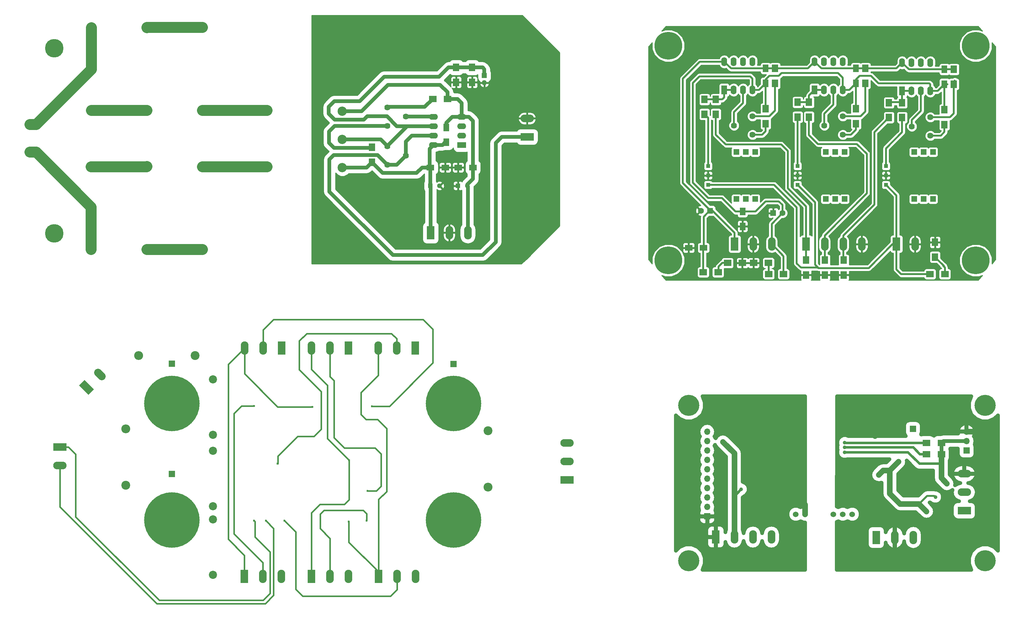
<source format=gbl>
G04 #@! TF.FileFunction,Copper,L2,Bot,Mixed*
%FSLAX46Y46*%
G04 Gerber Fmt 4.6, Leading zero omitted, Abs format (unit mm)*
G04 Created by KiCad (PCBNEW 4.0.6) date 2017 August 07, Monday 22:44:53*
%MOMM*%
%LPD*%
G01*
G04 APERTURE LIST*
%ADD10C,0.100000*%
%ADD11R,2.100000X3.600000*%
%ADD12O,2.100000X3.600000*%
%ADD13R,2.400000X1.600000*%
%ADD14O,2.400000X1.600000*%
%ADD15R,1.350000X1.350000*%
%ADD16O,1.350000X1.350000*%
%ADD17R,2.000000X1.600000*%
%ADD18R,1.600000X2.000000*%
%ADD19R,1.700000X2.000000*%
%ADD20R,2.000000X1.700000*%
%ADD21R,3.600000X2.100000*%
%ADD22O,3.600000X2.100000*%
%ADD23C,2.400000*%
%ADD24O,2.400000X2.400000*%
%ADD25C,2.500000*%
%ADD26R,1.300000X1.300000*%
%ADD27C,1.300000*%
%ADD28C,5.000000*%
%ADD29C,2.000000*%
%ADD30C,1.620000*%
%ADD31R,1.700000X1.700000*%
%ADD32C,2.200000*%
%ADD33C,15.000000*%
%ADD34C,2.100000*%
%ADD35O,1.700000X1.700000*%
%ADD36C,1.524000*%
%ADD37C,5.700000*%
%ADD38R,1.600000X2.400000*%
%ADD39O,1.600000X2.400000*%
%ADD40R,1.600000X1.600000*%
%ADD41C,1.600000*%
%ADD42R,1.100000X1.100000*%
%ADD43R,1.500000X1.500000*%
%ADD44C,7.500000*%
%ADD45C,1.000000*%
%ADD46C,0.600000*%
%ADD47C,1.000000*%
%ADD48C,1.500000*%
%ADD49C,0.700000*%
%ADD50C,3.000000*%
%ADD51C,0.500000*%
%ADD52C,0.400000*%
%ADD53C,0.254000*%
G04 APERTURE END LIST*
D10*
D11*
X131445000Y-79476600D03*
D12*
X136445000Y-79476600D03*
X141445000Y-79476600D03*
D13*
X139827000Y-55753000D03*
D14*
X132207000Y-48133000D03*
X139827000Y-53213000D03*
X132207000Y-50673000D03*
X139827000Y-50673000D03*
X132207000Y-53213000D03*
X139827000Y-48133000D03*
X132207000Y-55753000D03*
D15*
X145923000Y-36957000D03*
D16*
X145923000Y-38957000D03*
D17*
X131350000Y-61849000D03*
X135350000Y-61849000D03*
X138843000Y-61849000D03*
X142843000Y-61849000D03*
D18*
X135636000Y-51047900D03*
X135636000Y-55047900D03*
D19*
X138303000Y-38830000D03*
X138303000Y-34830000D03*
X115570000Y-60420000D03*
X115570000Y-56420000D03*
D20*
X131985000Y-43307000D03*
X135985000Y-43307000D03*
D19*
X142621000Y-38830000D03*
X142621000Y-34830000D03*
D21*
X157454600Y-53568600D03*
D22*
X157454600Y-48568600D03*
D23*
X39751000Y-61595000D03*
D24*
X39751000Y-83995000D03*
D23*
X39769000Y-46431200D03*
D24*
X39769000Y-24031200D03*
D23*
X54769000Y-83947000D03*
D24*
X54769000Y-61547000D03*
D23*
X54769000Y-24003000D03*
D24*
X54769000Y-46403000D03*
D23*
X69769000Y-61595000D03*
D24*
X69769000Y-83995000D03*
D23*
X69769000Y-46355000D03*
D24*
X69769000Y-23955000D03*
D25*
X23241000Y-57665000D03*
X23241000Y-50165000D03*
D26*
X131318000Y-66802000D03*
D27*
X133818000Y-66802000D03*
D26*
X138811000Y-66802000D03*
D27*
X141311000Y-66802000D03*
D28*
X159769000Y-28645000D03*
X159769000Y-79645000D03*
X29769000Y-79645000D03*
X29769000Y-29645000D03*
D29*
X87249000Y-61849000D03*
X87249000Y-46609000D03*
D25*
X107569000Y-61849000D03*
X107569000Y-54229000D03*
X107569000Y-46609000D03*
D30*
X119735600Y-45596800D03*
X124735600Y-48096800D03*
X119735600Y-50596800D03*
X119735600Y-56163200D03*
X124735600Y-58663200D03*
X119735600Y-61163200D03*
D31*
X61518800Y-114858800D03*
X61518800Y-144703800D03*
X137591800Y-114985800D03*
D32*
X72644000Y-171958000D03*
X72644000Y-156958000D03*
X72644000Y-153416000D03*
X72644000Y-138416000D03*
X72644000Y-134112000D03*
X72644000Y-119112000D03*
D23*
X146939000Y-132969000D03*
D24*
X146939000Y-148209000D03*
D23*
X49149000Y-147701000D03*
D24*
X49149000Y-132461000D03*
D23*
X67818000Y-112649000D03*
D24*
X52578000Y-112649000D03*
D33*
X137562000Y-157152000D03*
X137562000Y-125652000D03*
X61562000Y-125652000D03*
X61562000Y-157152000D03*
D11*
X91186000Y-110617000D03*
D12*
X86186000Y-110617000D03*
X81186000Y-110617000D03*
D11*
X81127600Y-172339000D03*
D12*
X86127600Y-172339000D03*
X91127600Y-172339000D03*
D11*
X109220000Y-110617000D03*
D12*
X104220000Y-110617000D03*
X99220000Y-110617000D03*
D11*
X99263200Y-172339000D03*
D12*
X104263200Y-172339000D03*
X109263200Y-172339000D03*
D11*
X127254000Y-110617000D03*
D12*
X122254000Y-110617000D03*
X117254000Y-110617000D03*
D11*
X117348000Y-172339000D03*
D12*
X122348000Y-172339000D03*
X127348000Y-172339000D03*
D21*
X168275000Y-146304000D03*
D22*
X168275000Y-141304000D03*
X168275000Y-136304000D03*
D21*
X31369000Y-137414000D03*
D22*
X31369000Y-142414000D03*
D10*
G36*
X39062130Y-123300254D02*
X36516546Y-120754670D01*
X38001470Y-119269746D01*
X40547054Y-121815330D01*
X39062130Y-123300254D01*
X39062130Y-123300254D01*
G37*
D34*
X41537004Y-117219136D02*
X42597664Y-118279796D01*
D31*
X276092000Y-138329000D03*
D35*
X276092000Y-135789000D03*
X276092000Y-133249000D03*
D21*
X275492000Y-154629000D03*
D22*
X275492000Y-149629000D03*
X275492000Y-144629000D03*
D31*
X206092000Y-156129000D03*
D35*
X206092000Y-153589000D03*
X206092000Y-151049000D03*
X206092000Y-148509000D03*
X206092000Y-145969000D03*
X206092000Y-143429000D03*
X206092000Y-140889000D03*
X206092000Y-138349000D03*
X206092000Y-135809000D03*
X206092000Y-133269000D03*
D11*
X208407000Y-161734500D03*
D12*
X213407000Y-161734500D03*
X218407000Y-161734500D03*
X223407000Y-161734500D03*
D11*
X251714000Y-161861500D03*
D12*
X256714000Y-161861500D03*
X261714000Y-161861500D03*
D31*
X261592000Y-132529000D03*
D20*
X269292000Y-136329000D03*
X265292000Y-136329000D03*
X269292000Y-139329000D03*
X265292000Y-139329000D03*
D36*
X229997000Y-155575000D03*
X232537000Y-155575000D03*
X240157000Y-155575000D03*
X242697000Y-155575000D03*
X245237000Y-155575000D03*
D37*
X201092000Y-126129000D03*
X201092000Y-168129000D03*
X281092000Y-126129000D03*
X281092000Y-168129000D03*
D11*
X213487000Y-82550000D03*
D12*
X218487000Y-82550000D03*
X223487000Y-82550000D03*
D11*
X232791000Y-82550000D03*
D12*
X237791000Y-82550000D03*
X242791000Y-82550000D03*
X247791000Y-82550000D03*
D11*
X257175000Y-82550000D03*
D12*
X262175000Y-82550000D03*
D18*
X215620600Y-77768200D03*
X215620600Y-73768200D03*
D17*
X205073000Y-83566000D03*
X201073000Y-83566000D03*
D18*
X270129000Y-35338000D03*
X270129000Y-39338000D03*
X246253000Y-35084000D03*
X246253000Y-39084000D03*
X221869000Y-35084000D03*
X221869000Y-39084000D03*
D38*
X235077000Y-40894000D03*
D39*
X242697000Y-33274000D03*
X237617000Y-40894000D03*
X240157000Y-33274000D03*
X240157000Y-40894000D03*
X237617000Y-33274000D03*
X242697000Y-40894000D03*
X235077000Y-33274000D03*
D38*
X258699000Y-41148000D03*
D39*
X266319000Y-33528000D03*
X261239000Y-41148000D03*
X263779000Y-33528000D03*
X263779000Y-41148000D03*
X261239000Y-33528000D03*
X266319000Y-41148000D03*
X258699000Y-33528000D03*
D38*
X210693000Y-40894000D03*
D39*
X218313000Y-33274000D03*
X213233000Y-40894000D03*
X215773000Y-33274000D03*
X215773000Y-40894000D03*
X213233000Y-33274000D03*
X218313000Y-40894000D03*
X210693000Y-33274000D03*
D19*
X205359000Y-43466000D03*
X205359000Y-47466000D03*
X230505000Y-44228000D03*
X230505000Y-48228000D03*
X258699000Y-44355000D03*
X258699000Y-48355000D03*
X224409000Y-35084000D03*
X224409000Y-39084000D03*
X221869000Y-50006000D03*
X221869000Y-46006000D03*
X248793000Y-35084000D03*
X248793000Y-39084000D03*
X246253000Y-50006000D03*
X246253000Y-46006000D03*
X272669000Y-35338000D03*
X272669000Y-39338000D03*
X270129000Y-50260000D03*
X270129000Y-46260000D03*
X208407000Y-47466000D03*
X208407000Y-43466000D03*
X233553000Y-48228000D03*
X233553000Y-44228000D03*
X255143000Y-48355000D03*
X255143000Y-44355000D03*
X232791000Y-90900000D03*
X232791000Y-86900000D03*
X237871000Y-90900000D03*
X237871000Y-86900000D03*
X242951000Y-90900000D03*
X242951000Y-86900000D03*
D20*
X215563200Y-87655400D03*
X211563200Y-87655400D03*
D19*
X267589000Y-82074000D03*
X267589000Y-86074000D03*
D40*
X206883000Y-73533000D03*
D41*
X204383000Y-73533000D03*
D40*
X223901000Y-74168000D03*
D41*
X226401000Y-74168000D03*
D20*
X209010000Y-90170000D03*
X205010000Y-90170000D03*
X270224000Y-90678000D03*
X266224000Y-90678000D03*
D30*
X218313000Y-53006000D03*
X213313000Y-50506000D03*
X218313000Y-48006000D03*
X242697000Y-53006000D03*
X237697000Y-50506000D03*
X242697000Y-48006000D03*
X266319000Y-53260000D03*
X261319000Y-50760000D03*
X266319000Y-48260000D03*
D20*
X226663000Y-90678000D03*
X222663000Y-90678000D03*
X218599000Y-87630000D03*
X222599000Y-87630000D03*
D42*
X230441000Y-66548000D03*
X230441000Y-61468000D03*
X230441000Y-64008000D03*
D43*
X243141000Y-70358000D03*
X240601000Y-70358000D03*
X238061000Y-70358000D03*
X243141000Y-57658000D03*
X240601000Y-57658000D03*
X238061000Y-57658000D03*
D42*
X254317000Y-66548000D03*
X254317000Y-61468000D03*
X254317000Y-64008000D03*
D43*
X267017000Y-70358000D03*
X264477000Y-70358000D03*
X261937000Y-70358000D03*
X267017000Y-57658000D03*
X264477000Y-57658000D03*
X261937000Y-57658000D03*
D42*
X206311000Y-66548000D03*
X206311000Y-61468000D03*
X206311000Y-64008000D03*
D43*
X219011000Y-70358000D03*
X216471000Y-70358000D03*
X213931000Y-70358000D03*
X219011000Y-57658000D03*
X216471000Y-57658000D03*
X213931000Y-57658000D03*
D44*
X195573000Y-28976000D03*
X278573000Y-28976000D03*
X195573000Y-86976000D03*
X278573000Y-86976000D03*
D45*
X210312000Y-136017000D03*
X215265000Y-148844000D03*
X230492000Y-147429000D03*
X230492000Y-150929000D03*
X229892000Y-161429000D03*
X229892000Y-163829000D03*
X227392000Y-129429000D03*
X223392000Y-143729000D03*
X223492000Y-132429000D03*
D46*
X115570000Y-126390400D03*
X99466400Y-126542800D03*
X83769200Y-126339600D03*
X114350800Y-149250400D03*
X109362000Y-140922000D03*
X114162000Y-157322000D03*
X90112000Y-141922000D03*
X109321600Y-157581600D03*
X91942000Y-157322000D03*
X83762000Y-157322000D03*
X86942000Y-157322000D03*
D45*
X270792000Y-147329000D03*
X243192000Y-138829000D03*
X252392000Y-144929000D03*
X267692000Y-150929000D03*
X257746500Y-141414500D03*
X265303000Y-154813000D03*
X249692000Y-128929000D03*
X276092000Y-129929000D03*
X279992000Y-133229000D03*
X251392000Y-130429000D03*
X252992000Y-128829000D03*
X257592000Y-157929000D03*
X255792000Y-157929000D03*
X251392000Y-134429000D03*
X273192000Y-158329000D03*
X243992000Y-168129000D03*
X244092000Y-150229000D03*
X249792000Y-140829000D03*
X264007600Y-145516600D03*
X242760500Y-151892000D03*
X243192000Y-136229000D03*
X243192000Y-137529000D03*
D47*
X131350000Y-61849000D02*
X129082800Y-61849000D01*
X118484900Y-63334900D02*
X115570000Y-60420000D01*
X127596900Y-63334900D02*
X118484900Y-63334900D01*
X129082800Y-61849000D02*
X127596900Y-63334900D01*
X107569000Y-61849000D02*
X114141000Y-61849000D01*
X114141000Y-61849000D02*
X115570000Y-60420000D01*
X135312400Y-55047900D02*
X134607300Y-55753000D01*
X134607300Y-55753000D02*
X132207000Y-55753000D01*
X131445000Y-79476600D02*
X131445000Y-66929000D01*
X131445000Y-66929000D02*
X131318000Y-66802000D01*
X131318000Y-66802000D02*
X131318000Y-61881000D01*
X131318000Y-61881000D02*
X131350000Y-61849000D01*
X131318000Y-61881000D02*
X131350000Y-61849000D01*
X131191000Y-62008000D02*
X131191000Y-56769000D01*
X131191000Y-56769000D02*
X132207000Y-55753000D01*
D48*
X210312000Y-136017000D02*
X213407000Y-139112000D01*
D49*
X213423500Y-150685500D02*
X213407000Y-150685500D01*
X215265000Y-148844000D02*
X213423500Y-150685500D01*
D48*
X213407000Y-139112000D02*
X213407000Y-150685500D01*
X213407000Y-150685500D02*
X213407000Y-161734500D01*
D47*
X138811000Y-61881000D02*
X138843000Y-61849000D01*
D48*
X232537000Y-155575000D02*
X232537000Y-152974000D01*
X232537000Y-152974000D02*
X230492000Y-150929000D01*
X229892000Y-161429000D02*
X229892000Y-161329000D01*
X229892000Y-161329000D02*
X229892000Y-163829000D01*
X226292000Y-157729000D02*
X229892000Y-161329000D01*
X226292000Y-130529000D02*
X226292000Y-157729000D01*
X227392000Y-129429000D02*
X226292000Y-130529000D01*
D49*
X223392000Y-132529000D02*
X223392000Y-143729000D01*
X223492000Y-132429000D02*
X223392000Y-132529000D01*
D47*
X142843000Y-61849000D02*
X142843000Y-49256700D01*
X141719300Y-48133000D02*
X139827000Y-48133000D01*
X142843000Y-49256700D02*
X141719300Y-48133000D01*
X135636000Y-51047900D02*
X135636000Y-49758600D01*
X135636000Y-49758600D02*
X137261600Y-48133000D01*
X137261600Y-48133000D02*
X139827000Y-48133000D01*
X135966200Y-43325800D02*
X135985000Y-43307000D01*
X142900400Y-61791600D02*
X142843000Y-61849000D01*
X141445000Y-79476600D02*
X141445000Y-66936000D01*
X141445000Y-66936000D02*
X141311000Y-66802000D01*
X141318000Y-66809000D02*
X141311000Y-66802000D01*
X141311000Y-66802000D02*
X141311000Y-66461000D01*
X141311000Y-66461000D02*
X142843000Y-64929000D01*
X142843000Y-64929000D02*
X142843000Y-61849000D01*
X139827000Y-48133000D02*
X139827000Y-44450000D01*
X138684000Y-43307000D02*
X135985000Y-43307000D01*
X139827000Y-44450000D02*
X138684000Y-43307000D01*
X107569000Y-46609000D02*
X112776000Y-46609000D01*
X112776000Y-46609000D02*
X119888000Y-39497000D01*
X119888000Y-39497000D02*
X133985000Y-39497000D01*
X133985000Y-39497000D02*
X135985000Y-41497000D01*
X135985000Y-41497000D02*
X135985000Y-43307000D01*
X136017000Y-43339000D02*
X135985000Y-43307000D01*
D50*
X39769000Y-24031200D02*
X39769000Y-35262600D01*
X39769000Y-35262600D02*
X24866600Y-50165000D01*
X24866600Y-50165000D02*
X23241000Y-50165000D01*
X39751000Y-83995000D02*
X39751000Y-72542400D01*
X39751000Y-72542400D02*
X24873600Y-57665000D01*
X24873600Y-57665000D02*
X23241000Y-57665000D01*
X39751000Y-61595000D02*
X54721000Y-61595000D01*
X54721000Y-61595000D02*
X54769000Y-61547000D01*
D51*
X210693000Y-40894000D02*
X210693000Y-42926000D01*
X210153000Y-43466000D02*
X208407000Y-43466000D01*
X210693000Y-42926000D02*
X210153000Y-43466000D01*
X205359000Y-43466000D02*
X208407000Y-43466000D01*
X213233000Y-40894000D02*
X210693000Y-40894000D01*
D50*
X54769000Y-46403000D02*
X39797200Y-46403000D01*
X39797200Y-46403000D02*
X39769000Y-46431200D01*
X54769000Y-83947000D02*
X69721000Y-83947000D01*
X69721000Y-83947000D02*
X69769000Y-83995000D01*
X69769000Y-23955000D02*
X54817000Y-23955000D01*
X54817000Y-23955000D02*
X54769000Y-24003000D01*
X87249000Y-61595000D02*
X69769000Y-61595000D01*
D51*
X218313000Y-53006000D02*
X220933000Y-53006000D01*
X221869000Y-52070000D02*
X221869000Y-50006000D01*
X220933000Y-53006000D02*
X221869000Y-52070000D01*
D50*
X87249000Y-46355000D02*
X69769000Y-46355000D01*
D47*
X119735600Y-50596800D02*
X105537000Y-50596800D01*
X105333800Y-56591200D02*
X115170200Y-56591200D01*
X103962200Y-55219600D02*
X105333800Y-56591200D01*
X103962200Y-52171600D02*
X103962200Y-55219600D01*
X105537000Y-50596800D02*
X103962200Y-52171600D01*
X115246400Y-56743600D02*
X115570000Y-56420000D01*
D51*
X272669000Y-39338000D02*
X272669000Y-47244000D01*
X271653000Y-48260000D02*
X266319000Y-48260000D01*
X272669000Y-47244000D02*
X271653000Y-48260000D01*
X272923000Y-39338000D02*
X272923000Y-38354000D01*
D47*
X119634000Y-45466000D02*
X129826000Y-45466000D01*
X129826000Y-45466000D02*
X131985000Y-43307000D01*
D51*
X266319000Y-53260000D02*
X269116800Y-53260000D01*
X270129000Y-52247800D02*
X270129000Y-50260000D01*
X269116800Y-53260000D02*
X270129000Y-52247800D01*
D47*
X124735600Y-48096800D02*
X132170800Y-48096800D01*
X132170800Y-48096800D02*
X132207000Y-48133000D01*
D51*
X213313000Y-50506000D02*
X213313000Y-46884600D01*
X215773000Y-44424600D02*
X215773000Y-40894000D01*
X213313000Y-46884600D02*
X215773000Y-44424600D01*
D47*
X114300000Y-48006000D02*
X119634000Y-48006000D01*
X113411000Y-48895000D02*
X114300000Y-48006000D01*
X105486200Y-48895000D02*
X113411000Y-48895000D01*
X103924100Y-47332900D02*
X105486200Y-48895000D01*
X103924100Y-45427900D02*
X103924100Y-47332900D01*
X105410000Y-43942000D02*
X103924100Y-45427900D01*
X112268000Y-43942000D02*
X105410000Y-43942000D01*
X118872000Y-37338000D02*
X112268000Y-43942000D01*
X122301000Y-50673000D02*
X125095000Y-50673000D01*
X119634000Y-48006000D02*
X122301000Y-50673000D01*
X125095000Y-50673000D02*
X119761000Y-56007000D01*
X117983000Y-54229000D02*
X119761000Y-56007000D01*
X132207000Y-50673000D02*
X125095000Y-50673000D01*
X133731000Y-37338000D02*
X118872000Y-37338000D01*
X138303000Y-34830000D02*
X136239000Y-34830000D01*
X136239000Y-34830000D02*
X133731000Y-37338000D01*
X138303000Y-34830000D02*
X142621000Y-34830000D01*
X145923000Y-36957000D02*
X145923000Y-35306000D01*
X145447000Y-34830000D02*
X142621000Y-34830000D01*
X145923000Y-35306000D02*
X145447000Y-34830000D01*
X107569000Y-54229000D02*
X117983000Y-54229000D01*
X132207000Y-53213000D02*
X126365000Y-53213000D01*
X124735600Y-54842400D02*
X124735600Y-58663200D01*
X126365000Y-53213000D02*
X124735600Y-54842400D01*
X157454600Y-53568600D02*
X150647400Y-53568600D01*
X117106700Y-58534300D02*
X119735600Y-61163200D01*
X105219500Y-58534300D02*
X117106700Y-58534300D01*
X104089200Y-59664600D02*
X105219500Y-58534300D01*
X104089200Y-68389500D02*
X104089200Y-59664600D01*
X121221500Y-85521800D02*
X104089200Y-68389500D01*
X145465800Y-85521800D02*
X121221500Y-85521800D01*
X148983700Y-82003900D02*
X145465800Y-85521800D01*
X148983700Y-55232300D02*
X148983700Y-82003900D01*
X150647400Y-53568600D02*
X148983700Y-55232300D01*
X119735600Y-61163200D02*
X122235600Y-61163200D01*
X122235600Y-61163200D02*
X124735600Y-58663200D01*
D52*
X86186000Y-110617000D02*
X86186000Y-105736400D01*
X120294400Y-126390400D02*
X115570000Y-126390400D01*
X132029200Y-114655600D02*
X120294400Y-126390400D01*
X132029200Y-105562400D02*
X132029200Y-114655600D01*
X129387600Y-102920800D02*
X132029200Y-105562400D01*
X89001600Y-102920800D02*
X129387600Y-102920800D01*
X86186000Y-105736400D02*
X89001600Y-102920800D01*
X81186000Y-110617000D02*
X81186000Y-117609600D01*
X90119200Y-126542800D02*
X99466400Y-126542800D01*
X81186000Y-117609600D02*
X90119200Y-126542800D01*
X81127600Y-172339000D02*
X81127600Y-166674800D01*
X76758800Y-115044200D02*
X81186000Y-110617000D01*
X76758800Y-162306000D02*
X76758800Y-115044200D01*
X81127600Y-166674800D02*
X76758800Y-162306000D01*
X86127600Y-172339000D02*
X86127600Y-168677600D01*
X80314800Y-126339600D02*
X83769200Y-126339600D01*
X78333600Y-128320800D02*
X80314800Y-126339600D01*
X78333600Y-160883600D02*
X78333600Y-128320800D01*
X86127600Y-168677600D02*
X78333600Y-160883600D01*
X104220000Y-110617000D02*
X104220000Y-118342400D01*
X116789200Y-149250400D02*
X114350800Y-149250400D01*
X118008400Y-148031200D02*
X116789200Y-149250400D01*
X118008400Y-139293600D02*
X118008400Y-148031200D01*
X116382800Y-137668000D02*
X118008400Y-139293600D01*
X108102400Y-137668000D02*
X116382800Y-137668000D01*
X105308400Y-134874000D02*
X108102400Y-137668000D01*
X105308400Y-119430800D02*
X105308400Y-134874000D01*
X104220000Y-118342400D02*
X105308400Y-119430800D01*
X99220000Y-110617000D02*
X99220000Y-116390400D01*
X103530400Y-135090400D02*
X109362000Y-140922000D01*
X103530400Y-120700800D02*
X103530400Y-135090400D01*
X99220000Y-116390400D02*
X103530400Y-120700800D01*
X99263200Y-172339000D02*
X99263200Y-160223200D01*
X99263200Y-160223200D02*
X99263200Y-160223200D01*
X99263200Y-155194000D02*
X99263200Y-160223200D01*
X101549200Y-152908000D02*
X99263200Y-155194000D01*
X108102400Y-152908000D02*
X101549200Y-152908000D01*
X109372400Y-151638000D02*
X108102400Y-152908000D01*
X109372400Y-140932400D02*
X109372400Y-151638000D01*
X109372400Y-140932400D02*
X109362000Y-140922000D01*
X104263200Y-172339000D02*
X104263200Y-162124400D01*
X101600000Y-159461200D02*
X104263200Y-162124400D01*
X101600000Y-155498800D02*
X101600000Y-159461200D01*
X102616000Y-154482800D02*
X101600000Y-155498800D01*
X113182400Y-154482800D02*
X102616000Y-154482800D01*
X114147600Y-155448000D02*
X113182400Y-154482800D01*
X114147600Y-157307600D02*
X114147600Y-155448000D01*
X114147600Y-157307600D02*
X114162000Y-157322000D01*
X122254000Y-110617000D02*
X122254000Y-108131600D01*
X120853200Y-106730800D02*
X122254000Y-108131600D01*
X97942400Y-106730800D02*
X120853200Y-106730800D01*
X95961200Y-108712000D02*
X97942400Y-106730800D01*
X95961200Y-116535200D02*
X95961200Y-108712000D01*
X101854000Y-122428000D02*
X95961200Y-116535200D01*
X101854000Y-132588000D02*
X101854000Y-122428000D01*
X99872800Y-134569200D02*
X101854000Y-132588000D01*
X95504000Y-134569200D02*
X99872800Y-134569200D01*
X90170000Y-139903200D02*
X95504000Y-134569200D01*
X90170000Y-141864000D02*
X90170000Y-139903200D01*
X90170000Y-141864000D02*
X90112000Y-141922000D01*
X117348000Y-172339000D02*
X117348000Y-151587200D01*
X117254000Y-118000800D02*
X117254000Y-110617000D01*
X112572800Y-122682000D02*
X117254000Y-118000800D01*
X112572800Y-128574800D02*
X112572800Y-122682000D01*
X113944400Y-129946400D02*
X112572800Y-128574800D01*
X117094000Y-129946400D02*
X113944400Y-129946400D01*
X119532400Y-132384800D02*
X117094000Y-129946400D01*
X119532400Y-149402800D02*
X119532400Y-132384800D01*
X117348000Y-151587200D02*
X119532400Y-149402800D01*
X117348000Y-172339000D02*
X117348000Y-171145200D01*
X117348000Y-171145200D02*
X109321600Y-163118800D01*
X109321600Y-163118800D02*
X109321600Y-157581600D01*
X122348000Y-175949600D02*
X122348000Y-172339000D01*
X120599200Y-177698400D02*
X122348000Y-175949600D01*
X96875600Y-177698400D02*
X120599200Y-177698400D01*
X94996000Y-175818800D02*
X96875600Y-177698400D01*
X94996000Y-160376000D02*
X94996000Y-175818800D01*
X91942000Y-157322000D02*
X94996000Y-160376000D01*
X31369000Y-137414000D02*
X33642300Y-137414000D01*
X35598100Y-139369800D02*
X33642300Y-137414000D01*
X35598100Y-156260800D02*
X35598100Y-139369800D01*
X58166000Y-178828700D02*
X35598100Y-156260800D01*
X86182200Y-178828700D02*
X58166000Y-178828700D01*
X88049100Y-176961800D02*
X86182200Y-178828700D01*
X88049100Y-165760400D02*
X88049100Y-176961800D01*
X84010500Y-161721800D02*
X88049100Y-165760400D01*
X84010500Y-157570500D02*
X84010500Y-161721800D01*
X84010500Y-157570500D02*
X83762000Y-157322000D01*
X31369000Y-142414000D02*
X31369000Y-153543000D01*
X57531000Y-179705000D02*
X31369000Y-153543000D01*
X86791800Y-179705000D02*
X57531000Y-179705000D01*
X89014300Y-177482500D02*
X86791800Y-179705000D01*
X89014300Y-159394300D02*
X89014300Y-177482500D01*
X89014300Y-159394300D02*
X86942000Y-157322000D01*
D51*
X205010000Y-90170000D02*
X205010000Y-83629000D01*
X205010000Y-83629000D02*
X205073000Y-83566000D01*
X213487000Y-82550000D02*
X213487000Y-79502000D01*
X213487000Y-79502000D02*
X207137000Y-73152000D01*
X205137000Y-83566000D02*
X205137000Y-75152000D01*
X205137000Y-75152000D02*
X207137000Y-73152000D01*
X204089000Y-33274000D02*
X210693000Y-33274000D01*
X199517000Y-37846000D02*
X204089000Y-33274000D01*
X199517000Y-66040000D02*
X199517000Y-37846000D01*
X207137000Y-73660000D02*
X199517000Y-66040000D01*
X270129000Y-35338000D02*
X272669000Y-35338000D01*
X246253000Y-35084000D02*
X248793000Y-35084000D01*
X248793000Y-35084000D02*
X257143000Y-35084000D01*
X257143000Y-35084000D02*
X258699000Y-33528000D01*
X225171000Y-35084000D02*
X233267000Y-35084000D01*
X233267000Y-35084000D02*
X235077000Y-33274000D01*
X221869000Y-35084000D02*
X212503000Y-35084000D01*
X212503000Y-35084000D02*
X210693000Y-33274000D01*
X225171000Y-35084000D02*
X221869000Y-35084000D01*
X246253000Y-35084000D02*
X236887000Y-35084000D01*
X236887000Y-35084000D02*
X235077000Y-33274000D01*
X270129000Y-35338000D02*
X260509000Y-35338000D01*
X260509000Y-35338000D02*
X258699000Y-33528000D01*
X270224000Y-90678000D02*
X270224000Y-88868000D01*
X269748000Y-88392000D02*
X269748000Y-88233000D01*
X270224000Y-88868000D02*
X269748000Y-88392000D01*
X270024860Y-88509860D02*
X269748000Y-88233000D01*
X269748000Y-88233000D02*
X267589000Y-86074000D01*
X222663000Y-90678000D02*
X222663000Y-87694000D01*
X222663000Y-87694000D02*
X222599000Y-87630000D01*
D48*
X269292000Y-145829000D02*
X269292000Y-139329000D01*
X270792000Y-147329000D02*
X269292000Y-145829000D01*
D47*
X269292000Y-136329000D02*
X269292000Y-139329000D01*
X276092000Y-135789000D02*
X269832000Y-135789000D01*
X269832000Y-135789000D02*
X269292000Y-136329000D01*
D49*
X243192000Y-138829000D02*
X260292000Y-138829000D01*
X260292000Y-138829000D02*
X263392000Y-141929000D01*
X263392000Y-141929000D02*
X268792000Y-141929000D01*
X268792000Y-141929000D02*
X269292000Y-141429000D01*
X269292000Y-141429000D02*
X269292000Y-139329000D01*
D48*
X253557000Y-143764000D02*
X255397000Y-143764000D01*
X252392000Y-144929000D02*
X253557000Y-143764000D01*
D51*
X265423000Y-150629000D02*
X263271000Y-152781000D01*
X267392000Y-150629000D02*
X265423000Y-150629000D01*
X267692000Y-150929000D02*
X267392000Y-150629000D01*
D48*
X257746500Y-141414500D02*
X255397000Y-143764000D01*
X255397000Y-143764000D02*
X255397000Y-147320000D01*
X263271000Y-152781000D02*
X258191000Y-152781000D01*
X258191000Y-152781000D02*
X255397000Y-149987000D01*
X255397000Y-149987000D02*
X255397000Y-147320000D01*
X265303000Y-154813000D02*
X263271000Y-152781000D01*
X251392000Y-130429000D02*
X251192000Y-130429000D01*
X251192000Y-130429000D02*
X249692000Y-128929000D01*
X276092000Y-129929000D02*
X276092000Y-130529000D01*
X276092000Y-133249000D02*
X279972000Y-133249000D01*
X279972000Y-133249000D02*
X279992000Y-133229000D01*
X252892000Y-128829000D02*
X252992000Y-128829000D01*
X251392000Y-134429000D02*
X251392000Y-130429000D01*
X274392000Y-128829000D02*
X276092000Y-130529000D01*
X252892000Y-128829000D02*
X274392000Y-128829000D01*
X273192000Y-158329000D02*
X270692000Y-158329000D01*
X270692000Y-158329000D02*
X270292000Y-157929000D01*
X248242000Y-154379000D02*
X248242000Y-163879000D01*
X248242000Y-163879000D02*
X243992000Y-168129000D01*
X270292000Y-157929000D02*
X270292000Y-157929000D01*
X270292000Y-157929000D02*
X257592000Y-157929000D01*
X257592000Y-157929000D02*
X255792000Y-157929000D01*
X255792000Y-157929000D02*
X251792000Y-157929000D01*
X251792000Y-157929000D02*
X248242000Y-154379000D01*
X248242000Y-154379000D02*
X244092000Y-150229000D01*
X264007600Y-145516600D02*
X264058400Y-145516600D01*
D49*
X243292000Y-136329000D02*
X265292000Y-136329000D01*
X243192000Y-136229000D02*
X243292000Y-136329000D01*
D51*
X224409000Y-39084000D02*
X224409000Y-46482000D01*
X222885000Y-48006000D02*
X218313000Y-48006000D01*
X224409000Y-46482000D02*
X222885000Y-48006000D01*
D49*
X263492000Y-139329000D02*
X265292000Y-139329000D01*
X261692000Y-137529000D02*
X263492000Y-139329000D01*
X243192000Y-137529000D02*
X261692000Y-137529000D01*
D51*
X226663000Y-90678000D02*
X226663000Y-85820000D01*
X226187000Y-85344000D02*
X226187000Y-85250000D01*
X226663000Y-85820000D02*
X226187000Y-85344000D01*
X215620600Y-73768200D02*
X219093800Y-73768200D01*
X226401000Y-71969000D02*
X226401000Y-74168000D01*
X225425000Y-70993000D02*
X226401000Y-71969000D01*
X221869000Y-70993000D02*
X225425000Y-70993000D01*
X219093800Y-73768200D02*
X221869000Y-70993000D01*
X223487000Y-82550000D02*
X223487000Y-77082000D01*
X223487000Y-77082000D02*
X226401000Y-74168000D01*
X215620600Y-73768200D02*
X213722200Y-73768200D01*
X218313000Y-37846000D02*
X218313000Y-40894000D01*
X217678000Y-37211000D02*
X218313000Y-37846000D01*
X203962000Y-37211000D02*
X217678000Y-37211000D01*
X202184000Y-38989000D02*
X203962000Y-37211000D01*
X202184000Y-65913000D02*
X202184000Y-38989000D01*
X206375000Y-70104000D02*
X202184000Y-65913000D01*
X210058000Y-70104000D02*
X206375000Y-70104000D01*
X213722200Y-73768200D02*
X210058000Y-70104000D01*
X226409000Y-85472000D02*
X226187000Y-85250000D01*
X226187000Y-85250000D02*
X223487000Y-82550000D01*
X242697000Y-40894000D02*
X242697000Y-37592000D01*
X222885000Y-37084000D02*
X221869000Y-38100000D01*
X225425000Y-37084000D02*
X222885000Y-37084000D01*
X226187000Y-36322000D02*
X225425000Y-37084000D01*
X241427000Y-36322000D02*
X226187000Y-36322000D01*
X242697000Y-37592000D02*
X241427000Y-36322000D01*
X221869000Y-38100000D02*
X221869000Y-39084000D01*
X221869000Y-39084000D02*
X221869000Y-38100000D01*
X246253000Y-39084000D02*
X246253000Y-38100000D01*
X246253000Y-38100000D02*
X247269000Y-37084000D01*
X266319000Y-39370000D02*
X266319000Y-41148000D01*
X266065000Y-39116000D02*
X266319000Y-39370000D01*
X252349000Y-39116000D02*
X266065000Y-39116000D01*
X250317000Y-37084000D02*
X252349000Y-39116000D01*
X247269000Y-37084000D02*
X250317000Y-37084000D01*
X221869000Y-39084000D02*
X221869000Y-38608000D01*
X221869000Y-39084000D02*
X221869000Y-45752000D01*
X266319000Y-41148000D02*
X268319000Y-41148000D01*
X268319000Y-41148000D02*
X270129000Y-39338000D01*
X270129000Y-46260000D02*
X270129000Y-39338000D01*
X246253000Y-45752000D02*
X246253000Y-39084000D01*
X218313000Y-40894000D02*
X220059000Y-40894000D01*
X220059000Y-40894000D02*
X221869000Y-39084000D01*
X242697000Y-40894000D02*
X244443000Y-40894000D01*
X244443000Y-40894000D02*
X246253000Y-39084000D01*
X270129000Y-39338000D02*
X270923000Y-39338000D01*
X206311000Y-66548000D02*
X224155000Y-66548000D01*
X231394000Y-88900000D02*
X235966000Y-88900000D01*
X230251000Y-87757000D02*
X231394000Y-88900000D01*
X230251000Y-72644000D02*
X230251000Y-87757000D01*
X224155000Y-66548000D02*
X230251000Y-72644000D01*
X257175000Y-82550000D02*
X256159000Y-82550000D01*
X256159000Y-82550000D02*
X249682000Y-89027000D01*
X235204000Y-71311000D02*
X230441000Y-66548000D01*
X235204000Y-88138000D02*
X235204000Y-71311000D01*
X236093000Y-89027000D02*
X235966000Y-88900000D01*
X235966000Y-88900000D02*
X235204000Y-88138000D01*
X249682000Y-89027000D02*
X236093000Y-89027000D01*
X257175000Y-82550000D02*
X257175000Y-69406000D01*
X257175000Y-69406000D02*
X254317000Y-66548000D01*
X266296140Y-90678000D02*
X258445000Y-90678000D01*
X258445000Y-90678000D02*
X257175000Y-89408000D01*
X257175000Y-89408000D02*
X257175000Y-82550000D01*
X206311000Y-61468000D02*
X206311000Y-48418000D01*
X206311000Y-48418000D02*
X205359000Y-47466000D01*
X230441000Y-61468000D02*
X230441000Y-48292000D01*
X230441000Y-48292000D02*
X230505000Y-48228000D01*
X258699000Y-44228000D02*
X255651000Y-44228000D01*
X258699000Y-41148000D02*
X258699000Y-44228000D01*
X261239000Y-41148000D02*
X258699000Y-41148000D01*
X248793000Y-39084000D02*
X248793000Y-46736000D01*
X247523000Y-48006000D02*
X242697000Y-48006000D01*
X248793000Y-46736000D02*
X247523000Y-48006000D01*
X261319000Y-50760000D02*
X261319000Y-49043600D01*
X263779000Y-46583600D02*
X263779000Y-41148000D01*
X261319000Y-49043600D02*
X263779000Y-46583600D01*
X237697000Y-50506000D02*
X237697000Y-47291000D01*
X240157000Y-44831000D02*
X240157000Y-40894000D01*
X237697000Y-47291000D02*
X240157000Y-44831000D01*
X208407000Y-47466000D02*
X208407000Y-52959000D01*
X232791000Y-72390000D02*
X232791000Y-82550000D01*
X227838000Y-67437000D02*
X232791000Y-72390000D01*
X227838000Y-57404000D02*
X227838000Y-67437000D01*
X226060000Y-55626000D02*
X227838000Y-57404000D01*
X211074000Y-55626000D02*
X226060000Y-55626000D01*
X208407000Y-52959000D02*
X211074000Y-55626000D01*
X232791000Y-82550000D02*
X232791000Y-86900000D01*
X233553000Y-48228000D02*
X233553000Y-53086000D01*
X237791000Y-80217000D02*
X237791000Y-82550000D01*
X249174000Y-68834000D02*
X237791000Y-80217000D01*
X249174000Y-58166000D02*
X249174000Y-68834000D01*
X246507000Y-55499000D02*
X249174000Y-58166000D01*
X235966000Y-55499000D02*
X246507000Y-55499000D01*
X233553000Y-53086000D02*
X235966000Y-55499000D01*
X237791000Y-82550000D02*
X237791000Y-82470000D01*
X237791000Y-82550000D02*
X237791000Y-86820000D01*
X237791000Y-86820000D02*
X237871000Y-86900000D01*
X237871000Y-82470000D02*
X237791000Y-82550000D01*
X237617000Y-82376000D02*
X237791000Y-82550000D01*
X242791000Y-82550000D02*
X242791000Y-80297000D01*
X251206000Y-52292000D02*
X255143000Y-48355000D01*
X251206000Y-71882000D02*
X251206000Y-52292000D01*
X242791000Y-80297000D02*
X251206000Y-71882000D01*
X255143000Y-48355000D02*
X255143000Y-48768000D01*
X242791000Y-82550000D02*
X242791000Y-86740000D01*
X242791000Y-86740000D02*
X242951000Y-86900000D01*
X242697000Y-82456000D02*
X242791000Y-82550000D01*
X230505000Y-44228000D02*
X233553000Y-44228000D01*
X233553000Y-44228000D02*
X233553000Y-42418000D01*
X233553000Y-42418000D02*
X235077000Y-40894000D01*
X237617000Y-40894000D02*
X235077000Y-40894000D01*
X254317000Y-61468000D02*
X254317000Y-56706000D01*
X258699000Y-52324000D02*
X258699000Y-48355000D01*
X254317000Y-56706000D02*
X258699000Y-52324000D01*
X242697000Y-53006000D02*
X244885200Y-53006000D01*
X246253000Y-51638200D02*
X246253000Y-50006000D01*
X244885200Y-53006000D02*
X246253000Y-51638200D01*
X209137000Y-90043000D02*
X209137000Y-88678000D01*
X209137000Y-88678000D02*
X210159600Y-87655400D01*
X210159600Y-87655400D02*
X211563200Y-87655400D01*
X209137000Y-90043000D02*
X209010000Y-90170000D01*
D53*
G36*
X166243000Y-30786606D02*
X166243000Y-77671394D01*
X157340869Y-86573525D01*
X155911260Y-87884000D01*
X99314000Y-87884000D01*
X99314000Y-45427900D01*
X102297100Y-45427900D01*
X102297100Y-47332900D01*
X102420948Y-47955526D01*
X102773637Y-48483363D01*
X104061574Y-49771300D01*
X102811737Y-51021137D01*
X102459048Y-51548974D01*
X102335200Y-52171600D01*
X102335200Y-55219600D01*
X102459048Y-55842226D01*
X102811737Y-56370063D01*
X103947274Y-57505600D01*
X102938737Y-58514137D01*
X102586048Y-59041974D01*
X102462200Y-59664600D01*
X102462200Y-68389500D01*
X102586048Y-69012126D01*
X102938737Y-69539963D01*
X120071037Y-86672263D01*
X120598874Y-87024952D01*
X121221500Y-87148800D01*
X145465800Y-87148800D01*
X146088426Y-87024952D01*
X146616263Y-86672263D01*
X150134163Y-83154363D01*
X150486852Y-82626526D01*
X150610700Y-82003900D01*
X150610700Y-55906226D01*
X151321326Y-55195600D01*
X154686650Y-55195600D01*
X154830931Y-55419819D01*
X155207544Y-55677148D01*
X155654600Y-55767679D01*
X159254600Y-55767679D01*
X159672241Y-55689094D01*
X160055819Y-55442269D01*
X160313148Y-55065656D01*
X160403679Y-54618600D01*
X160403679Y-52518600D01*
X160325094Y-52100959D01*
X160078269Y-51717381D01*
X159701656Y-51460052D01*
X159254600Y-51369521D01*
X155654600Y-51369521D01*
X155236959Y-51448106D01*
X154853381Y-51694931D01*
X154684839Y-51941600D01*
X150647400Y-51941600D01*
X150024774Y-52065448D01*
X149496937Y-52418137D01*
X147833237Y-54081837D01*
X147480548Y-54609674D01*
X147356700Y-55232300D01*
X147356700Y-81329974D01*
X144791874Y-83894800D01*
X121895426Y-83894800D01*
X105716200Y-67715574D01*
X105716200Y-63357486D01*
X106220780Y-63862947D01*
X107094111Y-64225586D01*
X108039740Y-64226412D01*
X108913703Y-63865297D01*
X109303680Y-63476000D01*
X114141000Y-63476000D01*
X114763626Y-63352152D01*
X115291463Y-62999463D01*
X115570000Y-62720926D01*
X117334437Y-64485363D01*
X117862274Y-64838052D01*
X118484900Y-64961900D01*
X127596900Y-64961900D01*
X128219526Y-64838052D01*
X128747363Y-64485363D01*
X129678520Y-63554206D01*
X129691000Y-63562733D01*
X129691000Y-65585595D01*
X129609452Y-65704944D01*
X129518921Y-66152000D01*
X129518921Y-67452000D01*
X129597506Y-67869641D01*
X129818000Y-68212299D01*
X129818000Y-76708650D01*
X129593781Y-76852931D01*
X129336452Y-77229544D01*
X129245921Y-77676600D01*
X129245921Y-81276600D01*
X129324506Y-81694241D01*
X129571331Y-82077819D01*
X129947944Y-82335148D01*
X130395000Y-82425679D01*
X132495000Y-82425679D01*
X132912641Y-82347094D01*
X133296219Y-82100269D01*
X133553548Y-81723656D01*
X133644079Y-81276600D01*
X133644079Y-79603600D01*
X134760000Y-79603600D01*
X134760000Y-80353600D01*
X134936864Y-80988754D01*
X135343328Y-81507877D01*
X135917511Y-81831937D01*
X136056721Y-81866254D01*
X136318000Y-81747557D01*
X136318000Y-79603600D01*
X136572000Y-79603600D01*
X136572000Y-81747557D01*
X136833279Y-81866254D01*
X136972489Y-81831937D01*
X137546672Y-81507877D01*
X137953136Y-80988754D01*
X138130000Y-80353600D01*
X138130000Y-79603600D01*
X136572000Y-79603600D01*
X136318000Y-79603600D01*
X134760000Y-79603600D01*
X133644079Y-79603600D01*
X133644079Y-78599600D01*
X134760000Y-78599600D01*
X134760000Y-79349600D01*
X136318000Y-79349600D01*
X136318000Y-77205643D01*
X136572000Y-77205643D01*
X136572000Y-79349600D01*
X138130000Y-79349600D01*
X138130000Y-78599600D01*
X137953136Y-77964446D01*
X137546672Y-77445323D01*
X136972489Y-77121263D01*
X136833279Y-77086946D01*
X136572000Y-77205643D01*
X136318000Y-77205643D01*
X136056721Y-77086946D01*
X135917511Y-77121263D01*
X135343328Y-77445323D01*
X134936864Y-77964446D01*
X134760000Y-78599600D01*
X133644079Y-78599600D01*
X133644079Y-77676600D01*
X133565494Y-77258959D01*
X133318669Y-76875381D01*
X133072000Y-76706839D01*
X133072000Y-67727608D01*
X133098590Y-67701018D01*
X133154271Y-67931611D01*
X133637078Y-68099622D01*
X134147428Y-68070083D01*
X134481729Y-67931611D01*
X134537410Y-67701016D01*
X133818000Y-66981605D01*
X133803858Y-66995748D01*
X133624252Y-66816142D01*
X133638395Y-66802000D01*
X133997605Y-66802000D01*
X134717016Y-67521410D01*
X134947611Y-67465729D01*
X135079143Y-67087750D01*
X137526000Y-67087750D01*
X137526000Y-67578310D01*
X137622673Y-67811699D01*
X137801302Y-67990327D01*
X138034691Y-68087000D01*
X138525250Y-68087000D01*
X138684000Y-67928250D01*
X138684000Y-66929000D01*
X137684750Y-66929000D01*
X137526000Y-67087750D01*
X135079143Y-67087750D01*
X135115622Y-66982922D01*
X135086083Y-66472572D01*
X134947611Y-66138271D01*
X134717016Y-66082590D01*
X133997605Y-66802000D01*
X133638395Y-66802000D01*
X133624252Y-66787858D01*
X133803858Y-66608252D01*
X133818000Y-66622395D01*
X134414704Y-66025690D01*
X137526000Y-66025690D01*
X137526000Y-66516250D01*
X137684750Y-66675000D01*
X138684000Y-66675000D01*
X138684000Y-65675750D01*
X138525250Y-65517000D01*
X138034691Y-65517000D01*
X137801302Y-65613673D01*
X137622673Y-65792301D01*
X137526000Y-66025690D01*
X134414704Y-66025690D01*
X134537410Y-65902984D01*
X134481729Y-65672389D01*
X133998922Y-65504378D01*
X133488572Y-65533917D01*
X133154271Y-65672389D01*
X133098590Y-65902982D01*
X133063648Y-65868040D01*
X133038494Y-65734359D01*
X132945000Y-65589065D01*
X132945000Y-63605367D01*
X133151219Y-63472669D01*
X133408548Y-63096056D01*
X133499079Y-62649000D01*
X133499079Y-62134750D01*
X133715000Y-62134750D01*
X133715000Y-62775310D01*
X133811673Y-63008699D01*
X133990302Y-63187327D01*
X134223691Y-63284000D01*
X135064250Y-63284000D01*
X135223000Y-63125250D01*
X135223000Y-61976000D01*
X135477000Y-61976000D01*
X135477000Y-63125250D01*
X135635750Y-63284000D01*
X136476309Y-63284000D01*
X136709698Y-63187327D01*
X136888327Y-63008699D01*
X136985000Y-62775310D01*
X136985000Y-62134750D01*
X137208000Y-62134750D01*
X137208000Y-62775310D01*
X137304673Y-63008699D01*
X137483302Y-63187327D01*
X137716691Y-63284000D01*
X138557250Y-63284000D01*
X138716000Y-63125250D01*
X138716000Y-61976000D01*
X138970000Y-61976000D01*
X138970000Y-63125250D01*
X139128750Y-63284000D01*
X139969309Y-63284000D01*
X140202698Y-63187327D01*
X140381327Y-63008699D01*
X140478000Y-62775310D01*
X140478000Y-62134750D01*
X140319250Y-61976000D01*
X138970000Y-61976000D01*
X138716000Y-61976000D01*
X137366750Y-61976000D01*
X137208000Y-62134750D01*
X136985000Y-62134750D01*
X136826250Y-61976000D01*
X135477000Y-61976000D01*
X135223000Y-61976000D01*
X133873750Y-61976000D01*
X133715000Y-62134750D01*
X133499079Y-62134750D01*
X133499079Y-61049000D01*
X133475313Y-60922690D01*
X133715000Y-60922690D01*
X133715000Y-61563250D01*
X133873750Y-61722000D01*
X135223000Y-61722000D01*
X135223000Y-60572750D01*
X135477000Y-60572750D01*
X135477000Y-61722000D01*
X136826250Y-61722000D01*
X136985000Y-61563250D01*
X136985000Y-60922690D01*
X137208000Y-60922690D01*
X137208000Y-61563250D01*
X137366750Y-61722000D01*
X138716000Y-61722000D01*
X138716000Y-60572750D01*
X138970000Y-60572750D01*
X138970000Y-61722000D01*
X140319250Y-61722000D01*
X140478000Y-61563250D01*
X140478000Y-60922690D01*
X140381327Y-60689301D01*
X140202698Y-60510673D01*
X139969309Y-60414000D01*
X139128750Y-60414000D01*
X138970000Y-60572750D01*
X138716000Y-60572750D01*
X138557250Y-60414000D01*
X137716691Y-60414000D01*
X137483302Y-60510673D01*
X137304673Y-60689301D01*
X137208000Y-60922690D01*
X136985000Y-60922690D01*
X136888327Y-60689301D01*
X136709698Y-60510673D01*
X136476309Y-60414000D01*
X135635750Y-60414000D01*
X135477000Y-60572750D01*
X135223000Y-60572750D01*
X135064250Y-60414000D01*
X134223691Y-60414000D01*
X133990302Y-60510673D01*
X133811673Y-60689301D01*
X133715000Y-60922690D01*
X133475313Y-60922690D01*
X133420494Y-60631359D01*
X133173669Y-60247781D01*
X132818000Y-60004762D01*
X132818000Y-57647098D01*
X133390020Y-57533316D01*
X133619474Y-57380000D01*
X134607300Y-57380000D01*
X135229926Y-57256152D01*
X135318485Y-57196979D01*
X136436000Y-57196979D01*
X136853641Y-57118394D01*
X137237219Y-56871569D01*
X137477921Y-56519290D01*
X137477921Y-56553000D01*
X137556506Y-56970641D01*
X137803331Y-57354219D01*
X138179944Y-57611548D01*
X138627000Y-57702079D01*
X141027000Y-57702079D01*
X141216000Y-57666516D01*
X141216000Y-60113224D01*
X141041781Y-60225331D01*
X140784452Y-60601944D01*
X140693921Y-61049000D01*
X140693921Y-62649000D01*
X140772506Y-63066641D01*
X141019331Y-63450219D01*
X141216000Y-63584597D01*
X141216000Y-64255074D01*
X140160537Y-65310537D01*
X139902998Y-65695972D01*
X139820698Y-65613673D01*
X139587309Y-65517000D01*
X139096750Y-65517000D01*
X138938000Y-65675750D01*
X138938000Y-66675000D01*
X138958000Y-66675000D01*
X138958000Y-66929000D01*
X138938000Y-66929000D01*
X138938000Y-67928250D01*
X139096750Y-68087000D01*
X139587309Y-68087000D01*
X139818000Y-67991445D01*
X139818000Y-77261032D01*
X139433714Y-77836155D01*
X139268000Y-78669257D01*
X139268000Y-80283943D01*
X139433714Y-81117045D01*
X139905629Y-81823314D01*
X140611898Y-82295229D01*
X141445000Y-82460943D01*
X142278102Y-82295229D01*
X142984371Y-81823314D01*
X143456286Y-81117045D01*
X143622000Y-80283943D01*
X143622000Y-78669257D01*
X143456286Y-77836155D01*
X143072000Y-77261032D01*
X143072000Y-67194804D01*
X143087690Y-67157018D01*
X143087840Y-66985086D01*
X143993463Y-66079463D01*
X144346152Y-65551626D01*
X144470000Y-64929000D01*
X144470000Y-63584776D01*
X144644219Y-63472669D01*
X144901548Y-63096056D01*
X144992079Y-62649000D01*
X144992079Y-61049000D01*
X144913494Y-60631359D01*
X144666669Y-60247781D01*
X144470000Y-60113403D01*
X144470000Y-49256705D01*
X144470001Y-49256700D01*
X144410363Y-48956879D01*
X155064946Y-48956879D01*
X155099263Y-49096089D01*
X155423323Y-49670272D01*
X155942446Y-50076736D01*
X156577600Y-50253600D01*
X157327600Y-50253600D01*
X157327600Y-48695600D01*
X157581600Y-48695600D01*
X157581600Y-50253600D01*
X158331600Y-50253600D01*
X158966754Y-50076736D01*
X159485877Y-49670272D01*
X159809937Y-49096089D01*
X159844254Y-48956879D01*
X159725557Y-48695600D01*
X157581600Y-48695600D01*
X157327600Y-48695600D01*
X155183643Y-48695600D01*
X155064946Y-48956879D01*
X144410363Y-48956879D01*
X144346152Y-48634074D01*
X144042965Y-48180321D01*
X155064946Y-48180321D01*
X155183643Y-48441600D01*
X157327600Y-48441600D01*
X157327600Y-46883600D01*
X157581600Y-46883600D01*
X157581600Y-48441600D01*
X159725557Y-48441600D01*
X159844254Y-48180321D01*
X159809937Y-48041111D01*
X159485877Y-47466928D01*
X158966754Y-47060464D01*
X158331600Y-46883600D01*
X157581600Y-46883600D01*
X157327600Y-46883600D01*
X156577600Y-46883600D01*
X155942446Y-47060464D01*
X155423323Y-47466928D01*
X155099263Y-48041111D01*
X155064946Y-48180321D01*
X144042965Y-48180321D01*
X143993463Y-48106237D01*
X142869763Y-46982537D01*
X142341926Y-46629848D01*
X141719300Y-46506000D01*
X141454000Y-46506000D01*
X141454000Y-44450000D01*
X141330152Y-43827374D01*
X140977463Y-43299537D01*
X139834463Y-42156537D01*
X139306626Y-41803848D01*
X138684000Y-41680000D01*
X137824253Y-41680000D01*
X137808669Y-41655781D01*
X137612000Y-41521403D01*
X137612000Y-41497000D01*
X137488152Y-40874374D01*
X137171729Y-40400813D01*
X137326690Y-40465000D01*
X138017250Y-40465000D01*
X138176000Y-40306250D01*
X138176000Y-38957000D01*
X138430000Y-38957000D01*
X138430000Y-40306250D01*
X138588750Y-40465000D01*
X139279310Y-40465000D01*
X139512699Y-40368327D01*
X139691327Y-40189698D01*
X139788000Y-39956309D01*
X139788000Y-39115750D01*
X141136000Y-39115750D01*
X141136000Y-39956309D01*
X141232673Y-40189698D01*
X141411301Y-40368327D01*
X141644690Y-40465000D01*
X142335250Y-40465000D01*
X142494000Y-40306250D01*
X142494000Y-38957000D01*
X142748000Y-38957000D01*
X142748000Y-40306250D01*
X142906750Y-40465000D01*
X143597310Y-40465000D01*
X143830699Y-40368327D01*
X144009327Y-40189698D01*
X144106000Y-39956309D01*
X144106000Y-39286400D01*
X144655090Y-39286400D01*
X144793522Y-39620633D01*
X145133460Y-40002349D01*
X145593598Y-40224920D01*
X145796000Y-40102090D01*
X145796000Y-39084000D01*
X146050000Y-39084000D01*
X146050000Y-40102090D01*
X146252402Y-40224920D01*
X146712540Y-40002349D01*
X147052478Y-39620633D01*
X147190910Y-39286400D01*
X147067224Y-39084000D01*
X146050000Y-39084000D01*
X145796000Y-39084000D01*
X144778776Y-39084000D01*
X144655090Y-39286400D01*
X144106000Y-39286400D01*
X144106000Y-39115750D01*
X143947250Y-38957000D01*
X142748000Y-38957000D01*
X142494000Y-38957000D01*
X141294750Y-38957000D01*
X141136000Y-39115750D01*
X139788000Y-39115750D01*
X139629250Y-38957000D01*
X138430000Y-38957000D01*
X138176000Y-38957000D01*
X136976750Y-38957000D01*
X136818000Y-39115750D01*
X136818000Y-39956309D01*
X136869453Y-40080527D01*
X135135463Y-38346537D01*
X135068279Y-38301646D01*
X135666234Y-37703691D01*
X136818000Y-37703691D01*
X136818000Y-38544250D01*
X136976750Y-38703000D01*
X138176000Y-38703000D01*
X138176000Y-37353750D01*
X138430000Y-37353750D01*
X138430000Y-38703000D01*
X139629250Y-38703000D01*
X139788000Y-38544250D01*
X139788000Y-37703691D01*
X141136000Y-37703691D01*
X141136000Y-38544250D01*
X141294750Y-38703000D01*
X142494000Y-38703000D01*
X142494000Y-37353750D01*
X142748000Y-37353750D01*
X142748000Y-38703000D01*
X143947250Y-38703000D01*
X144106000Y-38544250D01*
X144106000Y-37703691D01*
X144009327Y-37470302D01*
X143830699Y-37291673D01*
X143597310Y-37195000D01*
X142906750Y-37195000D01*
X142748000Y-37353750D01*
X142494000Y-37353750D01*
X142335250Y-37195000D01*
X141644690Y-37195000D01*
X141411301Y-37291673D01*
X141232673Y-37470302D01*
X141136000Y-37703691D01*
X139788000Y-37703691D01*
X139691327Y-37470302D01*
X139512699Y-37291673D01*
X139279310Y-37195000D01*
X138588750Y-37195000D01*
X138430000Y-37353750D01*
X138176000Y-37353750D01*
X138017250Y-37195000D01*
X137326690Y-37195000D01*
X137093301Y-37291673D01*
X136914673Y-37470302D01*
X136818000Y-37703691D01*
X135666234Y-37703691D01*
X136694309Y-36675616D01*
X137005944Y-36888548D01*
X137453000Y-36979079D01*
X139153000Y-36979079D01*
X139570641Y-36900494D01*
X139954219Y-36653669D01*
X140088597Y-36457000D01*
X140835224Y-36457000D01*
X140947331Y-36631219D01*
X141323944Y-36888548D01*
X141771000Y-36979079D01*
X143471000Y-36979079D01*
X143888641Y-36900494D01*
X144098921Y-36765183D01*
X144098921Y-37632000D01*
X144177506Y-38049641D01*
X144424331Y-38433219D01*
X144666941Y-38598987D01*
X144655090Y-38627600D01*
X144778776Y-38830000D01*
X145796000Y-38830000D01*
X145796000Y-38810000D01*
X146050000Y-38810000D01*
X146050000Y-38830000D01*
X147067224Y-38830000D01*
X147190910Y-38627600D01*
X147178520Y-38597685D01*
X147399219Y-38455669D01*
X147656548Y-38079056D01*
X147747079Y-37632000D01*
X147747079Y-36282000D01*
X147668494Y-35864359D01*
X147550000Y-35680214D01*
X147550000Y-35306005D01*
X147550001Y-35306000D01*
X147426152Y-34683374D01*
X147108099Y-34207374D01*
X147073463Y-34155537D01*
X147073460Y-34155535D01*
X146597463Y-33679537D01*
X146069626Y-33326848D01*
X145447000Y-33203000D01*
X144406776Y-33203000D01*
X144294669Y-33028781D01*
X143918056Y-32771452D01*
X143471000Y-32680921D01*
X141771000Y-32680921D01*
X141353359Y-32759506D01*
X140969781Y-33006331D01*
X140835403Y-33203000D01*
X140088776Y-33203000D01*
X139976669Y-33028781D01*
X139600056Y-32771452D01*
X139153000Y-32680921D01*
X137453000Y-32680921D01*
X137035359Y-32759506D01*
X136651781Y-33006331D01*
X136517403Y-33203000D01*
X136239005Y-33203000D01*
X136239000Y-33202999D01*
X135616374Y-33326848D01*
X135088537Y-33679537D01*
X135088535Y-33679540D01*
X133057074Y-35711000D01*
X118872000Y-35711000D01*
X118249374Y-35834848D01*
X117721537Y-36187537D01*
X117721535Y-36187540D01*
X111594074Y-42315000D01*
X105410000Y-42315000D01*
X104787374Y-42438848D01*
X104259537Y-42791537D01*
X102773637Y-44277437D01*
X102420948Y-44805274D01*
X102297100Y-45427900D01*
X99314000Y-45427900D01*
X99314000Y-20701000D01*
X156157394Y-20701000D01*
X166243000Y-30786606D01*
X166243000Y-30786606D01*
G37*
X166243000Y-30786606D02*
X166243000Y-77671394D01*
X157340869Y-86573525D01*
X155911260Y-87884000D01*
X99314000Y-87884000D01*
X99314000Y-45427900D01*
X102297100Y-45427900D01*
X102297100Y-47332900D01*
X102420948Y-47955526D01*
X102773637Y-48483363D01*
X104061574Y-49771300D01*
X102811737Y-51021137D01*
X102459048Y-51548974D01*
X102335200Y-52171600D01*
X102335200Y-55219600D01*
X102459048Y-55842226D01*
X102811737Y-56370063D01*
X103947274Y-57505600D01*
X102938737Y-58514137D01*
X102586048Y-59041974D01*
X102462200Y-59664600D01*
X102462200Y-68389500D01*
X102586048Y-69012126D01*
X102938737Y-69539963D01*
X120071037Y-86672263D01*
X120598874Y-87024952D01*
X121221500Y-87148800D01*
X145465800Y-87148800D01*
X146088426Y-87024952D01*
X146616263Y-86672263D01*
X150134163Y-83154363D01*
X150486852Y-82626526D01*
X150610700Y-82003900D01*
X150610700Y-55906226D01*
X151321326Y-55195600D01*
X154686650Y-55195600D01*
X154830931Y-55419819D01*
X155207544Y-55677148D01*
X155654600Y-55767679D01*
X159254600Y-55767679D01*
X159672241Y-55689094D01*
X160055819Y-55442269D01*
X160313148Y-55065656D01*
X160403679Y-54618600D01*
X160403679Y-52518600D01*
X160325094Y-52100959D01*
X160078269Y-51717381D01*
X159701656Y-51460052D01*
X159254600Y-51369521D01*
X155654600Y-51369521D01*
X155236959Y-51448106D01*
X154853381Y-51694931D01*
X154684839Y-51941600D01*
X150647400Y-51941600D01*
X150024774Y-52065448D01*
X149496937Y-52418137D01*
X147833237Y-54081837D01*
X147480548Y-54609674D01*
X147356700Y-55232300D01*
X147356700Y-81329974D01*
X144791874Y-83894800D01*
X121895426Y-83894800D01*
X105716200Y-67715574D01*
X105716200Y-63357486D01*
X106220780Y-63862947D01*
X107094111Y-64225586D01*
X108039740Y-64226412D01*
X108913703Y-63865297D01*
X109303680Y-63476000D01*
X114141000Y-63476000D01*
X114763626Y-63352152D01*
X115291463Y-62999463D01*
X115570000Y-62720926D01*
X117334437Y-64485363D01*
X117862274Y-64838052D01*
X118484900Y-64961900D01*
X127596900Y-64961900D01*
X128219526Y-64838052D01*
X128747363Y-64485363D01*
X129678520Y-63554206D01*
X129691000Y-63562733D01*
X129691000Y-65585595D01*
X129609452Y-65704944D01*
X129518921Y-66152000D01*
X129518921Y-67452000D01*
X129597506Y-67869641D01*
X129818000Y-68212299D01*
X129818000Y-76708650D01*
X129593781Y-76852931D01*
X129336452Y-77229544D01*
X129245921Y-77676600D01*
X129245921Y-81276600D01*
X129324506Y-81694241D01*
X129571331Y-82077819D01*
X129947944Y-82335148D01*
X130395000Y-82425679D01*
X132495000Y-82425679D01*
X132912641Y-82347094D01*
X133296219Y-82100269D01*
X133553548Y-81723656D01*
X133644079Y-81276600D01*
X133644079Y-79603600D01*
X134760000Y-79603600D01*
X134760000Y-80353600D01*
X134936864Y-80988754D01*
X135343328Y-81507877D01*
X135917511Y-81831937D01*
X136056721Y-81866254D01*
X136318000Y-81747557D01*
X136318000Y-79603600D01*
X136572000Y-79603600D01*
X136572000Y-81747557D01*
X136833279Y-81866254D01*
X136972489Y-81831937D01*
X137546672Y-81507877D01*
X137953136Y-80988754D01*
X138130000Y-80353600D01*
X138130000Y-79603600D01*
X136572000Y-79603600D01*
X136318000Y-79603600D01*
X134760000Y-79603600D01*
X133644079Y-79603600D01*
X133644079Y-78599600D01*
X134760000Y-78599600D01*
X134760000Y-79349600D01*
X136318000Y-79349600D01*
X136318000Y-77205643D01*
X136572000Y-77205643D01*
X136572000Y-79349600D01*
X138130000Y-79349600D01*
X138130000Y-78599600D01*
X137953136Y-77964446D01*
X137546672Y-77445323D01*
X136972489Y-77121263D01*
X136833279Y-77086946D01*
X136572000Y-77205643D01*
X136318000Y-77205643D01*
X136056721Y-77086946D01*
X135917511Y-77121263D01*
X135343328Y-77445323D01*
X134936864Y-77964446D01*
X134760000Y-78599600D01*
X133644079Y-78599600D01*
X133644079Y-77676600D01*
X133565494Y-77258959D01*
X133318669Y-76875381D01*
X133072000Y-76706839D01*
X133072000Y-67727608D01*
X133098590Y-67701018D01*
X133154271Y-67931611D01*
X133637078Y-68099622D01*
X134147428Y-68070083D01*
X134481729Y-67931611D01*
X134537410Y-67701016D01*
X133818000Y-66981605D01*
X133803858Y-66995748D01*
X133624252Y-66816142D01*
X133638395Y-66802000D01*
X133997605Y-66802000D01*
X134717016Y-67521410D01*
X134947611Y-67465729D01*
X135079143Y-67087750D01*
X137526000Y-67087750D01*
X137526000Y-67578310D01*
X137622673Y-67811699D01*
X137801302Y-67990327D01*
X138034691Y-68087000D01*
X138525250Y-68087000D01*
X138684000Y-67928250D01*
X138684000Y-66929000D01*
X137684750Y-66929000D01*
X137526000Y-67087750D01*
X135079143Y-67087750D01*
X135115622Y-66982922D01*
X135086083Y-66472572D01*
X134947611Y-66138271D01*
X134717016Y-66082590D01*
X133997605Y-66802000D01*
X133638395Y-66802000D01*
X133624252Y-66787858D01*
X133803858Y-66608252D01*
X133818000Y-66622395D01*
X134414704Y-66025690D01*
X137526000Y-66025690D01*
X137526000Y-66516250D01*
X137684750Y-66675000D01*
X138684000Y-66675000D01*
X138684000Y-65675750D01*
X138525250Y-65517000D01*
X138034691Y-65517000D01*
X137801302Y-65613673D01*
X137622673Y-65792301D01*
X137526000Y-66025690D01*
X134414704Y-66025690D01*
X134537410Y-65902984D01*
X134481729Y-65672389D01*
X133998922Y-65504378D01*
X133488572Y-65533917D01*
X133154271Y-65672389D01*
X133098590Y-65902982D01*
X133063648Y-65868040D01*
X133038494Y-65734359D01*
X132945000Y-65589065D01*
X132945000Y-63605367D01*
X133151219Y-63472669D01*
X133408548Y-63096056D01*
X133499079Y-62649000D01*
X133499079Y-62134750D01*
X133715000Y-62134750D01*
X133715000Y-62775310D01*
X133811673Y-63008699D01*
X133990302Y-63187327D01*
X134223691Y-63284000D01*
X135064250Y-63284000D01*
X135223000Y-63125250D01*
X135223000Y-61976000D01*
X135477000Y-61976000D01*
X135477000Y-63125250D01*
X135635750Y-63284000D01*
X136476309Y-63284000D01*
X136709698Y-63187327D01*
X136888327Y-63008699D01*
X136985000Y-62775310D01*
X136985000Y-62134750D01*
X137208000Y-62134750D01*
X137208000Y-62775310D01*
X137304673Y-63008699D01*
X137483302Y-63187327D01*
X137716691Y-63284000D01*
X138557250Y-63284000D01*
X138716000Y-63125250D01*
X138716000Y-61976000D01*
X138970000Y-61976000D01*
X138970000Y-63125250D01*
X139128750Y-63284000D01*
X139969309Y-63284000D01*
X140202698Y-63187327D01*
X140381327Y-63008699D01*
X140478000Y-62775310D01*
X140478000Y-62134750D01*
X140319250Y-61976000D01*
X138970000Y-61976000D01*
X138716000Y-61976000D01*
X137366750Y-61976000D01*
X137208000Y-62134750D01*
X136985000Y-62134750D01*
X136826250Y-61976000D01*
X135477000Y-61976000D01*
X135223000Y-61976000D01*
X133873750Y-61976000D01*
X133715000Y-62134750D01*
X133499079Y-62134750D01*
X133499079Y-61049000D01*
X133475313Y-60922690D01*
X133715000Y-60922690D01*
X133715000Y-61563250D01*
X133873750Y-61722000D01*
X135223000Y-61722000D01*
X135223000Y-60572750D01*
X135477000Y-60572750D01*
X135477000Y-61722000D01*
X136826250Y-61722000D01*
X136985000Y-61563250D01*
X136985000Y-60922690D01*
X137208000Y-60922690D01*
X137208000Y-61563250D01*
X137366750Y-61722000D01*
X138716000Y-61722000D01*
X138716000Y-60572750D01*
X138970000Y-60572750D01*
X138970000Y-61722000D01*
X140319250Y-61722000D01*
X140478000Y-61563250D01*
X140478000Y-60922690D01*
X140381327Y-60689301D01*
X140202698Y-60510673D01*
X139969309Y-60414000D01*
X139128750Y-60414000D01*
X138970000Y-60572750D01*
X138716000Y-60572750D01*
X138557250Y-60414000D01*
X137716691Y-60414000D01*
X137483302Y-60510673D01*
X137304673Y-60689301D01*
X137208000Y-60922690D01*
X136985000Y-60922690D01*
X136888327Y-60689301D01*
X136709698Y-60510673D01*
X136476309Y-60414000D01*
X135635750Y-60414000D01*
X135477000Y-60572750D01*
X135223000Y-60572750D01*
X135064250Y-60414000D01*
X134223691Y-60414000D01*
X133990302Y-60510673D01*
X133811673Y-60689301D01*
X133715000Y-60922690D01*
X133475313Y-60922690D01*
X133420494Y-60631359D01*
X133173669Y-60247781D01*
X132818000Y-60004762D01*
X132818000Y-57647098D01*
X133390020Y-57533316D01*
X133619474Y-57380000D01*
X134607300Y-57380000D01*
X135229926Y-57256152D01*
X135318485Y-57196979D01*
X136436000Y-57196979D01*
X136853641Y-57118394D01*
X137237219Y-56871569D01*
X137477921Y-56519290D01*
X137477921Y-56553000D01*
X137556506Y-56970641D01*
X137803331Y-57354219D01*
X138179944Y-57611548D01*
X138627000Y-57702079D01*
X141027000Y-57702079D01*
X141216000Y-57666516D01*
X141216000Y-60113224D01*
X141041781Y-60225331D01*
X140784452Y-60601944D01*
X140693921Y-61049000D01*
X140693921Y-62649000D01*
X140772506Y-63066641D01*
X141019331Y-63450219D01*
X141216000Y-63584597D01*
X141216000Y-64255074D01*
X140160537Y-65310537D01*
X139902998Y-65695972D01*
X139820698Y-65613673D01*
X139587309Y-65517000D01*
X139096750Y-65517000D01*
X138938000Y-65675750D01*
X138938000Y-66675000D01*
X138958000Y-66675000D01*
X138958000Y-66929000D01*
X138938000Y-66929000D01*
X138938000Y-67928250D01*
X139096750Y-68087000D01*
X139587309Y-68087000D01*
X139818000Y-67991445D01*
X139818000Y-77261032D01*
X139433714Y-77836155D01*
X139268000Y-78669257D01*
X139268000Y-80283943D01*
X139433714Y-81117045D01*
X139905629Y-81823314D01*
X140611898Y-82295229D01*
X141445000Y-82460943D01*
X142278102Y-82295229D01*
X142984371Y-81823314D01*
X143456286Y-81117045D01*
X143622000Y-80283943D01*
X143622000Y-78669257D01*
X143456286Y-77836155D01*
X143072000Y-77261032D01*
X143072000Y-67194804D01*
X143087690Y-67157018D01*
X143087840Y-66985086D01*
X143993463Y-66079463D01*
X144346152Y-65551626D01*
X144470000Y-64929000D01*
X144470000Y-63584776D01*
X144644219Y-63472669D01*
X144901548Y-63096056D01*
X144992079Y-62649000D01*
X144992079Y-61049000D01*
X144913494Y-60631359D01*
X144666669Y-60247781D01*
X144470000Y-60113403D01*
X144470000Y-49256705D01*
X144470001Y-49256700D01*
X144410363Y-48956879D01*
X155064946Y-48956879D01*
X155099263Y-49096089D01*
X155423323Y-49670272D01*
X155942446Y-50076736D01*
X156577600Y-50253600D01*
X157327600Y-50253600D01*
X157327600Y-48695600D01*
X157581600Y-48695600D01*
X157581600Y-50253600D01*
X158331600Y-50253600D01*
X158966754Y-50076736D01*
X159485877Y-49670272D01*
X159809937Y-49096089D01*
X159844254Y-48956879D01*
X159725557Y-48695600D01*
X157581600Y-48695600D01*
X157327600Y-48695600D01*
X155183643Y-48695600D01*
X155064946Y-48956879D01*
X144410363Y-48956879D01*
X144346152Y-48634074D01*
X144042965Y-48180321D01*
X155064946Y-48180321D01*
X155183643Y-48441600D01*
X157327600Y-48441600D01*
X157327600Y-46883600D01*
X157581600Y-46883600D01*
X157581600Y-48441600D01*
X159725557Y-48441600D01*
X159844254Y-48180321D01*
X159809937Y-48041111D01*
X159485877Y-47466928D01*
X158966754Y-47060464D01*
X158331600Y-46883600D01*
X157581600Y-46883600D01*
X157327600Y-46883600D01*
X156577600Y-46883600D01*
X155942446Y-47060464D01*
X155423323Y-47466928D01*
X155099263Y-48041111D01*
X155064946Y-48180321D01*
X144042965Y-48180321D01*
X143993463Y-48106237D01*
X142869763Y-46982537D01*
X142341926Y-46629848D01*
X141719300Y-46506000D01*
X141454000Y-46506000D01*
X141454000Y-44450000D01*
X141330152Y-43827374D01*
X140977463Y-43299537D01*
X139834463Y-42156537D01*
X139306626Y-41803848D01*
X138684000Y-41680000D01*
X137824253Y-41680000D01*
X137808669Y-41655781D01*
X137612000Y-41521403D01*
X137612000Y-41497000D01*
X137488152Y-40874374D01*
X137171729Y-40400813D01*
X137326690Y-40465000D01*
X138017250Y-40465000D01*
X138176000Y-40306250D01*
X138176000Y-38957000D01*
X138430000Y-38957000D01*
X138430000Y-40306250D01*
X138588750Y-40465000D01*
X139279310Y-40465000D01*
X139512699Y-40368327D01*
X139691327Y-40189698D01*
X139788000Y-39956309D01*
X139788000Y-39115750D01*
X141136000Y-39115750D01*
X141136000Y-39956309D01*
X141232673Y-40189698D01*
X141411301Y-40368327D01*
X141644690Y-40465000D01*
X142335250Y-40465000D01*
X142494000Y-40306250D01*
X142494000Y-38957000D01*
X142748000Y-38957000D01*
X142748000Y-40306250D01*
X142906750Y-40465000D01*
X143597310Y-40465000D01*
X143830699Y-40368327D01*
X144009327Y-40189698D01*
X144106000Y-39956309D01*
X144106000Y-39286400D01*
X144655090Y-39286400D01*
X144793522Y-39620633D01*
X145133460Y-40002349D01*
X145593598Y-40224920D01*
X145796000Y-40102090D01*
X145796000Y-39084000D01*
X146050000Y-39084000D01*
X146050000Y-40102090D01*
X146252402Y-40224920D01*
X146712540Y-40002349D01*
X147052478Y-39620633D01*
X147190910Y-39286400D01*
X147067224Y-39084000D01*
X146050000Y-39084000D01*
X145796000Y-39084000D01*
X144778776Y-39084000D01*
X144655090Y-39286400D01*
X144106000Y-39286400D01*
X144106000Y-39115750D01*
X143947250Y-38957000D01*
X142748000Y-38957000D01*
X142494000Y-38957000D01*
X141294750Y-38957000D01*
X141136000Y-39115750D01*
X139788000Y-39115750D01*
X139629250Y-38957000D01*
X138430000Y-38957000D01*
X138176000Y-38957000D01*
X136976750Y-38957000D01*
X136818000Y-39115750D01*
X136818000Y-39956309D01*
X136869453Y-40080527D01*
X135135463Y-38346537D01*
X135068279Y-38301646D01*
X135666234Y-37703691D01*
X136818000Y-37703691D01*
X136818000Y-38544250D01*
X136976750Y-38703000D01*
X138176000Y-38703000D01*
X138176000Y-37353750D01*
X138430000Y-37353750D01*
X138430000Y-38703000D01*
X139629250Y-38703000D01*
X139788000Y-38544250D01*
X139788000Y-37703691D01*
X141136000Y-37703691D01*
X141136000Y-38544250D01*
X141294750Y-38703000D01*
X142494000Y-38703000D01*
X142494000Y-37353750D01*
X142748000Y-37353750D01*
X142748000Y-38703000D01*
X143947250Y-38703000D01*
X144106000Y-38544250D01*
X144106000Y-37703691D01*
X144009327Y-37470302D01*
X143830699Y-37291673D01*
X143597310Y-37195000D01*
X142906750Y-37195000D01*
X142748000Y-37353750D01*
X142494000Y-37353750D01*
X142335250Y-37195000D01*
X141644690Y-37195000D01*
X141411301Y-37291673D01*
X141232673Y-37470302D01*
X141136000Y-37703691D01*
X139788000Y-37703691D01*
X139691327Y-37470302D01*
X139512699Y-37291673D01*
X139279310Y-37195000D01*
X138588750Y-37195000D01*
X138430000Y-37353750D01*
X138176000Y-37353750D01*
X138017250Y-37195000D01*
X137326690Y-37195000D01*
X137093301Y-37291673D01*
X136914673Y-37470302D01*
X136818000Y-37703691D01*
X135666234Y-37703691D01*
X136694309Y-36675616D01*
X137005944Y-36888548D01*
X137453000Y-36979079D01*
X139153000Y-36979079D01*
X139570641Y-36900494D01*
X139954219Y-36653669D01*
X140088597Y-36457000D01*
X140835224Y-36457000D01*
X140947331Y-36631219D01*
X141323944Y-36888548D01*
X141771000Y-36979079D01*
X143471000Y-36979079D01*
X143888641Y-36900494D01*
X144098921Y-36765183D01*
X144098921Y-37632000D01*
X144177506Y-38049641D01*
X144424331Y-38433219D01*
X144666941Y-38598987D01*
X144655090Y-38627600D01*
X144778776Y-38830000D01*
X145796000Y-38830000D01*
X145796000Y-38810000D01*
X146050000Y-38810000D01*
X146050000Y-38830000D01*
X147067224Y-38830000D01*
X147190910Y-38627600D01*
X147178520Y-38597685D01*
X147399219Y-38455669D01*
X147656548Y-38079056D01*
X147747079Y-37632000D01*
X147747079Y-36282000D01*
X147668494Y-35864359D01*
X147550000Y-35680214D01*
X147550000Y-35306005D01*
X147550001Y-35306000D01*
X147426152Y-34683374D01*
X147108099Y-34207374D01*
X147073463Y-34155537D01*
X147073460Y-34155535D01*
X146597463Y-33679537D01*
X146069626Y-33326848D01*
X145447000Y-33203000D01*
X144406776Y-33203000D01*
X144294669Y-33028781D01*
X143918056Y-32771452D01*
X143471000Y-32680921D01*
X141771000Y-32680921D01*
X141353359Y-32759506D01*
X140969781Y-33006331D01*
X140835403Y-33203000D01*
X140088776Y-33203000D01*
X139976669Y-33028781D01*
X139600056Y-32771452D01*
X139153000Y-32680921D01*
X137453000Y-32680921D01*
X137035359Y-32759506D01*
X136651781Y-33006331D01*
X136517403Y-33203000D01*
X136239005Y-33203000D01*
X136239000Y-33202999D01*
X135616374Y-33326848D01*
X135088537Y-33679537D01*
X135088535Y-33679540D01*
X133057074Y-35711000D01*
X118872000Y-35711000D01*
X118249374Y-35834848D01*
X117721537Y-36187537D01*
X117721535Y-36187540D01*
X111594074Y-42315000D01*
X105410000Y-42315000D01*
X104787374Y-42438848D01*
X104259537Y-42791537D01*
X102773637Y-44277437D01*
X102420948Y-44805274D01*
X102297100Y-45427900D01*
X99314000Y-45427900D01*
X99314000Y-20701000D01*
X156157394Y-20701000D01*
X166243000Y-30786606D01*
D47*
G36*
X232481500Y-153311675D02*
X232126913Y-153305438D01*
X231289605Y-153635131D01*
X231264362Y-153651997D01*
X230448914Y-153313394D01*
X229549034Y-153312608D01*
X228717354Y-153656252D01*
X228080488Y-154292007D01*
X227735394Y-155123086D01*
X227734608Y-156022966D01*
X228078252Y-156854646D01*
X228714007Y-157491512D01*
X229545086Y-157836606D01*
X230444966Y-157837392D01*
X231276646Y-157493748D01*
X231276817Y-157493577D01*
X232047347Y-157828736D01*
X232481500Y-157836373D01*
X232481500Y-170579000D01*
X204784783Y-170579000D01*
X205441244Y-168998065D01*
X205442754Y-167267528D01*
X204781901Y-165668142D01*
X203559295Y-164443399D01*
X201961065Y-163779756D01*
X200230528Y-163778246D01*
X198631142Y-164439099D01*
X197642000Y-165426515D01*
X197642000Y-162159500D01*
X205857000Y-162159500D01*
X205857000Y-163832868D01*
X206085361Y-164384181D01*
X206507318Y-164806138D01*
X207058631Y-165034500D01*
X207982000Y-165034500D01*
X208357000Y-164659500D01*
X208357000Y-161784500D01*
X206232000Y-161784500D01*
X205857000Y-162159500D01*
X197642000Y-162159500D01*
X197642000Y-159636132D01*
X205857000Y-159636132D01*
X205857000Y-161309500D01*
X206232000Y-161684500D01*
X208357000Y-161684500D01*
X208357000Y-158809500D01*
X207982000Y-158434500D01*
X207347801Y-158434500D01*
X207791682Y-158250638D01*
X208213639Y-157828681D01*
X208442000Y-157277368D01*
X208442000Y-156554000D01*
X208067000Y-156179000D01*
X206142000Y-156179000D01*
X206142000Y-158104000D01*
X206517000Y-158479000D01*
X206951199Y-158479000D01*
X206507318Y-158662862D01*
X206085361Y-159084819D01*
X205857000Y-159636132D01*
X197642000Y-159636132D01*
X197642000Y-156554000D01*
X203742000Y-156554000D01*
X203742000Y-157277368D01*
X203970361Y-157828681D01*
X204392318Y-158250638D01*
X204943631Y-158479000D01*
X205667000Y-158479000D01*
X206042000Y-158104000D01*
X206042000Y-156179000D01*
X204117000Y-156179000D01*
X203742000Y-156554000D01*
X197642000Y-156554000D01*
X197642000Y-133269000D01*
X203695961Y-133269000D01*
X203874844Y-134168306D01*
X204122534Y-134539000D01*
X203874844Y-134909694D01*
X203695961Y-135809000D01*
X203874844Y-136708306D01*
X204122534Y-137079000D01*
X203874844Y-137449694D01*
X203695961Y-138349000D01*
X203874844Y-139248306D01*
X204122534Y-139619000D01*
X203874844Y-139989694D01*
X203695961Y-140889000D01*
X203874844Y-141788306D01*
X204122534Y-142159000D01*
X203874844Y-142529694D01*
X203695961Y-143429000D01*
X203874844Y-144328306D01*
X204122534Y-144699000D01*
X203874844Y-145069694D01*
X203695961Y-145969000D01*
X203874844Y-146868306D01*
X204122534Y-147239000D01*
X203874844Y-147609694D01*
X203695961Y-148509000D01*
X203874844Y-149408306D01*
X204122534Y-149779000D01*
X203874844Y-150149694D01*
X203695961Y-151049000D01*
X203874844Y-151948306D01*
X204122534Y-152319000D01*
X203874844Y-152689694D01*
X203695961Y-153589000D01*
X203874844Y-154488306D01*
X203918725Y-154553979D01*
X203742000Y-154980632D01*
X203742000Y-155704000D01*
X204117000Y-156079000D01*
X206042000Y-156079000D01*
X206042000Y-156059000D01*
X206142000Y-156059000D01*
X206142000Y-156079000D01*
X208067000Y-156079000D01*
X208442000Y-155704000D01*
X208442000Y-154980632D01*
X208265275Y-154553979D01*
X208309156Y-154488306D01*
X208488039Y-153589000D01*
X208309156Y-152689694D01*
X208061466Y-152319000D01*
X208309156Y-151948306D01*
X208488039Y-151049000D01*
X208309156Y-150149694D01*
X208061466Y-149779000D01*
X208309156Y-149408306D01*
X208488039Y-148509000D01*
X208309156Y-147609694D01*
X208061466Y-147239000D01*
X208309156Y-146868306D01*
X208488039Y-145969000D01*
X208309156Y-145069694D01*
X208061466Y-144699000D01*
X208309156Y-144328306D01*
X208488039Y-143429000D01*
X208309156Y-142529694D01*
X208061466Y-142159000D01*
X208309156Y-141788306D01*
X208488039Y-140889000D01*
X208309156Y-139989694D01*
X208061466Y-139619000D01*
X208309156Y-139248306D01*
X208488039Y-138349000D01*
X208309156Y-137449694D01*
X208061466Y-137079000D01*
X208224662Y-136834760D01*
X208233271Y-136878038D01*
X208721010Y-137607990D01*
X211157000Y-140043980D01*
X211157000Y-159785526D01*
X211051107Y-159944006D01*
X210957000Y-160417114D01*
X210957000Y-159636132D01*
X210728639Y-159084819D01*
X210306682Y-158662862D01*
X209755369Y-158434500D01*
X208832000Y-158434500D01*
X208457000Y-158809500D01*
X208457000Y-161684500D01*
X208477000Y-161684500D01*
X208477000Y-161784500D01*
X208457000Y-161784500D01*
X208457000Y-164659500D01*
X208832000Y-165034500D01*
X209755369Y-165034500D01*
X210306682Y-164806138D01*
X210728639Y-164384181D01*
X210957000Y-163832868D01*
X210957000Y-163051886D01*
X211051107Y-163524994D01*
X211603878Y-164352273D01*
X212431157Y-164905044D01*
X213407000Y-165099151D01*
X214382843Y-164905044D01*
X215210122Y-164352273D01*
X215762893Y-163524994D01*
X215907000Y-162800518D01*
X216051107Y-163524994D01*
X216603878Y-164352273D01*
X217431157Y-164905044D01*
X218407000Y-165099151D01*
X219382843Y-164905044D01*
X220210122Y-164352273D01*
X220762893Y-163524994D01*
X220907000Y-162800518D01*
X221051107Y-163524994D01*
X221603878Y-164352273D01*
X222431157Y-164905044D01*
X223407000Y-165099151D01*
X224382843Y-164905044D01*
X225210122Y-164352273D01*
X225762893Y-163524994D01*
X225957000Y-162549151D01*
X225957000Y-160919849D01*
X225762893Y-159944006D01*
X225210122Y-159116727D01*
X224382843Y-158563956D01*
X223407000Y-158369849D01*
X222431157Y-158563956D01*
X221603878Y-159116727D01*
X221051107Y-159944006D01*
X220907000Y-160668482D01*
X220762893Y-159944006D01*
X220210122Y-159116727D01*
X219382843Y-158563956D01*
X218407000Y-158369849D01*
X217431157Y-158563956D01*
X216603878Y-159116727D01*
X216051107Y-159944006D01*
X215907000Y-160668482D01*
X215762893Y-159944006D01*
X215657000Y-159785526D01*
X215657000Y-151068295D01*
X216035767Y-150689528D01*
X216396429Y-150540506D01*
X216959529Y-149978388D01*
X217264652Y-149243570D01*
X217265346Y-148447921D01*
X216961506Y-147712571D01*
X216399388Y-147149471D01*
X215664570Y-146844348D01*
X215657000Y-146844341D01*
X215657000Y-139112000D01*
X215485729Y-138250962D01*
X214997990Y-137521010D01*
X211902990Y-134426010D01*
X211173038Y-133938271D01*
X210312000Y-133767000D01*
X209450962Y-133938271D01*
X208721010Y-134426010D01*
X208329496Y-135011951D01*
X208309156Y-134909694D01*
X208061466Y-134539000D01*
X208309156Y-134168306D01*
X208488039Y-133269000D01*
X208309156Y-132369694D01*
X207799740Y-131607299D01*
X207037345Y-131097883D01*
X206138039Y-130919000D01*
X206045961Y-130919000D01*
X205146655Y-131097883D01*
X204384260Y-131607299D01*
X203874844Y-132369694D01*
X203695961Y-133269000D01*
X197642000Y-133269000D01*
X197642000Y-128830178D01*
X198624705Y-129814601D01*
X200222935Y-130478244D01*
X201953472Y-130479754D01*
X203552858Y-129818901D01*
X204777601Y-128596295D01*
X205441244Y-126998065D01*
X205442754Y-125267528D01*
X204786387Y-123679000D01*
X232481500Y-123679000D01*
X232481500Y-153311675D01*
X232481500Y-153311675D01*
G37*
X232481500Y-153311675D02*
X232126913Y-153305438D01*
X231289605Y-153635131D01*
X231264362Y-153651997D01*
X230448914Y-153313394D01*
X229549034Y-153312608D01*
X228717354Y-153656252D01*
X228080488Y-154292007D01*
X227735394Y-155123086D01*
X227734608Y-156022966D01*
X228078252Y-156854646D01*
X228714007Y-157491512D01*
X229545086Y-157836606D01*
X230444966Y-157837392D01*
X231276646Y-157493748D01*
X231276817Y-157493577D01*
X232047347Y-157828736D01*
X232481500Y-157836373D01*
X232481500Y-170579000D01*
X204784783Y-170579000D01*
X205441244Y-168998065D01*
X205442754Y-167267528D01*
X204781901Y-165668142D01*
X203559295Y-164443399D01*
X201961065Y-163779756D01*
X200230528Y-163778246D01*
X198631142Y-164439099D01*
X197642000Y-165426515D01*
X197642000Y-162159500D01*
X205857000Y-162159500D01*
X205857000Y-163832868D01*
X206085361Y-164384181D01*
X206507318Y-164806138D01*
X207058631Y-165034500D01*
X207982000Y-165034500D01*
X208357000Y-164659500D01*
X208357000Y-161784500D01*
X206232000Y-161784500D01*
X205857000Y-162159500D01*
X197642000Y-162159500D01*
X197642000Y-159636132D01*
X205857000Y-159636132D01*
X205857000Y-161309500D01*
X206232000Y-161684500D01*
X208357000Y-161684500D01*
X208357000Y-158809500D01*
X207982000Y-158434500D01*
X207347801Y-158434500D01*
X207791682Y-158250638D01*
X208213639Y-157828681D01*
X208442000Y-157277368D01*
X208442000Y-156554000D01*
X208067000Y-156179000D01*
X206142000Y-156179000D01*
X206142000Y-158104000D01*
X206517000Y-158479000D01*
X206951199Y-158479000D01*
X206507318Y-158662862D01*
X206085361Y-159084819D01*
X205857000Y-159636132D01*
X197642000Y-159636132D01*
X197642000Y-156554000D01*
X203742000Y-156554000D01*
X203742000Y-157277368D01*
X203970361Y-157828681D01*
X204392318Y-158250638D01*
X204943631Y-158479000D01*
X205667000Y-158479000D01*
X206042000Y-158104000D01*
X206042000Y-156179000D01*
X204117000Y-156179000D01*
X203742000Y-156554000D01*
X197642000Y-156554000D01*
X197642000Y-133269000D01*
X203695961Y-133269000D01*
X203874844Y-134168306D01*
X204122534Y-134539000D01*
X203874844Y-134909694D01*
X203695961Y-135809000D01*
X203874844Y-136708306D01*
X204122534Y-137079000D01*
X203874844Y-137449694D01*
X203695961Y-138349000D01*
X203874844Y-139248306D01*
X204122534Y-139619000D01*
X203874844Y-139989694D01*
X203695961Y-140889000D01*
X203874844Y-141788306D01*
X204122534Y-142159000D01*
X203874844Y-142529694D01*
X203695961Y-143429000D01*
X203874844Y-144328306D01*
X204122534Y-144699000D01*
X203874844Y-145069694D01*
X203695961Y-145969000D01*
X203874844Y-146868306D01*
X204122534Y-147239000D01*
X203874844Y-147609694D01*
X203695961Y-148509000D01*
X203874844Y-149408306D01*
X204122534Y-149779000D01*
X203874844Y-150149694D01*
X203695961Y-151049000D01*
X203874844Y-151948306D01*
X204122534Y-152319000D01*
X203874844Y-152689694D01*
X203695961Y-153589000D01*
X203874844Y-154488306D01*
X203918725Y-154553979D01*
X203742000Y-154980632D01*
X203742000Y-155704000D01*
X204117000Y-156079000D01*
X206042000Y-156079000D01*
X206042000Y-156059000D01*
X206142000Y-156059000D01*
X206142000Y-156079000D01*
X208067000Y-156079000D01*
X208442000Y-155704000D01*
X208442000Y-154980632D01*
X208265275Y-154553979D01*
X208309156Y-154488306D01*
X208488039Y-153589000D01*
X208309156Y-152689694D01*
X208061466Y-152319000D01*
X208309156Y-151948306D01*
X208488039Y-151049000D01*
X208309156Y-150149694D01*
X208061466Y-149779000D01*
X208309156Y-149408306D01*
X208488039Y-148509000D01*
X208309156Y-147609694D01*
X208061466Y-147239000D01*
X208309156Y-146868306D01*
X208488039Y-145969000D01*
X208309156Y-145069694D01*
X208061466Y-144699000D01*
X208309156Y-144328306D01*
X208488039Y-143429000D01*
X208309156Y-142529694D01*
X208061466Y-142159000D01*
X208309156Y-141788306D01*
X208488039Y-140889000D01*
X208309156Y-139989694D01*
X208061466Y-139619000D01*
X208309156Y-139248306D01*
X208488039Y-138349000D01*
X208309156Y-137449694D01*
X208061466Y-137079000D01*
X208224662Y-136834760D01*
X208233271Y-136878038D01*
X208721010Y-137607990D01*
X211157000Y-140043980D01*
X211157000Y-159785526D01*
X211051107Y-159944006D01*
X210957000Y-160417114D01*
X210957000Y-159636132D01*
X210728639Y-159084819D01*
X210306682Y-158662862D01*
X209755369Y-158434500D01*
X208832000Y-158434500D01*
X208457000Y-158809500D01*
X208457000Y-161684500D01*
X208477000Y-161684500D01*
X208477000Y-161784500D01*
X208457000Y-161784500D01*
X208457000Y-164659500D01*
X208832000Y-165034500D01*
X209755369Y-165034500D01*
X210306682Y-164806138D01*
X210728639Y-164384181D01*
X210957000Y-163832868D01*
X210957000Y-163051886D01*
X211051107Y-163524994D01*
X211603878Y-164352273D01*
X212431157Y-164905044D01*
X213407000Y-165099151D01*
X214382843Y-164905044D01*
X215210122Y-164352273D01*
X215762893Y-163524994D01*
X215907000Y-162800518D01*
X216051107Y-163524994D01*
X216603878Y-164352273D01*
X217431157Y-164905044D01*
X218407000Y-165099151D01*
X219382843Y-164905044D01*
X220210122Y-164352273D01*
X220762893Y-163524994D01*
X220907000Y-162800518D01*
X221051107Y-163524994D01*
X221603878Y-164352273D01*
X222431157Y-164905044D01*
X223407000Y-165099151D01*
X224382843Y-164905044D01*
X225210122Y-164352273D01*
X225762893Y-163524994D01*
X225957000Y-162549151D01*
X225957000Y-160919849D01*
X225762893Y-159944006D01*
X225210122Y-159116727D01*
X224382843Y-158563956D01*
X223407000Y-158369849D01*
X222431157Y-158563956D01*
X221603878Y-159116727D01*
X221051107Y-159944006D01*
X220907000Y-160668482D01*
X220762893Y-159944006D01*
X220210122Y-159116727D01*
X219382843Y-158563956D01*
X218407000Y-158369849D01*
X217431157Y-158563956D01*
X216603878Y-159116727D01*
X216051107Y-159944006D01*
X215907000Y-160668482D01*
X215762893Y-159944006D01*
X215657000Y-159785526D01*
X215657000Y-151068295D01*
X216035767Y-150689528D01*
X216396429Y-150540506D01*
X216959529Y-149978388D01*
X217264652Y-149243570D01*
X217265346Y-148447921D01*
X216961506Y-147712571D01*
X216399388Y-147149471D01*
X215664570Y-146844348D01*
X215657000Y-146844341D01*
X215657000Y-139112000D01*
X215485729Y-138250962D01*
X214997990Y-137521010D01*
X211902990Y-134426010D01*
X211173038Y-133938271D01*
X210312000Y-133767000D01*
X209450962Y-133938271D01*
X208721010Y-134426010D01*
X208329496Y-135011951D01*
X208309156Y-134909694D01*
X208061466Y-134539000D01*
X208309156Y-134168306D01*
X208488039Y-133269000D01*
X208309156Y-132369694D01*
X207799740Y-131607299D01*
X207037345Y-131097883D01*
X206138039Y-130919000D01*
X206045961Y-130919000D01*
X205146655Y-131097883D01*
X204384260Y-131607299D01*
X203874844Y-132369694D01*
X203695961Y-133269000D01*
X197642000Y-133269000D01*
X197642000Y-128830178D01*
X198624705Y-129814601D01*
X200222935Y-130478244D01*
X201953472Y-130479754D01*
X203552858Y-129818901D01*
X204777601Y-128596295D01*
X205441244Y-126998065D01*
X205442754Y-125267528D01*
X204786387Y-123679000D01*
X232481500Y-123679000D01*
X232481500Y-153311675D01*
G36*
X276742756Y-125259935D02*
X276741246Y-126990472D01*
X277402099Y-128589858D01*
X278624705Y-129814601D01*
X280222935Y-130478244D01*
X281953472Y-130479754D01*
X283552858Y-129818901D01*
X284542000Y-128831485D01*
X284542000Y-165427822D01*
X283559295Y-164443399D01*
X281961065Y-163779756D01*
X280230528Y-163778246D01*
X278631142Y-164439099D01*
X277406399Y-165661705D01*
X276742756Y-167259935D01*
X276741246Y-168990472D01*
X277397613Y-170579000D01*
X241042432Y-170579000D01*
X241062561Y-160061500D01*
X249134614Y-160061500D01*
X249134614Y-163661500D01*
X249239207Y-164217367D01*
X249567724Y-164727896D01*
X250068983Y-165070392D01*
X250664000Y-165190886D01*
X252764000Y-165190886D01*
X253319867Y-165086293D01*
X253830396Y-164757776D01*
X254172892Y-164256517D01*
X254293386Y-163661500D01*
X254293386Y-163251293D01*
X254377241Y-163633537D01*
X254946233Y-164449978D01*
X255784351Y-164986527D01*
X256265784Y-165121800D01*
X256664000Y-164785925D01*
X256664000Y-161911500D01*
X256644000Y-161911500D01*
X256644000Y-161811500D01*
X256664000Y-161811500D01*
X256664000Y-158937075D01*
X256764000Y-158937075D01*
X256764000Y-161811500D01*
X256784000Y-161811500D01*
X256784000Y-161911500D01*
X256764000Y-161911500D01*
X256764000Y-164785925D01*
X257162216Y-165121800D01*
X257643649Y-164986527D01*
X258481767Y-164449978D01*
X259050759Y-163633537D01*
X259210026Y-162907537D01*
X259358107Y-163651994D01*
X259910878Y-164479273D01*
X260738157Y-165032044D01*
X261714000Y-165226151D01*
X262689843Y-165032044D01*
X263517122Y-164479273D01*
X264069893Y-163651994D01*
X264264000Y-162676151D01*
X264264000Y-161046849D01*
X264069893Y-160071006D01*
X263517122Y-159243727D01*
X262689843Y-158690956D01*
X261714000Y-158496849D01*
X260738157Y-158690956D01*
X259910878Y-159243727D01*
X259358107Y-160071006D01*
X259210026Y-160815463D01*
X259050759Y-160089463D01*
X258481767Y-159273022D01*
X257643649Y-158736473D01*
X257162216Y-158601200D01*
X256764000Y-158937075D01*
X256664000Y-158937075D01*
X256265784Y-158601200D01*
X255784351Y-158736473D01*
X254946233Y-159273022D01*
X254377241Y-160089463D01*
X254293386Y-160471707D01*
X254293386Y-160061500D01*
X254188793Y-159505633D01*
X253860276Y-158995104D01*
X253359017Y-158652608D01*
X252764000Y-158532114D01*
X250664000Y-158532114D01*
X250108133Y-158636707D01*
X249597604Y-158965224D01*
X249255108Y-159466483D01*
X249134614Y-160061500D01*
X241062561Y-160061500D01*
X241067184Y-157646407D01*
X241436646Y-157493748D01*
X241436817Y-157493577D01*
X242207347Y-157828736D01*
X243107087Y-157844562D01*
X243944395Y-157514869D01*
X243969638Y-157498003D01*
X244785086Y-157836606D01*
X245684966Y-157837392D01*
X246516646Y-157493748D01*
X247153512Y-156857993D01*
X247498606Y-156026914D01*
X247499392Y-155127034D01*
X247155748Y-154295354D01*
X246519993Y-153658488D01*
X245688914Y-153313394D01*
X244789034Y-153312608D01*
X243957354Y-153656252D01*
X243957183Y-153656423D01*
X243186653Y-153321264D01*
X242286913Y-153305438D01*
X241449605Y-153635131D01*
X241424362Y-153651997D01*
X241075107Y-153506974D01*
X241107418Y-136625079D01*
X241191654Y-136625079D01*
X241296454Y-136878715D01*
X241192348Y-137129430D01*
X241191654Y-137925079D01*
X241296454Y-138178715D01*
X241192348Y-138429430D01*
X241191654Y-139225079D01*
X241495494Y-139960429D01*
X242057612Y-140523529D01*
X242792430Y-140828652D01*
X243588079Y-140829346D01*
X243951945Y-140679000D01*
X255300020Y-140679000D01*
X254465020Y-141514000D01*
X253557000Y-141514000D01*
X252695962Y-141685271D01*
X252106706Y-142079000D01*
X251966010Y-142173010D01*
X250801010Y-143338010D01*
X250313271Y-144067962D01*
X250142000Y-144929000D01*
X250313271Y-145790038D01*
X250801010Y-146519990D01*
X251530962Y-147007729D01*
X252392000Y-147179000D01*
X253147000Y-147028821D01*
X253147000Y-149987000D01*
X253318271Y-150848038D01*
X253806010Y-151577990D01*
X256600010Y-154371990D01*
X257329962Y-154859729D01*
X258191000Y-155031000D01*
X262339020Y-155031000D01*
X263712010Y-156403990D01*
X264441962Y-156891729D01*
X265303000Y-157063000D01*
X266164038Y-156891729D01*
X266893990Y-156403990D01*
X267381729Y-155674038D01*
X267553000Y-154813000D01*
X267381729Y-153951962D01*
X266893990Y-153222010D01*
X266099427Y-152427447D01*
X266147874Y-152379000D01*
X266313509Y-152379000D01*
X266557612Y-152623529D01*
X267292430Y-152928652D01*
X268088079Y-152929346D01*
X268823429Y-152625506D01*
X269386529Y-152063388D01*
X269691652Y-151328570D01*
X269692346Y-150532921D01*
X269388506Y-149797571D01*
X268826388Y-149234471D01*
X268091570Y-148929348D01*
X267643150Y-148928957D01*
X267392000Y-148879000D01*
X265423000Y-148879000D01*
X264753304Y-149012211D01*
X264185563Y-149391563D01*
X263046126Y-150531000D01*
X259122980Y-150531000D01*
X257647000Y-149055020D01*
X257647000Y-144695980D01*
X259337490Y-143005490D01*
X259825229Y-142275537D01*
X259996500Y-141414500D01*
X259930773Y-141084069D01*
X262083852Y-143237148D01*
X262684035Y-143638177D01*
X263392000Y-143779001D01*
X263392005Y-143779000D01*
X267042000Y-143779000D01*
X267042000Y-145829000D01*
X267213271Y-146690038D01*
X267701010Y-147419990D01*
X269201009Y-148919990D01*
X269930962Y-149407729D01*
X270792000Y-149578999D01*
X271653037Y-149407729D01*
X272250812Y-149008308D01*
X272127349Y-149629000D01*
X272321456Y-150604843D01*
X272874227Y-151432122D01*
X273701506Y-151984893D01*
X274026881Y-152049614D01*
X273692000Y-152049614D01*
X273136133Y-152154207D01*
X272625604Y-152482724D01*
X272283108Y-152983983D01*
X272162614Y-153579000D01*
X272162614Y-155679000D01*
X272267207Y-156234867D01*
X272595724Y-156745396D01*
X273096983Y-157087892D01*
X273692000Y-157208386D01*
X277292000Y-157208386D01*
X277847867Y-157103793D01*
X278358396Y-156775276D01*
X278700892Y-156274017D01*
X278821386Y-155679000D01*
X278821386Y-153579000D01*
X278716793Y-153023133D01*
X278388276Y-152512604D01*
X277887017Y-152170108D01*
X277292000Y-152049614D01*
X276957119Y-152049614D01*
X277282494Y-151984893D01*
X278109773Y-151432122D01*
X278662544Y-150604843D01*
X278856651Y-149629000D01*
X278662544Y-148653157D01*
X278109773Y-147825878D01*
X277282494Y-147273107D01*
X276538037Y-147125026D01*
X277264037Y-146965759D01*
X278080478Y-146396767D01*
X278617027Y-145558649D01*
X278752300Y-145077216D01*
X278416425Y-144679000D01*
X275542000Y-144679000D01*
X275542000Y-144699000D01*
X275442000Y-144699000D01*
X275442000Y-144679000D01*
X272567575Y-144679000D01*
X272231700Y-145077216D01*
X272366973Y-145558649D01*
X272903522Y-146396767D01*
X273719963Y-146965759D01*
X274445963Y-147125026D01*
X273701506Y-147273107D01*
X272953731Y-147772755D01*
X273041999Y-147329000D01*
X272870729Y-146467962D01*
X272382990Y-145738009D01*
X271542000Y-144897020D01*
X271542000Y-144180784D01*
X272231700Y-144180784D01*
X272567575Y-144579000D01*
X275442000Y-144579000D01*
X275442000Y-142079000D01*
X275542000Y-142079000D01*
X275542000Y-144579000D01*
X278416425Y-144579000D01*
X278752300Y-144180784D01*
X278617027Y-143699351D01*
X278080478Y-142861233D01*
X277264037Y-142292241D01*
X276292000Y-142079000D01*
X275542000Y-142079000D01*
X275442000Y-142079000D01*
X274692000Y-142079000D01*
X273719963Y-142292241D01*
X272903522Y-142861233D01*
X272366973Y-143699351D01*
X272231700Y-144180784D01*
X271542000Y-144180784D01*
X271542000Y-141006563D01*
X271700892Y-140774017D01*
X271821386Y-140179000D01*
X271821386Y-138479000D01*
X271716793Y-137923133D01*
X271659665Y-137834354D01*
X271690655Y-137789000D01*
X273712614Y-137789000D01*
X273712614Y-139179000D01*
X273817207Y-139734867D01*
X274145724Y-140245396D01*
X274646983Y-140587892D01*
X275242000Y-140708386D01*
X276942000Y-140708386D01*
X277497867Y-140603793D01*
X278008396Y-140275276D01*
X278350892Y-139774017D01*
X278471386Y-139179000D01*
X278471386Y-137479000D01*
X278366793Y-136923133D01*
X278261541Y-136759567D01*
X278309156Y-136688306D01*
X278488039Y-135789000D01*
X278309156Y-134889694D01*
X278056258Y-134511205D01*
X278388226Y-133748855D01*
X278404720Y-133665922D01*
X278066367Y-133299000D01*
X276142000Y-133299000D01*
X276142000Y-133319000D01*
X276042000Y-133319000D01*
X276042000Y-133299000D01*
X274117633Y-133299000D01*
X273779280Y-133665922D01*
X273795774Y-133748855D01*
X273813255Y-133789000D01*
X269832000Y-133789000D01*
X269066633Y-133941241D01*
X269054102Y-133949614D01*
X268292000Y-133949614D01*
X267736133Y-134054207D01*
X267286858Y-134343308D01*
X266887017Y-134070108D01*
X266292000Y-133949614D01*
X264292000Y-133949614D01*
X263804948Y-134041259D01*
X263850892Y-133974017D01*
X263971386Y-133379000D01*
X263971386Y-132832078D01*
X273779280Y-132832078D01*
X274117633Y-133199000D01*
X276042000Y-133199000D01*
X276042000Y-131274530D01*
X276142000Y-131274530D01*
X276142000Y-133199000D01*
X278066367Y-133199000D01*
X278404720Y-132832078D01*
X278388226Y-132749145D01*
X278022150Y-131908467D01*
X277362226Y-131271873D01*
X276508922Y-130936278D01*
X276142000Y-131274530D01*
X276042000Y-131274530D01*
X275675078Y-130936278D01*
X274821774Y-131271873D01*
X274161850Y-131908467D01*
X273795774Y-132749145D01*
X273779280Y-132832078D01*
X263971386Y-132832078D01*
X263971386Y-131679000D01*
X263866793Y-131123133D01*
X263538276Y-130612604D01*
X263037017Y-130270108D01*
X262442000Y-130149614D01*
X260742000Y-130149614D01*
X260186133Y-130254207D01*
X259675604Y-130582724D01*
X259333108Y-131083983D01*
X259212614Y-131679000D01*
X259212614Y-133379000D01*
X259317207Y-133934867D01*
X259645724Y-134445396D01*
X259694905Y-134479000D01*
X244192799Y-134479000D01*
X243591570Y-134229348D01*
X242795921Y-134228654D01*
X242060571Y-134532494D01*
X241497471Y-135094612D01*
X241192348Y-135829430D01*
X241191654Y-136625079D01*
X241107418Y-136625079D01*
X241132197Y-123679000D01*
X277399217Y-123679000D01*
X276742756Y-125259935D01*
X276742756Y-125259935D01*
G37*
X276742756Y-125259935D02*
X276741246Y-126990472D01*
X277402099Y-128589858D01*
X278624705Y-129814601D01*
X280222935Y-130478244D01*
X281953472Y-130479754D01*
X283552858Y-129818901D01*
X284542000Y-128831485D01*
X284542000Y-165427822D01*
X283559295Y-164443399D01*
X281961065Y-163779756D01*
X280230528Y-163778246D01*
X278631142Y-164439099D01*
X277406399Y-165661705D01*
X276742756Y-167259935D01*
X276741246Y-168990472D01*
X277397613Y-170579000D01*
X241042432Y-170579000D01*
X241062561Y-160061500D01*
X249134614Y-160061500D01*
X249134614Y-163661500D01*
X249239207Y-164217367D01*
X249567724Y-164727896D01*
X250068983Y-165070392D01*
X250664000Y-165190886D01*
X252764000Y-165190886D01*
X253319867Y-165086293D01*
X253830396Y-164757776D01*
X254172892Y-164256517D01*
X254293386Y-163661500D01*
X254293386Y-163251293D01*
X254377241Y-163633537D01*
X254946233Y-164449978D01*
X255784351Y-164986527D01*
X256265784Y-165121800D01*
X256664000Y-164785925D01*
X256664000Y-161911500D01*
X256644000Y-161911500D01*
X256644000Y-161811500D01*
X256664000Y-161811500D01*
X256664000Y-158937075D01*
X256764000Y-158937075D01*
X256764000Y-161811500D01*
X256784000Y-161811500D01*
X256784000Y-161911500D01*
X256764000Y-161911500D01*
X256764000Y-164785925D01*
X257162216Y-165121800D01*
X257643649Y-164986527D01*
X258481767Y-164449978D01*
X259050759Y-163633537D01*
X259210026Y-162907537D01*
X259358107Y-163651994D01*
X259910878Y-164479273D01*
X260738157Y-165032044D01*
X261714000Y-165226151D01*
X262689843Y-165032044D01*
X263517122Y-164479273D01*
X264069893Y-163651994D01*
X264264000Y-162676151D01*
X264264000Y-161046849D01*
X264069893Y-160071006D01*
X263517122Y-159243727D01*
X262689843Y-158690956D01*
X261714000Y-158496849D01*
X260738157Y-158690956D01*
X259910878Y-159243727D01*
X259358107Y-160071006D01*
X259210026Y-160815463D01*
X259050759Y-160089463D01*
X258481767Y-159273022D01*
X257643649Y-158736473D01*
X257162216Y-158601200D01*
X256764000Y-158937075D01*
X256664000Y-158937075D01*
X256265784Y-158601200D01*
X255784351Y-158736473D01*
X254946233Y-159273022D01*
X254377241Y-160089463D01*
X254293386Y-160471707D01*
X254293386Y-160061500D01*
X254188793Y-159505633D01*
X253860276Y-158995104D01*
X253359017Y-158652608D01*
X252764000Y-158532114D01*
X250664000Y-158532114D01*
X250108133Y-158636707D01*
X249597604Y-158965224D01*
X249255108Y-159466483D01*
X249134614Y-160061500D01*
X241062561Y-160061500D01*
X241067184Y-157646407D01*
X241436646Y-157493748D01*
X241436817Y-157493577D01*
X242207347Y-157828736D01*
X243107087Y-157844562D01*
X243944395Y-157514869D01*
X243969638Y-157498003D01*
X244785086Y-157836606D01*
X245684966Y-157837392D01*
X246516646Y-157493748D01*
X247153512Y-156857993D01*
X247498606Y-156026914D01*
X247499392Y-155127034D01*
X247155748Y-154295354D01*
X246519993Y-153658488D01*
X245688914Y-153313394D01*
X244789034Y-153312608D01*
X243957354Y-153656252D01*
X243957183Y-153656423D01*
X243186653Y-153321264D01*
X242286913Y-153305438D01*
X241449605Y-153635131D01*
X241424362Y-153651997D01*
X241075107Y-153506974D01*
X241107418Y-136625079D01*
X241191654Y-136625079D01*
X241296454Y-136878715D01*
X241192348Y-137129430D01*
X241191654Y-137925079D01*
X241296454Y-138178715D01*
X241192348Y-138429430D01*
X241191654Y-139225079D01*
X241495494Y-139960429D01*
X242057612Y-140523529D01*
X242792430Y-140828652D01*
X243588079Y-140829346D01*
X243951945Y-140679000D01*
X255300020Y-140679000D01*
X254465020Y-141514000D01*
X253557000Y-141514000D01*
X252695962Y-141685271D01*
X252106706Y-142079000D01*
X251966010Y-142173010D01*
X250801010Y-143338010D01*
X250313271Y-144067962D01*
X250142000Y-144929000D01*
X250313271Y-145790038D01*
X250801010Y-146519990D01*
X251530962Y-147007729D01*
X252392000Y-147179000D01*
X253147000Y-147028821D01*
X253147000Y-149987000D01*
X253318271Y-150848038D01*
X253806010Y-151577990D01*
X256600010Y-154371990D01*
X257329962Y-154859729D01*
X258191000Y-155031000D01*
X262339020Y-155031000D01*
X263712010Y-156403990D01*
X264441962Y-156891729D01*
X265303000Y-157063000D01*
X266164038Y-156891729D01*
X266893990Y-156403990D01*
X267381729Y-155674038D01*
X267553000Y-154813000D01*
X267381729Y-153951962D01*
X266893990Y-153222010D01*
X266099427Y-152427447D01*
X266147874Y-152379000D01*
X266313509Y-152379000D01*
X266557612Y-152623529D01*
X267292430Y-152928652D01*
X268088079Y-152929346D01*
X268823429Y-152625506D01*
X269386529Y-152063388D01*
X269691652Y-151328570D01*
X269692346Y-150532921D01*
X269388506Y-149797571D01*
X268826388Y-149234471D01*
X268091570Y-148929348D01*
X267643150Y-148928957D01*
X267392000Y-148879000D01*
X265423000Y-148879000D01*
X264753304Y-149012211D01*
X264185563Y-149391563D01*
X263046126Y-150531000D01*
X259122980Y-150531000D01*
X257647000Y-149055020D01*
X257647000Y-144695980D01*
X259337490Y-143005490D01*
X259825229Y-142275537D01*
X259996500Y-141414500D01*
X259930773Y-141084069D01*
X262083852Y-143237148D01*
X262684035Y-143638177D01*
X263392000Y-143779001D01*
X263392005Y-143779000D01*
X267042000Y-143779000D01*
X267042000Y-145829000D01*
X267213271Y-146690038D01*
X267701010Y-147419990D01*
X269201009Y-148919990D01*
X269930962Y-149407729D01*
X270792000Y-149578999D01*
X271653037Y-149407729D01*
X272250812Y-149008308D01*
X272127349Y-149629000D01*
X272321456Y-150604843D01*
X272874227Y-151432122D01*
X273701506Y-151984893D01*
X274026881Y-152049614D01*
X273692000Y-152049614D01*
X273136133Y-152154207D01*
X272625604Y-152482724D01*
X272283108Y-152983983D01*
X272162614Y-153579000D01*
X272162614Y-155679000D01*
X272267207Y-156234867D01*
X272595724Y-156745396D01*
X273096983Y-157087892D01*
X273692000Y-157208386D01*
X277292000Y-157208386D01*
X277847867Y-157103793D01*
X278358396Y-156775276D01*
X278700892Y-156274017D01*
X278821386Y-155679000D01*
X278821386Y-153579000D01*
X278716793Y-153023133D01*
X278388276Y-152512604D01*
X277887017Y-152170108D01*
X277292000Y-152049614D01*
X276957119Y-152049614D01*
X277282494Y-151984893D01*
X278109773Y-151432122D01*
X278662544Y-150604843D01*
X278856651Y-149629000D01*
X278662544Y-148653157D01*
X278109773Y-147825878D01*
X277282494Y-147273107D01*
X276538037Y-147125026D01*
X277264037Y-146965759D01*
X278080478Y-146396767D01*
X278617027Y-145558649D01*
X278752300Y-145077216D01*
X278416425Y-144679000D01*
X275542000Y-144679000D01*
X275542000Y-144699000D01*
X275442000Y-144699000D01*
X275442000Y-144679000D01*
X272567575Y-144679000D01*
X272231700Y-145077216D01*
X272366973Y-145558649D01*
X272903522Y-146396767D01*
X273719963Y-146965759D01*
X274445963Y-147125026D01*
X273701506Y-147273107D01*
X272953731Y-147772755D01*
X273041999Y-147329000D01*
X272870729Y-146467962D01*
X272382990Y-145738009D01*
X271542000Y-144897020D01*
X271542000Y-144180784D01*
X272231700Y-144180784D01*
X272567575Y-144579000D01*
X275442000Y-144579000D01*
X275442000Y-142079000D01*
X275542000Y-142079000D01*
X275542000Y-144579000D01*
X278416425Y-144579000D01*
X278752300Y-144180784D01*
X278617027Y-143699351D01*
X278080478Y-142861233D01*
X277264037Y-142292241D01*
X276292000Y-142079000D01*
X275542000Y-142079000D01*
X275442000Y-142079000D01*
X274692000Y-142079000D01*
X273719963Y-142292241D01*
X272903522Y-142861233D01*
X272366973Y-143699351D01*
X272231700Y-144180784D01*
X271542000Y-144180784D01*
X271542000Y-141006563D01*
X271700892Y-140774017D01*
X271821386Y-140179000D01*
X271821386Y-138479000D01*
X271716793Y-137923133D01*
X271659665Y-137834354D01*
X271690655Y-137789000D01*
X273712614Y-137789000D01*
X273712614Y-139179000D01*
X273817207Y-139734867D01*
X274145724Y-140245396D01*
X274646983Y-140587892D01*
X275242000Y-140708386D01*
X276942000Y-140708386D01*
X277497867Y-140603793D01*
X278008396Y-140275276D01*
X278350892Y-139774017D01*
X278471386Y-139179000D01*
X278471386Y-137479000D01*
X278366793Y-136923133D01*
X278261541Y-136759567D01*
X278309156Y-136688306D01*
X278488039Y-135789000D01*
X278309156Y-134889694D01*
X278056258Y-134511205D01*
X278388226Y-133748855D01*
X278404720Y-133665922D01*
X278066367Y-133299000D01*
X276142000Y-133299000D01*
X276142000Y-133319000D01*
X276042000Y-133319000D01*
X276042000Y-133299000D01*
X274117633Y-133299000D01*
X273779280Y-133665922D01*
X273795774Y-133748855D01*
X273813255Y-133789000D01*
X269832000Y-133789000D01*
X269066633Y-133941241D01*
X269054102Y-133949614D01*
X268292000Y-133949614D01*
X267736133Y-134054207D01*
X267286858Y-134343308D01*
X266887017Y-134070108D01*
X266292000Y-133949614D01*
X264292000Y-133949614D01*
X263804948Y-134041259D01*
X263850892Y-133974017D01*
X263971386Y-133379000D01*
X263971386Y-132832078D01*
X273779280Y-132832078D01*
X274117633Y-133199000D01*
X276042000Y-133199000D01*
X276042000Y-131274530D01*
X276142000Y-131274530D01*
X276142000Y-133199000D01*
X278066367Y-133199000D01*
X278404720Y-132832078D01*
X278388226Y-132749145D01*
X278022150Y-131908467D01*
X277362226Y-131271873D01*
X276508922Y-130936278D01*
X276142000Y-131274530D01*
X276042000Y-131274530D01*
X275675078Y-130936278D01*
X274821774Y-131271873D01*
X274161850Y-131908467D01*
X273795774Y-132749145D01*
X273779280Y-132832078D01*
X263971386Y-132832078D01*
X263971386Y-131679000D01*
X263866793Y-131123133D01*
X263538276Y-130612604D01*
X263037017Y-130270108D01*
X262442000Y-130149614D01*
X260742000Y-130149614D01*
X260186133Y-130254207D01*
X259675604Y-130582724D01*
X259333108Y-131083983D01*
X259212614Y-131679000D01*
X259212614Y-133379000D01*
X259317207Y-133934867D01*
X259645724Y-134445396D01*
X259694905Y-134479000D01*
X244192799Y-134479000D01*
X243591570Y-134229348D01*
X242795921Y-134228654D01*
X242060571Y-134532494D01*
X241497471Y-135094612D01*
X241192348Y-135829430D01*
X241191654Y-136625079D01*
X241107418Y-136625079D01*
X241132197Y-123679000D01*
X277399217Y-123679000D01*
X276742756Y-125259935D01*
G36*
X242781853Y-155560858D02*
X242767711Y-155575000D01*
X242781853Y-155589142D01*
X242711142Y-155659853D01*
X242697000Y-155645711D01*
X242682858Y-155659853D01*
X242612147Y-155589142D01*
X242626289Y-155575000D01*
X242612147Y-155560858D01*
X242682858Y-155490147D01*
X242697000Y-155504289D01*
X242711142Y-155490147D01*
X242781853Y-155560858D01*
X242781853Y-155560858D01*
G37*
X242781853Y-155560858D02*
X242767711Y-155575000D01*
X242781853Y-155589142D01*
X242711142Y-155659853D01*
X242697000Y-155645711D01*
X242682858Y-155659853D01*
X242612147Y-155589142D01*
X242626289Y-155575000D01*
X242612147Y-155560858D01*
X242682858Y-155490147D01*
X242697000Y-155504289D01*
X242711142Y-155490147D01*
X242781853Y-155560858D01*
D53*
G36*
X280334025Y-24959234D02*
X279449057Y-24591763D01*
X277704596Y-24590241D01*
X276092342Y-25256410D01*
X274857746Y-26488854D01*
X274188763Y-28099943D01*
X274187241Y-29844404D01*
X274853410Y-31456658D01*
X276085854Y-32691254D01*
X277696943Y-33360237D01*
X279441404Y-33361759D01*
X281053658Y-32695590D01*
X282288254Y-31463146D01*
X282957237Y-29852057D01*
X282958758Y-28108914D01*
X283888000Y-29224004D01*
X283888000Y-86727996D01*
X282957243Y-87844904D01*
X282958759Y-86107596D01*
X282292590Y-84495342D01*
X281060146Y-83260746D01*
X279449057Y-82591763D01*
X277704596Y-82590241D01*
X276092342Y-83256410D01*
X274857746Y-84488854D01*
X274188763Y-86099943D01*
X274187241Y-87844404D01*
X274853410Y-89456658D01*
X276085854Y-90691254D01*
X277696943Y-91360237D01*
X279441404Y-91361759D01*
X280333809Y-90993025D01*
X279252163Y-92291000D01*
X244308025Y-92291000D01*
X244339327Y-92259698D01*
X244436000Y-92026309D01*
X244436000Y-91185750D01*
X244277250Y-91027000D01*
X243078000Y-91027000D01*
X243078000Y-91047000D01*
X242824000Y-91047000D01*
X242824000Y-91027000D01*
X241624750Y-91027000D01*
X241466000Y-91185750D01*
X241466000Y-92026309D01*
X241562673Y-92259698D01*
X241593975Y-92291000D01*
X239228025Y-92291000D01*
X239259327Y-92259698D01*
X239356000Y-92026309D01*
X239356000Y-91185750D01*
X239197250Y-91027000D01*
X237998000Y-91027000D01*
X237998000Y-91047000D01*
X237744000Y-91047000D01*
X237744000Y-91027000D01*
X236544750Y-91027000D01*
X236386000Y-91185750D01*
X236386000Y-92026309D01*
X236482673Y-92259698D01*
X236513975Y-92291000D01*
X234148025Y-92291000D01*
X234179327Y-92259698D01*
X234276000Y-92026309D01*
X234276000Y-91185750D01*
X234117250Y-91027000D01*
X232918000Y-91027000D01*
X232918000Y-91047000D01*
X232664000Y-91047000D01*
X232664000Y-91027000D01*
X231464750Y-91027000D01*
X231306000Y-91185750D01*
X231306000Y-92026309D01*
X231402673Y-92259698D01*
X231433975Y-92291000D01*
X194893837Y-92291000D01*
X193811975Y-90992766D01*
X194696943Y-91360237D01*
X196441404Y-91361759D01*
X198053658Y-90695590D01*
X199288254Y-89463146D01*
X199957237Y-87852057D01*
X199958759Y-86107596D01*
X199292590Y-84495342D01*
X198650120Y-83851750D01*
X199438000Y-83851750D01*
X199438000Y-84492310D01*
X199534673Y-84725699D01*
X199713302Y-84904327D01*
X199946691Y-85001000D01*
X200787250Y-85001000D01*
X200946000Y-84842250D01*
X200946000Y-83693000D01*
X201200000Y-83693000D01*
X201200000Y-84842250D01*
X201358750Y-85001000D01*
X202199309Y-85001000D01*
X202432698Y-84904327D01*
X202611327Y-84725699D01*
X202708000Y-84492310D01*
X202708000Y-83851750D01*
X202549250Y-83693000D01*
X201200000Y-83693000D01*
X200946000Y-83693000D01*
X199596750Y-83693000D01*
X199438000Y-83851750D01*
X198650120Y-83851750D01*
X198060146Y-83260746D01*
X196564478Y-82639690D01*
X199438000Y-82639690D01*
X199438000Y-83280250D01*
X199596750Y-83439000D01*
X200946000Y-83439000D01*
X200946000Y-82289750D01*
X201200000Y-82289750D01*
X201200000Y-83439000D01*
X202549250Y-83439000D01*
X202708000Y-83280250D01*
X202708000Y-82639690D01*
X202611327Y-82406301D01*
X202432698Y-82227673D01*
X202199309Y-82131000D01*
X201358750Y-82131000D01*
X201200000Y-82289750D01*
X200946000Y-82289750D01*
X200787250Y-82131000D01*
X199946691Y-82131000D01*
X199713302Y-82227673D01*
X199534673Y-82406301D01*
X199438000Y-82639690D01*
X196564478Y-82639690D01*
X196449057Y-82591763D01*
X194704596Y-82590241D01*
X193092342Y-83256410D01*
X191857746Y-84488854D01*
X191188763Y-86099943D01*
X191187242Y-87843086D01*
X190258000Y-86727996D01*
X190258000Y-73316223D01*
X202936035Y-73316223D01*
X202963222Y-73886454D01*
X203129136Y-74287005D01*
X203375255Y-74361139D01*
X204203395Y-73533000D01*
X203375255Y-72704861D01*
X203129136Y-72778995D01*
X202936035Y-73316223D01*
X190258000Y-73316223D01*
X190258000Y-37846000D01*
X198631999Y-37846000D01*
X198632000Y-37846005D01*
X198632000Y-66039995D01*
X198631999Y-66040000D01*
X198665681Y-66209325D01*
X198699367Y-66378675D01*
X198806352Y-66538790D01*
X198891210Y-66665790D01*
X204324576Y-72099156D01*
X204029546Y-72113222D01*
X203628995Y-72279136D01*
X203554861Y-72525255D01*
X204383000Y-73353395D01*
X204397143Y-73339253D01*
X204576748Y-73518858D01*
X204562605Y-73533000D01*
X204576748Y-73547142D01*
X204397142Y-73726748D01*
X204383000Y-73712605D01*
X203554861Y-74540745D01*
X203628995Y-74786864D01*
X204166223Y-74979965D01*
X204287369Y-74974189D01*
X204251999Y-75152000D01*
X204252000Y-75152005D01*
X204252000Y-82118560D01*
X204073000Y-82118560D01*
X203837683Y-82162838D01*
X203621559Y-82301910D01*
X203476569Y-82514110D01*
X203425560Y-82766000D01*
X203425560Y-84366000D01*
X203469838Y-84601317D01*
X203608910Y-84817441D01*
X203821110Y-84962431D01*
X204073000Y-85013440D01*
X204125000Y-85013440D01*
X204125000Y-88672560D01*
X204010000Y-88672560D01*
X203774683Y-88716838D01*
X203558559Y-88855910D01*
X203413569Y-89068110D01*
X203362560Y-89320000D01*
X203362560Y-91020000D01*
X203406838Y-91255317D01*
X203545910Y-91471441D01*
X203758110Y-91616431D01*
X204010000Y-91667440D01*
X206010000Y-91667440D01*
X206245317Y-91623162D01*
X206461441Y-91484090D01*
X206606431Y-91271890D01*
X206657440Y-91020000D01*
X206657440Y-89320000D01*
X207362560Y-89320000D01*
X207362560Y-91020000D01*
X207406838Y-91255317D01*
X207545910Y-91471441D01*
X207758110Y-91616431D01*
X208010000Y-91667440D01*
X210010000Y-91667440D01*
X210245317Y-91623162D01*
X210461441Y-91484090D01*
X210606431Y-91271890D01*
X210657440Y-91020000D01*
X210657440Y-89320000D01*
X210625987Y-89152840D01*
X212563200Y-89152840D01*
X212798517Y-89108562D01*
X213014641Y-88969490D01*
X213159631Y-88757290D01*
X213210640Y-88505400D01*
X213210640Y-87941150D01*
X213928200Y-87941150D01*
X213928200Y-88631710D01*
X214024873Y-88865099D01*
X214203502Y-89043727D01*
X214436891Y-89140400D01*
X215277450Y-89140400D01*
X215436200Y-88981650D01*
X215436200Y-87782400D01*
X215690200Y-87782400D01*
X215690200Y-88981650D01*
X215848950Y-89140400D01*
X216689509Y-89140400D01*
X216922898Y-89043727D01*
X217093800Y-88872826D01*
X217239302Y-89018327D01*
X217472691Y-89115000D01*
X218313250Y-89115000D01*
X218472000Y-88956250D01*
X218472000Y-87757000D01*
X218726000Y-87757000D01*
X218726000Y-88956250D01*
X218884750Y-89115000D01*
X219725309Y-89115000D01*
X219958698Y-89018327D01*
X220137327Y-88839699D01*
X220234000Y-88606310D01*
X220234000Y-87915750D01*
X220075250Y-87757000D01*
X218726000Y-87757000D01*
X218472000Y-87757000D01*
X217122750Y-87757000D01*
X217068400Y-87811350D01*
X217039450Y-87782400D01*
X215690200Y-87782400D01*
X215436200Y-87782400D01*
X214086950Y-87782400D01*
X213928200Y-87941150D01*
X213210640Y-87941150D01*
X213210640Y-86805400D01*
X213186874Y-86679090D01*
X213928200Y-86679090D01*
X213928200Y-87369650D01*
X214086950Y-87528400D01*
X215436200Y-87528400D01*
X215436200Y-86329150D01*
X215690200Y-86329150D01*
X215690200Y-87528400D01*
X217039450Y-87528400D01*
X217093800Y-87474050D01*
X217122750Y-87503000D01*
X218472000Y-87503000D01*
X218472000Y-86303750D01*
X218726000Y-86303750D01*
X218726000Y-87503000D01*
X220075250Y-87503000D01*
X220234000Y-87344250D01*
X220234000Y-86780000D01*
X220951560Y-86780000D01*
X220951560Y-88480000D01*
X220995838Y-88715317D01*
X221134910Y-88931441D01*
X221347110Y-89076431D01*
X221599000Y-89127440D01*
X221778000Y-89127440D01*
X221778000Y-89180560D01*
X221663000Y-89180560D01*
X221427683Y-89224838D01*
X221211559Y-89363910D01*
X221066569Y-89576110D01*
X221015560Y-89828000D01*
X221015560Y-91528000D01*
X221059838Y-91763317D01*
X221198910Y-91979441D01*
X221411110Y-92124431D01*
X221663000Y-92175440D01*
X223663000Y-92175440D01*
X223898317Y-92131162D01*
X224114441Y-91992090D01*
X224259431Y-91779890D01*
X224310440Y-91528000D01*
X224310440Y-89828000D01*
X224266162Y-89592683D01*
X224127090Y-89376559D01*
X223914890Y-89231569D01*
X223663000Y-89180560D01*
X223548000Y-89180560D01*
X223548000Y-89127440D01*
X223599000Y-89127440D01*
X223834317Y-89083162D01*
X224050441Y-88944090D01*
X224195431Y-88731890D01*
X224246440Y-88480000D01*
X224246440Y-86780000D01*
X224202162Y-86544683D01*
X224063090Y-86328559D01*
X223850890Y-86183569D01*
X223599000Y-86132560D01*
X221599000Y-86132560D01*
X221363683Y-86176838D01*
X221147559Y-86315910D01*
X221002569Y-86528110D01*
X220951560Y-86780000D01*
X220234000Y-86780000D01*
X220234000Y-86653690D01*
X220137327Y-86420301D01*
X219958698Y-86241673D01*
X219725309Y-86145000D01*
X218884750Y-86145000D01*
X218726000Y-86303750D01*
X218472000Y-86303750D01*
X218313250Y-86145000D01*
X217472691Y-86145000D01*
X217239302Y-86241673D01*
X217068400Y-86412574D01*
X216922898Y-86267073D01*
X216689509Y-86170400D01*
X215848950Y-86170400D01*
X215690200Y-86329150D01*
X215436200Y-86329150D01*
X215277450Y-86170400D01*
X214436891Y-86170400D01*
X214203502Y-86267073D01*
X214024873Y-86445701D01*
X213928200Y-86679090D01*
X213186874Y-86679090D01*
X213166362Y-86570083D01*
X213027290Y-86353959D01*
X212815090Y-86208969D01*
X212563200Y-86157960D01*
X210563200Y-86157960D01*
X210327883Y-86202238D01*
X210111759Y-86341310D01*
X209966769Y-86553510D01*
X209915760Y-86805400D01*
X209915760Y-86818903D01*
X209910245Y-86820000D01*
X209820925Y-86837767D01*
X209533810Y-87029610D01*
X209533808Y-87029613D01*
X208511210Y-88052210D01*
X208319367Y-88339325D01*
X208319367Y-88339326D01*
X208253081Y-88672560D01*
X208010000Y-88672560D01*
X207774683Y-88716838D01*
X207558559Y-88855910D01*
X207413569Y-89068110D01*
X207362560Y-89320000D01*
X206657440Y-89320000D01*
X206613162Y-89084683D01*
X206474090Y-88868559D01*
X206261890Y-88723569D01*
X206010000Y-88672560D01*
X205895000Y-88672560D01*
X205895000Y-85013440D01*
X206073000Y-85013440D01*
X206308317Y-84969162D01*
X206524441Y-84830090D01*
X206669431Y-84617890D01*
X206720440Y-84366000D01*
X206720440Y-82766000D01*
X206676162Y-82530683D01*
X206537090Y-82314559D01*
X206324890Y-82169569D01*
X206073000Y-82118560D01*
X206022000Y-82118560D01*
X206022000Y-75518580D01*
X206560140Y-74980440D01*
X207683000Y-74980440D01*
X207708973Y-74975553D01*
X212602000Y-79868579D01*
X212602000Y-80102560D01*
X212437000Y-80102560D01*
X212201683Y-80146838D01*
X211985559Y-80285910D01*
X211840569Y-80498110D01*
X211789560Y-80750000D01*
X211789560Y-84350000D01*
X211833838Y-84585317D01*
X211972910Y-84801441D01*
X212185110Y-84946431D01*
X212437000Y-84997440D01*
X214537000Y-84997440D01*
X214772317Y-84953162D01*
X214988441Y-84814090D01*
X215133431Y-84601890D01*
X215184440Y-84350000D01*
X215184440Y-82677000D01*
X216802000Y-82677000D01*
X216802000Y-83427000D01*
X216978864Y-84062154D01*
X217385328Y-84581277D01*
X217959511Y-84905337D01*
X218098721Y-84939654D01*
X218360000Y-84820957D01*
X218360000Y-82677000D01*
X218614000Y-82677000D01*
X218614000Y-84820957D01*
X218875279Y-84939654D01*
X219014489Y-84905337D01*
X219588672Y-84581277D01*
X219995136Y-84062154D01*
X220172000Y-83427000D01*
X220172000Y-82677000D01*
X218614000Y-82677000D01*
X218360000Y-82677000D01*
X216802000Y-82677000D01*
X215184440Y-82677000D01*
X215184440Y-81673000D01*
X216802000Y-81673000D01*
X216802000Y-82423000D01*
X218360000Y-82423000D01*
X218360000Y-80279043D01*
X218614000Y-80279043D01*
X218614000Y-82423000D01*
X220172000Y-82423000D01*
X220172000Y-81673000D01*
X219995136Y-81037846D01*
X219588672Y-80518723D01*
X219014489Y-80194663D01*
X218875279Y-80160346D01*
X218614000Y-80279043D01*
X218360000Y-80279043D01*
X218098721Y-80160346D01*
X217959511Y-80194663D01*
X217385328Y-80518723D01*
X216978864Y-81037846D01*
X216802000Y-81673000D01*
X215184440Y-81673000D01*
X215184440Y-80750000D01*
X215140162Y-80514683D01*
X215001090Y-80298559D01*
X214788890Y-80153569D01*
X214537000Y-80102560D01*
X214372000Y-80102560D01*
X214372000Y-79502005D01*
X214372001Y-79502000D01*
X214304633Y-79163325D01*
X214112790Y-78876210D01*
X214112787Y-78876208D01*
X213290530Y-78053950D01*
X214185600Y-78053950D01*
X214185600Y-78894509D01*
X214282273Y-79127898D01*
X214460901Y-79306527D01*
X214694290Y-79403200D01*
X215334850Y-79403200D01*
X215493600Y-79244450D01*
X215493600Y-77895200D01*
X215747600Y-77895200D01*
X215747600Y-79244450D01*
X215906350Y-79403200D01*
X216546910Y-79403200D01*
X216780299Y-79306527D01*
X216958927Y-79127898D01*
X217055600Y-78894509D01*
X217055600Y-78053950D01*
X216896850Y-77895200D01*
X215747600Y-77895200D01*
X215493600Y-77895200D01*
X214344350Y-77895200D01*
X214185600Y-78053950D01*
X213290530Y-78053950D01*
X211878471Y-76641891D01*
X214185600Y-76641891D01*
X214185600Y-77482450D01*
X214344350Y-77641200D01*
X215493600Y-77641200D01*
X215493600Y-76291950D01*
X215747600Y-76291950D01*
X215747600Y-77641200D01*
X216896850Y-77641200D01*
X217055600Y-77482450D01*
X217055600Y-76641891D01*
X216958927Y-76408502D01*
X216780299Y-76229873D01*
X216546910Y-76133200D01*
X215906350Y-76133200D01*
X215747600Y-76291950D01*
X215493600Y-76291950D01*
X215334850Y-76133200D01*
X214694290Y-76133200D01*
X214460901Y-76229873D01*
X214282273Y-76408502D01*
X214185600Y-76641891D01*
X211878471Y-76641891D01*
X208330440Y-73093860D01*
X208330440Y-72733000D01*
X208286162Y-72497683D01*
X208147090Y-72281559D01*
X207934890Y-72136569D01*
X207683000Y-72085560D01*
X206814139Y-72085560D01*
X200402000Y-65673420D01*
X200402000Y-38212580D01*
X204455579Y-34159000D01*
X209347322Y-34159000D01*
X209367233Y-34259101D01*
X209678302Y-34724648D01*
X210143849Y-35035717D01*
X210693000Y-35144950D01*
X211209610Y-35042190D01*
X211877208Y-35709787D01*
X211877210Y-35709790D01*
X212069054Y-35837975D01*
X212164326Y-35901634D01*
X212503000Y-35969001D01*
X212503005Y-35969000D01*
X220421560Y-35969000D01*
X220421560Y-36084000D01*
X220465838Y-36319317D01*
X220604910Y-36535441D01*
X220817110Y-36680431D01*
X221069000Y-36731440D01*
X221985981Y-36731440D01*
X221280860Y-37436560D01*
X221069000Y-37436560D01*
X220833683Y-37480838D01*
X220617559Y-37619910D01*
X220472569Y-37832110D01*
X220421560Y-38084000D01*
X220421560Y-39279861D01*
X219692420Y-40009000D01*
X219658678Y-40009000D01*
X219638767Y-39908899D01*
X219327698Y-39443352D01*
X219198000Y-39356690D01*
X219198000Y-37846005D01*
X219198001Y-37846000D01*
X219130634Y-37507326D01*
X219066975Y-37412054D01*
X218938790Y-37220210D01*
X218938787Y-37220208D01*
X218303790Y-36585210D01*
X218285991Y-36573317D01*
X218016675Y-36393367D01*
X217960484Y-36382190D01*
X217678000Y-36325999D01*
X217677995Y-36326000D01*
X203962005Y-36326000D01*
X203962000Y-36325999D01*
X203679516Y-36382190D01*
X203623325Y-36393367D01*
X203336210Y-36585210D01*
X203336208Y-36585213D01*
X201558210Y-38363210D01*
X201366367Y-38650325D01*
X201366367Y-38650326D01*
X201298999Y-38989000D01*
X201299000Y-38989005D01*
X201299000Y-65912995D01*
X201298999Y-65913000D01*
X201355190Y-66195484D01*
X201366367Y-66251675D01*
X201558210Y-66538790D01*
X205749208Y-70729787D01*
X205749210Y-70729790D01*
X206036325Y-70921633D01*
X206092516Y-70932810D01*
X206375000Y-70989001D01*
X206375005Y-70989000D01*
X209691420Y-70989000D01*
X213096408Y-74393987D01*
X213096410Y-74393990D01*
X213383525Y-74585833D01*
X213722200Y-74653200D01*
X214173160Y-74653200D01*
X214173160Y-74768200D01*
X214217438Y-75003517D01*
X214356510Y-75219641D01*
X214568710Y-75364631D01*
X214820600Y-75415640D01*
X216420600Y-75415640D01*
X216655917Y-75371362D01*
X216872041Y-75232290D01*
X217017031Y-75020090D01*
X217068040Y-74768200D01*
X217068040Y-74653200D01*
X219093795Y-74653200D01*
X219093800Y-74653201D01*
X219376284Y-74597010D01*
X219432475Y-74585833D01*
X219719590Y-74393990D01*
X219719591Y-74393989D01*
X220871889Y-73241690D01*
X222466000Y-73241690D01*
X222466000Y-73882250D01*
X222624750Y-74041000D01*
X223774000Y-74041000D01*
X223774000Y-72891750D01*
X223615250Y-72733000D01*
X222974691Y-72733000D01*
X222741302Y-72829673D01*
X222562673Y-73008301D01*
X222466000Y-73241690D01*
X220871889Y-73241690D01*
X222235579Y-71878000D01*
X225058420Y-71878000D01*
X225516000Y-72335579D01*
X225516000Y-73023829D01*
X225324813Y-73214683D01*
X225239327Y-73008301D01*
X225060698Y-72829673D01*
X224827309Y-72733000D01*
X224186750Y-72733000D01*
X224028000Y-72891750D01*
X224028000Y-74041000D01*
X224048000Y-74041000D01*
X224048000Y-74295000D01*
X224028000Y-74295000D01*
X224028000Y-74315000D01*
X223774000Y-74315000D01*
X223774000Y-74295000D01*
X222624750Y-74295000D01*
X222466000Y-74453750D01*
X222466000Y-75094310D01*
X222562673Y-75327699D01*
X222741302Y-75506327D01*
X222974691Y-75603000D01*
X223615250Y-75603000D01*
X223773998Y-75444252D01*
X223773998Y-75543422D01*
X222861210Y-76456210D01*
X222669367Y-76743325D01*
X222669367Y-76743326D01*
X222601999Y-77082000D01*
X222602000Y-77082005D01*
X222602000Y-80356041D01*
X222295525Y-80560821D01*
X221930263Y-81107474D01*
X221802000Y-81752296D01*
X221802000Y-83347704D01*
X221930263Y-83992526D01*
X222295525Y-84539179D01*
X222842178Y-84904441D01*
X223487000Y-85032704D01*
X224131822Y-84904441D01*
X224406397Y-84720976D01*
X225371926Y-85686506D01*
X225454893Y-85810674D01*
X225561210Y-85969790D01*
X225778000Y-86186580D01*
X225778000Y-89180560D01*
X225663000Y-89180560D01*
X225427683Y-89224838D01*
X225211559Y-89363910D01*
X225066569Y-89576110D01*
X225015560Y-89828000D01*
X225015560Y-91528000D01*
X225059838Y-91763317D01*
X225198910Y-91979441D01*
X225411110Y-92124431D01*
X225663000Y-92175440D01*
X227663000Y-92175440D01*
X227898317Y-92131162D01*
X228114441Y-91992090D01*
X228259431Y-91779890D01*
X228310440Y-91528000D01*
X228310440Y-89828000D01*
X228266162Y-89592683D01*
X228127090Y-89376559D01*
X227914890Y-89231569D01*
X227663000Y-89180560D01*
X227548000Y-89180560D01*
X227548000Y-85820005D01*
X227548001Y-85820000D01*
X227480633Y-85481326D01*
X227480633Y-85481325D01*
X227288790Y-85194210D01*
X227288787Y-85194208D01*
X227224073Y-85129494D01*
X227034789Y-84846210D01*
X226812790Y-84624210D01*
X226812787Y-84624208D01*
X225172000Y-82983420D01*
X225172000Y-81752296D01*
X225043737Y-81107474D01*
X224678475Y-80560821D01*
X224372000Y-80356041D01*
X224372000Y-77448580D01*
X226217739Y-75602840D01*
X226685187Y-75603248D01*
X227212800Y-75385243D01*
X227616824Y-74981923D01*
X227835750Y-74454691D01*
X227836248Y-73883813D01*
X227618243Y-73356200D01*
X227286000Y-73023377D01*
X227286000Y-71969000D01*
X227218633Y-71630325D01*
X227026790Y-71343210D01*
X227026787Y-71343208D01*
X226050790Y-70367210D01*
X225936733Y-70291000D01*
X225763675Y-70175367D01*
X225707484Y-70164190D01*
X225425000Y-70107999D01*
X225424995Y-70108000D01*
X221869000Y-70108000D01*
X221530325Y-70175367D01*
X221243210Y-70367210D01*
X221243208Y-70367213D01*
X220384576Y-71225845D01*
X220408440Y-71108000D01*
X220408440Y-69608000D01*
X220364162Y-69372683D01*
X220225090Y-69156559D01*
X220012890Y-69011569D01*
X219761000Y-68960560D01*
X218261000Y-68960560D01*
X218025683Y-69004838D01*
X217809559Y-69143910D01*
X217741266Y-69243860D01*
X217685090Y-69156559D01*
X217472890Y-69011569D01*
X217221000Y-68960560D01*
X215721000Y-68960560D01*
X215485683Y-69004838D01*
X215269559Y-69143910D01*
X215201266Y-69243860D01*
X215145090Y-69156559D01*
X214932890Y-69011569D01*
X214681000Y-68960560D01*
X213181000Y-68960560D01*
X212945683Y-69004838D01*
X212729559Y-69143910D01*
X212584569Y-69356110D01*
X212533560Y-69608000D01*
X212533560Y-71108000D01*
X212577838Y-71343317D01*
X212630075Y-71424495D01*
X210683790Y-69478210D01*
X210575719Y-69406000D01*
X210396675Y-69286367D01*
X210340484Y-69275190D01*
X210058000Y-69218999D01*
X210057995Y-69219000D01*
X206741579Y-69219000D01*
X203069000Y-65546420D01*
X203069000Y-64293750D01*
X205126000Y-64293750D01*
X205126000Y-64684310D01*
X205222673Y-64917699D01*
X205401302Y-65096327D01*
X205634691Y-65193000D01*
X206025250Y-65193000D01*
X206184000Y-65034250D01*
X206184000Y-64135000D01*
X206438000Y-64135000D01*
X206438000Y-65034250D01*
X206596750Y-65193000D01*
X206987309Y-65193000D01*
X207220698Y-65096327D01*
X207399327Y-64917699D01*
X207496000Y-64684310D01*
X207496000Y-64293750D01*
X207337250Y-64135000D01*
X206438000Y-64135000D01*
X206184000Y-64135000D01*
X205284750Y-64135000D01*
X205126000Y-64293750D01*
X203069000Y-64293750D01*
X203069000Y-63331690D01*
X205126000Y-63331690D01*
X205126000Y-63722250D01*
X205284750Y-63881000D01*
X206184000Y-63881000D01*
X206184000Y-62981750D01*
X206438000Y-62981750D01*
X206438000Y-63881000D01*
X207337250Y-63881000D01*
X207496000Y-63722250D01*
X207496000Y-63331690D01*
X207399327Y-63098301D01*
X207220698Y-62919673D01*
X206987309Y-62823000D01*
X206596750Y-62823000D01*
X206438000Y-62981750D01*
X206184000Y-62981750D01*
X206025250Y-62823000D01*
X205634691Y-62823000D01*
X205401302Y-62919673D01*
X205222673Y-63098301D01*
X205126000Y-63331690D01*
X203069000Y-63331690D01*
X203069000Y-46466000D01*
X203861560Y-46466000D01*
X203861560Y-48466000D01*
X203905838Y-48701317D01*
X204044910Y-48917441D01*
X204257110Y-49062431D01*
X204509000Y-49113440D01*
X205426000Y-49113440D01*
X205426000Y-60378982D01*
X205309559Y-60453910D01*
X205164569Y-60666110D01*
X205113560Y-60918000D01*
X205113560Y-62018000D01*
X205157838Y-62253317D01*
X205296910Y-62469441D01*
X205509110Y-62614431D01*
X205761000Y-62665440D01*
X206861000Y-62665440D01*
X207096317Y-62621162D01*
X207312441Y-62482090D01*
X207457431Y-62269890D01*
X207508440Y-62018000D01*
X207508440Y-60918000D01*
X207464162Y-60682683D01*
X207325090Y-60466559D01*
X207196000Y-60378356D01*
X207196000Y-48987879D01*
X207305110Y-49062431D01*
X207522000Y-49106352D01*
X207522000Y-52958995D01*
X207521999Y-52959000D01*
X207556571Y-53132800D01*
X207589367Y-53297675D01*
X207755403Y-53546167D01*
X207781210Y-53584790D01*
X210448208Y-56251787D01*
X210448210Y-56251790D01*
X210545255Y-56316633D01*
X210735326Y-56443634D01*
X211074000Y-56511001D01*
X211074005Y-56511000D01*
X212683718Y-56511000D01*
X212584569Y-56656110D01*
X212533560Y-56908000D01*
X212533560Y-58408000D01*
X212577838Y-58643317D01*
X212716910Y-58859441D01*
X212929110Y-59004431D01*
X213181000Y-59055440D01*
X214681000Y-59055440D01*
X214916317Y-59011162D01*
X215132441Y-58872090D01*
X215200734Y-58772140D01*
X215256910Y-58859441D01*
X215469110Y-59004431D01*
X215721000Y-59055440D01*
X217221000Y-59055440D01*
X217456317Y-59011162D01*
X217672441Y-58872090D01*
X217740734Y-58772140D01*
X217796910Y-58859441D01*
X218009110Y-59004431D01*
X218261000Y-59055440D01*
X219761000Y-59055440D01*
X219996317Y-59011162D01*
X220212441Y-58872090D01*
X220357431Y-58659890D01*
X220408440Y-58408000D01*
X220408440Y-56908000D01*
X220364162Y-56672683D01*
X220260122Y-56511000D01*
X225693420Y-56511000D01*
X226953000Y-57770579D01*
X226953000Y-67436995D01*
X226952999Y-67437000D01*
X226977882Y-67562090D01*
X227020367Y-67775675D01*
X227136178Y-67948999D01*
X227212210Y-68062790D01*
X231906000Y-72756579D01*
X231906000Y-80102560D01*
X231741000Y-80102560D01*
X231505683Y-80146838D01*
X231289559Y-80285910D01*
X231144569Y-80498110D01*
X231136000Y-80540425D01*
X231136000Y-72644005D01*
X231136001Y-72644000D01*
X231068633Y-72305326D01*
X231068633Y-72305325D01*
X230876790Y-72018210D01*
X230876787Y-72018208D01*
X224780790Y-65922210D01*
X224767006Y-65913000D01*
X224493675Y-65730367D01*
X224437484Y-65719190D01*
X224155000Y-65662999D01*
X224154995Y-65663000D01*
X207400018Y-65663000D01*
X207325090Y-65546559D01*
X207112890Y-65401569D01*
X206861000Y-65350560D01*
X205761000Y-65350560D01*
X205525683Y-65394838D01*
X205309559Y-65533910D01*
X205164569Y-65746110D01*
X205113560Y-65998000D01*
X205113560Y-67098000D01*
X205157838Y-67333317D01*
X205296910Y-67549441D01*
X205509110Y-67694431D01*
X205761000Y-67745440D01*
X206861000Y-67745440D01*
X207096317Y-67701162D01*
X207312441Y-67562090D01*
X207400644Y-67433000D01*
X223788420Y-67433000D01*
X229366000Y-73010579D01*
X229366000Y-87756995D01*
X229365999Y-87757000D01*
X229402630Y-87941150D01*
X229433367Y-88095675D01*
X229604263Y-88351441D01*
X229625210Y-88382790D01*
X230768208Y-89525787D01*
X230768210Y-89525790D01*
X231035410Y-89704326D01*
X231055325Y-89717633D01*
X231308371Y-89767968D01*
X231306000Y-89773691D01*
X231306000Y-90614250D01*
X231464750Y-90773000D01*
X232664000Y-90773000D01*
X232664000Y-90753000D01*
X232918000Y-90753000D01*
X232918000Y-90773000D01*
X234117250Y-90773000D01*
X234276000Y-90614250D01*
X234276000Y-89785000D01*
X235665077Y-89785000D01*
X235729432Y-89828000D01*
X235754325Y-89844633D01*
X236093000Y-89912001D01*
X236093005Y-89912000D01*
X236386000Y-89912000D01*
X236386000Y-90614250D01*
X236544750Y-90773000D01*
X237744000Y-90773000D01*
X237744000Y-90753000D01*
X237998000Y-90753000D01*
X237998000Y-90773000D01*
X239197250Y-90773000D01*
X239356000Y-90614250D01*
X239356000Y-89912000D01*
X241466000Y-89912000D01*
X241466000Y-90614250D01*
X241624750Y-90773000D01*
X242824000Y-90773000D01*
X242824000Y-90753000D01*
X243078000Y-90753000D01*
X243078000Y-90773000D01*
X244277250Y-90773000D01*
X244436000Y-90614250D01*
X244436000Y-89912000D01*
X249681995Y-89912000D01*
X249682000Y-89912001D01*
X249964484Y-89855810D01*
X250020675Y-89844633D01*
X250307790Y-89652790D01*
X255498626Y-84461954D01*
X255521838Y-84585317D01*
X255660910Y-84801441D01*
X255873110Y-84946431D01*
X256125000Y-84997440D01*
X256290000Y-84997440D01*
X256290000Y-89407995D01*
X256289999Y-89408000D01*
X256323439Y-89576110D01*
X256357367Y-89746675D01*
X256467833Y-89912000D01*
X256549210Y-90033790D01*
X257819208Y-91303787D01*
X257819210Y-91303790D01*
X258070119Y-91471441D01*
X258106325Y-91495633D01*
X258445000Y-91563001D01*
X258445005Y-91563000D01*
X264583146Y-91563000D01*
X264620838Y-91763317D01*
X264759910Y-91979441D01*
X264972110Y-92124431D01*
X265224000Y-92175440D01*
X267224000Y-92175440D01*
X267459317Y-92131162D01*
X267675441Y-91992090D01*
X267820431Y-91779890D01*
X267871440Y-91528000D01*
X267871440Y-89828000D01*
X267827162Y-89592683D01*
X267688090Y-89376559D01*
X267475890Y-89231569D01*
X267224000Y-89180560D01*
X265224000Y-89180560D01*
X264988683Y-89224838D01*
X264772559Y-89363910D01*
X264627569Y-89576110D01*
X264583648Y-89793000D01*
X258811579Y-89793000D01*
X258060000Y-89041420D01*
X258060000Y-85074000D01*
X266091560Y-85074000D01*
X266091560Y-87074000D01*
X266135838Y-87309317D01*
X266274910Y-87525441D01*
X266487110Y-87670431D01*
X266739000Y-87721440D01*
X267984860Y-87721440D01*
X268914543Y-88651122D01*
X268930367Y-88730675D01*
X269089937Y-88969490D01*
X269122210Y-89017790D01*
X269284980Y-89180560D01*
X269224000Y-89180560D01*
X268988683Y-89224838D01*
X268772559Y-89363910D01*
X268627569Y-89576110D01*
X268576560Y-89828000D01*
X268576560Y-91528000D01*
X268620838Y-91763317D01*
X268759910Y-91979441D01*
X268972110Y-92124431D01*
X269224000Y-92175440D01*
X271224000Y-92175440D01*
X271459317Y-92131162D01*
X271675441Y-91992090D01*
X271820431Y-91779890D01*
X271871440Y-91528000D01*
X271871440Y-89828000D01*
X271827162Y-89592683D01*
X271688090Y-89376559D01*
X271475890Y-89231569D01*
X271224000Y-89180560D01*
X271109000Y-89180560D01*
X271109000Y-88868005D01*
X271109001Y-88868000D01*
X271041633Y-88529326D01*
X271041633Y-88529325D01*
X270859517Y-88256767D01*
X270842493Y-88171185D01*
X270650649Y-87884070D01*
X270373790Y-87607210D01*
X270373787Y-87607208D01*
X269086440Y-86319860D01*
X269086440Y-85074000D01*
X269042162Y-84838683D01*
X268903090Y-84622559D01*
X268690890Y-84477569D01*
X268439000Y-84426560D01*
X266739000Y-84426560D01*
X266503683Y-84470838D01*
X266287559Y-84609910D01*
X266142569Y-84822110D01*
X266091560Y-85074000D01*
X258060000Y-85074000D01*
X258060000Y-84997440D01*
X258225000Y-84997440D01*
X258460317Y-84953162D01*
X258676441Y-84814090D01*
X258821431Y-84601890D01*
X258872440Y-84350000D01*
X258872440Y-82677000D01*
X260490000Y-82677000D01*
X260490000Y-83427000D01*
X260666864Y-84062154D01*
X261073328Y-84581277D01*
X261647511Y-84905337D01*
X261786721Y-84939654D01*
X262048000Y-84820957D01*
X262048000Y-82677000D01*
X262302000Y-82677000D01*
X262302000Y-84820957D01*
X262563279Y-84939654D01*
X262702489Y-84905337D01*
X263276672Y-84581277D01*
X263683136Y-84062154D01*
X263860000Y-83427000D01*
X263860000Y-82677000D01*
X262302000Y-82677000D01*
X262048000Y-82677000D01*
X260490000Y-82677000D01*
X258872440Y-82677000D01*
X258872440Y-81673000D01*
X260490000Y-81673000D01*
X260490000Y-82423000D01*
X262048000Y-82423000D01*
X262048000Y-80279043D01*
X262302000Y-80279043D01*
X262302000Y-82423000D01*
X263860000Y-82423000D01*
X263860000Y-82359750D01*
X266104000Y-82359750D01*
X266104000Y-83200309D01*
X266200673Y-83433698D01*
X266379301Y-83612327D01*
X266612690Y-83709000D01*
X267303250Y-83709000D01*
X267462000Y-83550250D01*
X267462000Y-82201000D01*
X267716000Y-82201000D01*
X267716000Y-83550250D01*
X267874750Y-83709000D01*
X268565310Y-83709000D01*
X268798699Y-83612327D01*
X268977327Y-83433698D01*
X269074000Y-83200309D01*
X269074000Y-82359750D01*
X268915250Y-82201000D01*
X267716000Y-82201000D01*
X267462000Y-82201000D01*
X266262750Y-82201000D01*
X266104000Y-82359750D01*
X263860000Y-82359750D01*
X263860000Y-81673000D01*
X263683136Y-81037846D01*
X263612547Y-80947691D01*
X266104000Y-80947691D01*
X266104000Y-81788250D01*
X266262750Y-81947000D01*
X267462000Y-81947000D01*
X267462000Y-80597750D01*
X267716000Y-80597750D01*
X267716000Y-81947000D01*
X268915250Y-81947000D01*
X269074000Y-81788250D01*
X269074000Y-80947691D01*
X268977327Y-80714302D01*
X268798699Y-80535673D01*
X268565310Y-80439000D01*
X267874750Y-80439000D01*
X267716000Y-80597750D01*
X267462000Y-80597750D01*
X267303250Y-80439000D01*
X266612690Y-80439000D01*
X266379301Y-80535673D01*
X266200673Y-80714302D01*
X266104000Y-80947691D01*
X263612547Y-80947691D01*
X263276672Y-80518723D01*
X262702489Y-80194663D01*
X262563279Y-80160346D01*
X262302000Y-80279043D01*
X262048000Y-80279043D01*
X261786721Y-80160346D01*
X261647511Y-80194663D01*
X261073328Y-80518723D01*
X260666864Y-81037846D01*
X260490000Y-81673000D01*
X258872440Y-81673000D01*
X258872440Y-80750000D01*
X258828162Y-80514683D01*
X258689090Y-80298559D01*
X258476890Y-80153569D01*
X258225000Y-80102560D01*
X258060000Y-80102560D01*
X258060000Y-69608000D01*
X260539560Y-69608000D01*
X260539560Y-71108000D01*
X260583838Y-71343317D01*
X260722910Y-71559441D01*
X260935110Y-71704431D01*
X261187000Y-71755440D01*
X262687000Y-71755440D01*
X262922317Y-71711162D01*
X263138441Y-71572090D01*
X263206734Y-71472140D01*
X263262910Y-71559441D01*
X263475110Y-71704431D01*
X263727000Y-71755440D01*
X265227000Y-71755440D01*
X265462317Y-71711162D01*
X265678441Y-71572090D01*
X265746734Y-71472140D01*
X265802910Y-71559441D01*
X266015110Y-71704431D01*
X266267000Y-71755440D01*
X267767000Y-71755440D01*
X268002317Y-71711162D01*
X268218441Y-71572090D01*
X268363431Y-71359890D01*
X268414440Y-71108000D01*
X268414440Y-69608000D01*
X268370162Y-69372683D01*
X268231090Y-69156559D01*
X268018890Y-69011569D01*
X267767000Y-68960560D01*
X266267000Y-68960560D01*
X266031683Y-69004838D01*
X265815559Y-69143910D01*
X265747266Y-69243860D01*
X265691090Y-69156559D01*
X265478890Y-69011569D01*
X265227000Y-68960560D01*
X263727000Y-68960560D01*
X263491683Y-69004838D01*
X263275559Y-69143910D01*
X263207266Y-69243860D01*
X263151090Y-69156559D01*
X262938890Y-69011569D01*
X262687000Y-68960560D01*
X261187000Y-68960560D01*
X260951683Y-69004838D01*
X260735559Y-69143910D01*
X260590569Y-69356110D01*
X260539560Y-69608000D01*
X258060000Y-69608000D01*
X258060000Y-69406000D01*
X257992633Y-69067325D01*
X257800790Y-68780210D01*
X257800787Y-68780208D01*
X255514440Y-66493860D01*
X255514440Y-65998000D01*
X255470162Y-65762683D01*
X255331090Y-65546559D01*
X255118890Y-65401569D01*
X254867000Y-65350560D01*
X253767000Y-65350560D01*
X253531683Y-65394838D01*
X253315559Y-65533910D01*
X253170569Y-65746110D01*
X253119560Y-65998000D01*
X253119560Y-67098000D01*
X253163838Y-67333317D01*
X253302910Y-67549441D01*
X253515110Y-67694431D01*
X253767000Y-67745440D01*
X254262860Y-67745440D01*
X256290000Y-69772579D01*
X256290000Y-80102560D01*
X256125000Y-80102560D01*
X255889683Y-80146838D01*
X255673559Y-80285910D01*
X255528569Y-80498110D01*
X255477560Y-80750000D01*
X255477560Y-81979861D01*
X249315420Y-88142000D01*
X244399434Y-88142000D01*
X244448440Y-87900000D01*
X244448440Y-85900000D01*
X244404162Y-85664683D01*
X244265090Y-85448559D01*
X244052890Y-85303569D01*
X243801000Y-85252560D01*
X243676000Y-85252560D01*
X243676000Y-84743959D01*
X243982475Y-84539179D01*
X244347737Y-83992526D01*
X244476000Y-83347704D01*
X244476000Y-82677000D01*
X246106000Y-82677000D01*
X246106000Y-83427000D01*
X246282864Y-84062154D01*
X246689328Y-84581277D01*
X247263511Y-84905337D01*
X247402721Y-84939654D01*
X247664000Y-84820957D01*
X247664000Y-82677000D01*
X247918000Y-82677000D01*
X247918000Y-84820957D01*
X248179279Y-84939654D01*
X248318489Y-84905337D01*
X248892672Y-84581277D01*
X249299136Y-84062154D01*
X249476000Y-83427000D01*
X249476000Y-82677000D01*
X247918000Y-82677000D01*
X247664000Y-82677000D01*
X246106000Y-82677000D01*
X244476000Y-82677000D01*
X244476000Y-81752296D01*
X244460228Y-81673000D01*
X246106000Y-81673000D01*
X246106000Y-82423000D01*
X247664000Y-82423000D01*
X247664000Y-80279043D01*
X247918000Y-80279043D01*
X247918000Y-82423000D01*
X249476000Y-82423000D01*
X249476000Y-81673000D01*
X249299136Y-81037846D01*
X248892672Y-80518723D01*
X248318489Y-80194663D01*
X248179279Y-80160346D01*
X247918000Y-80279043D01*
X247664000Y-80279043D01*
X247402721Y-80160346D01*
X247263511Y-80194663D01*
X246689328Y-80518723D01*
X246282864Y-81037846D01*
X246106000Y-81673000D01*
X244460228Y-81673000D01*
X244347737Y-81107474D01*
X243982475Y-80560821D01*
X243860356Y-80479224D01*
X251831787Y-72507792D01*
X251831790Y-72507790D01*
X252023633Y-72220675D01*
X252041702Y-72129838D01*
X252091001Y-71882000D01*
X252091000Y-71881995D01*
X252091000Y-64293750D01*
X253132000Y-64293750D01*
X253132000Y-64684310D01*
X253228673Y-64917699D01*
X253407302Y-65096327D01*
X253640691Y-65193000D01*
X254031250Y-65193000D01*
X254190000Y-65034250D01*
X254190000Y-64135000D01*
X254444000Y-64135000D01*
X254444000Y-65034250D01*
X254602750Y-65193000D01*
X254993309Y-65193000D01*
X255226698Y-65096327D01*
X255405327Y-64917699D01*
X255502000Y-64684310D01*
X255502000Y-64293750D01*
X255343250Y-64135000D01*
X254444000Y-64135000D01*
X254190000Y-64135000D01*
X253290750Y-64135000D01*
X253132000Y-64293750D01*
X252091000Y-64293750D01*
X252091000Y-63331690D01*
X253132000Y-63331690D01*
X253132000Y-63722250D01*
X253290750Y-63881000D01*
X254190000Y-63881000D01*
X254190000Y-62981750D01*
X254444000Y-62981750D01*
X254444000Y-63881000D01*
X255343250Y-63881000D01*
X255502000Y-63722250D01*
X255502000Y-63331690D01*
X255405327Y-63098301D01*
X255226698Y-62919673D01*
X254993309Y-62823000D01*
X254602750Y-62823000D01*
X254444000Y-62981750D01*
X254190000Y-62981750D01*
X254031250Y-62823000D01*
X253640691Y-62823000D01*
X253407302Y-62919673D01*
X253228673Y-63098301D01*
X253132000Y-63331690D01*
X252091000Y-63331690D01*
X252091000Y-60918000D01*
X253119560Y-60918000D01*
X253119560Y-62018000D01*
X253163838Y-62253317D01*
X253302910Y-62469441D01*
X253515110Y-62614431D01*
X253767000Y-62665440D01*
X254867000Y-62665440D01*
X255102317Y-62621162D01*
X255318441Y-62482090D01*
X255463431Y-62269890D01*
X255514440Y-62018000D01*
X255514440Y-60918000D01*
X255470162Y-60682683D01*
X255331090Y-60466559D01*
X255202000Y-60378356D01*
X255202000Y-57072580D01*
X255366579Y-56908000D01*
X260539560Y-56908000D01*
X260539560Y-58408000D01*
X260583838Y-58643317D01*
X260722910Y-58859441D01*
X260935110Y-59004431D01*
X261187000Y-59055440D01*
X262687000Y-59055440D01*
X262922317Y-59011162D01*
X263138441Y-58872090D01*
X263206734Y-58772140D01*
X263262910Y-58859441D01*
X263475110Y-59004431D01*
X263727000Y-59055440D01*
X265227000Y-59055440D01*
X265462317Y-59011162D01*
X265678441Y-58872090D01*
X265746734Y-58772140D01*
X265802910Y-58859441D01*
X266015110Y-59004431D01*
X266267000Y-59055440D01*
X267767000Y-59055440D01*
X268002317Y-59011162D01*
X268218441Y-58872090D01*
X268363431Y-58659890D01*
X268414440Y-58408000D01*
X268414440Y-56908000D01*
X268370162Y-56672683D01*
X268231090Y-56456559D01*
X268018890Y-56311569D01*
X267767000Y-56260560D01*
X266267000Y-56260560D01*
X266031683Y-56304838D01*
X265815559Y-56443910D01*
X265747266Y-56543860D01*
X265691090Y-56456559D01*
X265478890Y-56311569D01*
X265227000Y-56260560D01*
X263727000Y-56260560D01*
X263491683Y-56304838D01*
X263275559Y-56443910D01*
X263207266Y-56543860D01*
X263151090Y-56456559D01*
X262938890Y-56311569D01*
X262687000Y-56260560D01*
X261187000Y-56260560D01*
X260951683Y-56304838D01*
X260735559Y-56443910D01*
X260590569Y-56656110D01*
X260539560Y-56908000D01*
X255366579Y-56908000D01*
X259324787Y-52949792D01*
X259324790Y-52949790D01*
X259516633Y-52662675D01*
X259531790Y-52586474D01*
X259584001Y-52324000D01*
X259584000Y-52323995D01*
X259584000Y-49995854D01*
X259784317Y-49958162D01*
X260000441Y-49819090D01*
X260145431Y-49606890D01*
X260196440Y-49355000D01*
X260196440Y-47355000D01*
X260152162Y-47119683D01*
X260013090Y-46903559D01*
X259800890Y-46758569D01*
X259549000Y-46707560D01*
X257849000Y-46707560D01*
X257613683Y-46751838D01*
X257397559Y-46890910D01*
X257252569Y-47103110D01*
X257201560Y-47355000D01*
X257201560Y-49355000D01*
X257245838Y-49590317D01*
X257384910Y-49806441D01*
X257597110Y-49951431D01*
X257814000Y-49995352D01*
X257814000Y-51957421D01*
X253691210Y-56080210D01*
X253499367Y-56367325D01*
X253499367Y-56367326D01*
X253431999Y-56706000D01*
X253432000Y-56706005D01*
X253432000Y-60378982D01*
X253315559Y-60453910D01*
X253170569Y-60666110D01*
X253119560Y-60918000D01*
X252091000Y-60918000D01*
X252091000Y-52658580D01*
X254747139Y-50002440D01*
X255993000Y-50002440D01*
X256228317Y-49958162D01*
X256444441Y-49819090D01*
X256589431Y-49606890D01*
X256640440Y-49355000D01*
X256640440Y-47355000D01*
X256596162Y-47119683D01*
X256457090Y-46903559D01*
X256244890Y-46758569D01*
X255993000Y-46707560D01*
X254293000Y-46707560D01*
X254057683Y-46751838D01*
X253841559Y-46890910D01*
X253696569Y-47103110D01*
X253645560Y-47355000D01*
X253645560Y-48600861D01*
X250580210Y-51666210D01*
X250388367Y-51953325D01*
X250388367Y-51953326D01*
X250320999Y-52292000D01*
X250321000Y-52292005D01*
X250321000Y-71515421D01*
X242165210Y-79671210D01*
X241973367Y-79958325D01*
X241973367Y-79958326D01*
X241905999Y-80297000D01*
X241906000Y-80297005D01*
X241906000Y-80356041D01*
X241599525Y-80560821D01*
X241234263Y-81107474D01*
X241106000Y-81752296D01*
X241106000Y-83347704D01*
X241234263Y-83992526D01*
X241599525Y-84539179D01*
X241906000Y-84743959D01*
X241906000Y-85289252D01*
X241865683Y-85296838D01*
X241649559Y-85435910D01*
X241504569Y-85648110D01*
X241453560Y-85900000D01*
X241453560Y-87900000D01*
X241497838Y-88135317D01*
X241502138Y-88142000D01*
X239319434Y-88142000D01*
X239368440Y-87900000D01*
X239368440Y-85900000D01*
X239324162Y-85664683D01*
X239185090Y-85448559D01*
X238972890Y-85303569D01*
X238721000Y-85252560D01*
X238676000Y-85252560D01*
X238676000Y-84743959D01*
X238982475Y-84539179D01*
X239347737Y-83992526D01*
X239476000Y-83347704D01*
X239476000Y-81752296D01*
X239347737Y-81107474D01*
X238982475Y-80560821D01*
X238812400Y-80447180D01*
X249799787Y-69459792D01*
X249799790Y-69459790D01*
X249991633Y-69172675D01*
X250012589Y-69067325D01*
X250059001Y-68834000D01*
X250059000Y-68833995D01*
X250059000Y-58166005D01*
X250059001Y-58166000D01*
X249991634Y-57827326D01*
X249833727Y-57591001D01*
X249799790Y-57540210D01*
X249799787Y-57540208D01*
X247132790Y-54873210D01*
X247035745Y-54808367D01*
X246845675Y-54681367D01*
X246789484Y-54670190D01*
X246507000Y-54613999D01*
X246506995Y-54614000D01*
X236332579Y-54614000D01*
X234438000Y-52719420D01*
X234438000Y-49868854D01*
X234638317Y-49831162D01*
X234854441Y-49692090D01*
X234999431Y-49479890D01*
X235050440Y-49228000D01*
X235050440Y-47228000D01*
X235006162Y-46992683D01*
X234867090Y-46776559D01*
X234654890Y-46631569D01*
X234403000Y-46580560D01*
X232703000Y-46580560D01*
X232467683Y-46624838D01*
X232251559Y-46763910D01*
X232106569Y-46976110D01*
X232055560Y-47228000D01*
X232055560Y-49228000D01*
X232099838Y-49463317D01*
X232238910Y-49679441D01*
X232451110Y-49824431D01*
X232668000Y-49868352D01*
X232668000Y-53085995D01*
X232667999Y-53086000D01*
X232686101Y-53177001D01*
X232735367Y-53424675D01*
X232873756Y-53631790D01*
X232927210Y-53711790D01*
X235340208Y-56124787D01*
X235340210Y-56124790D01*
X235627325Y-56316633D01*
X235966000Y-56384000D01*
X236952662Y-56384000D01*
X236859559Y-56443910D01*
X236714569Y-56656110D01*
X236663560Y-56908000D01*
X236663560Y-58408000D01*
X236707838Y-58643317D01*
X236846910Y-58859441D01*
X237059110Y-59004431D01*
X237311000Y-59055440D01*
X238811000Y-59055440D01*
X239046317Y-59011162D01*
X239262441Y-58872090D01*
X239330734Y-58772140D01*
X239386910Y-58859441D01*
X239599110Y-59004431D01*
X239851000Y-59055440D01*
X241351000Y-59055440D01*
X241586317Y-59011162D01*
X241802441Y-58872090D01*
X241870734Y-58772140D01*
X241926910Y-58859441D01*
X242139110Y-59004431D01*
X242391000Y-59055440D01*
X243891000Y-59055440D01*
X244126317Y-59011162D01*
X244342441Y-58872090D01*
X244487431Y-58659890D01*
X244538440Y-58408000D01*
X244538440Y-56908000D01*
X244494162Y-56672683D01*
X244355090Y-56456559D01*
X244248896Y-56384000D01*
X246140420Y-56384000D01*
X248289000Y-58532579D01*
X248289000Y-68467421D01*
X237165210Y-79591210D01*
X236973367Y-79878325D01*
X236973367Y-79878326D01*
X236905999Y-80217000D01*
X236906000Y-80217005D01*
X236906000Y-80356041D01*
X236599525Y-80560821D01*
X236234263Y-81107474D01*
X236106000Y-81752296D01*
X236106000Y-83347704D01*
X236234263Y-83992526D01*
X236599525Y-84539179D01*
X236906000Y-84743959D01*
X236906000Y-85274199D01*
X236785683Y-85296838D01*
X236569559Y-85435910D01*
X236424569Y-85648110D01*
X236373560Y-85900000D01*
X236373560Y-87900000D01*
X236409712Y-88092133D01*
X236089000Y-87771420D01*
X236089000Y-71311005D01*
X236089001Y-71311000D01*
X236021633Y-70972325D01*
X235987762Y-70921633D01*
X235829790Y-70685210D01*
X235829787Y-70685208D01*
X234752580Y-69608000D01*
X236663560Y-69608000D01*
X236663560Y-71108000D01*
X236707838Y-71343317D01*
X236846910Y-71559441D01*
X237059110Y-71704431D01*
X237311000Y-71755440D01*
X238811000Y-71755440D01*
X239046317Y-71711162D01*
X239262441Y-71572090D01*
X239330734Y-71472140D01*
X239386910Y-71559441D01*
X239599110Y-71704431D01*
X239851000Y-71755440D01*
X241351000Y-71755440D01*
X241586317Y-71711162D01*
X241802441Y-71572090D01*
X241870734Y-71472140D01*
X241926910Y-71559441D01*
X242139110Y-71704431D01*
X242391000Y-71755440D01*
X243891000Y-71755440D01*
X244126317Y-71711162D01*
X244342441Y-71572090D01*
X244487431Y-71359890D01*
X244538440Y-71108000D01*
X244538440Y-69608000D01*
X244494162Y-69372683D01*
X244355090Y-69156559D01*
X244142890Y-69011569D01*
X243891000Y-68960560D01*
X242391000Y-68960560D01*
X242155683Y-69004838D01*
X241939559Y-69143910D01*
X241871266Y-69243860D01*
X241815090Y-69156559D01*
X241602890Y-69011569D01*
X241351000Y-68960560D01*
X239851000Y-68960560D01*
X239615683Y-69004838D01*
X239399559Y-69143910D01*
X239331266Y-69243860D01*
X239275090Y-69156559D01*
X239062890Y-69011569D01*
X238811000Y-68960560D01*
X237311000Y-68960560D01*
X237075683Y-69004838D01*
X236859559Y-69143910D01*
X236714569Y-69356110D01*
X236663560Y-69608000D01*
X234752580Y-69608000D01*
X231638440Y-66493860D01*
X231638440Y-65998000D01*
X231594162Y-65762683D01*
X231455090Y-65546559D01*
X231242890Y-65401569D01*
X230991000Y-65350560D01*
X229891000Y-65350560D01*
X229655683Y-65394838D01*
X229439559Y-65533910D01*
X229294569Y-65746110D01*
X229243560Y-65998000D01*
X229243560Y-67098000D01*
X229287838Y-67333317D01*
X229426910Y-67549441D01*
X229639110Y-67694431D01*
X229891000Y-67745440D01*
X230386860Y-67745440D01*
X234319000Y-71677579D01*
X234319000Y-80320176D01*
X234305090Y-80298559D01*
X234092890Y-80153569D01*
X233841000Y-80102560D01*
X233676000Y-80102560D01*
X233676000Y-72390005D01*
X233676001Y-72390000D01*
X233608633Y-72051326D01*
X233608633Y-72051325D01*
X233416790Y-71764210D01*
X233416787Y-71764208D01*
X228723000Y-67070420D01*
X228723000Y-64293750D01*
X229256000Y-64293750D01*
X229256000Y-64684310D01*
X229352673Y-64917699D01*
X229531302Y-65096327D01*
X229764691Y-65193000D01*
X230155250Y-65193000D01*
X230314000Y-65034250D01*
X230314000Y-64135000D01*
X230568000Y-64135000D01*
X230568000Y-65034250D01*
X230726750Y-65193000D01*
X231117309Y-65193000D01*
X231350698Y-65096327D01*
X231529327Y-64917699D01*
X231626000Y-64684310D01*
X231626000Y-64293750D01*
X231467250Y-64135000D01*
X230568000Y-64135000D01*
X230314000Y-64135000D01*
X229414750Y-64135000D01*
X229256000Y-64293750D01*
X228723000Y-64293750D01*
X228723000Y-63331690D01*
X229256000Y-63331690D01*
X229256000Y-63722250D01*
X229414750Y-63881000D01*
X230314000Y-63881000D01*
X230314000Y-62981750D01*
X230568000Y-62981750D01*
X230568000Y-63881000D01*
X231467250Y-63881000D01*
X231626000Y-63722250D01*
X231626000Y-63331690D01*
X231529327Y-63098301D01*
X231350698Y-62919673D01*
X231117309Y-62823000D01*
X230726750Y-62823000D01*
X230568000Y-62981750D01*
X230314000Y-62981750D01*
X230155250Y-62823000D01*
X229764691Y-62823000D01*
X229531302Y-62919673D01*
X229352673Y-63098301D01*
X229256000Y-63331690D01*
X228723000Y-63331690D01*
X228723000Y-57404005D01*
X228723001Y-57404000D01*
X228655633Y-57065326D01*
X228655633Y-57065325D01*
X228463790Y-56778210D01*
X228463787Y-56778208D01*
X226685790Y-55000210D01*
X226398675Y-54808367D01*
X226342484Y-54797190D01*
X226060000Y-54740999D01*
X226059995Y-54741000D01*
X211440579Y-54741000D01*
X209292000Y-52592420D01*
X209292000Y-49106854D01*
X209492317Y-49069162D01*
X209708441Y-48930090D01*
X209853431Y-48717890D01*
X209904440Y-48466000D01*
X209904440Y-46466000D01*
X209860162Y-46230683D01*
X209721090Y-46014559D01*
X209508890Y-45869569D01*
X209257000Y-45818560D01*
X207557000Y-45818560D01*
X207321683Y-45862838D01*
X207105559Y-46001910D01*
X206960569Y-46214110D01*
X206909560Y-46466000D01*
X206909560Y-47764981D01*
X206856440Y-47711861D01*
X206856440Y-46466000D01*
X206812162Y-46230683D01*
X206673090Y-46014559D01*
X206460890Y-45869569D01*
X206209000Y-45818560D01*
X204509000Y-45818560D01*
X204273683Y-45862838D01*
X204057559Y-46001910D01*
X203912569Y-46214110D01*
X203861560Y-46466000D01*
X203069000Y-46466000D01*
X203069000Y-39355580D01*
X204328579Y-38096000D01*
X217311420Y-38096000D01*
X217428000Y-38212579D01*
X217428000Y-39356690D01*
X217298302Y-39443352D01*
X217043000Y-39825438D01*
X216787698Y-39443352D01*
X216322151Y-39132283D01*
X215773000Y-39023050D01*
X215223849Y-39132283D01*
X214758302Y-39443352D01*
X214503000Y-39825438D01*
X214247698Y-39443352D01*
X213782151Y-39132283D01*
X213233000Y-39023050D01*
X212683849Y-39132283D01*
X212218302Y-39443352D01*
X212120749Y-39589350D01*
X212096162Y-39458683D01*
X211957090Y-39242559D01*
X211744890Y-39097569D01*
X211493000Y-39046560D01*
X209893000Y-39046560D01*
X209657683Y-39090838D01*
X209441559Y-39229910D01*
X209296569Y-39442110D01*
X209245560Y-39694000D01*
X209245560Y-41818560D01*
X207557000Y-41818560D01*
X207321683Y-41862838D01*
X207105559Y-42001910D01*
X206960569Y-42214110D01*
X206909560Y-42466000D01*
X206909560Y-42581000D01*
X206856440Y-42581000D01*
X206856440Y-42466000D01*
X206812162Y-42230683D01*
X206673090Y-42014559D01*
X206460890Y-41869569D01*
X206209000Y-41818560D01*
X204509000Y-41818560D01*
X204273683Y-41862838D01*
X204057559Y-42001910D01*
X203912569Y-42214110D01*
X203861560Y-42466000D01*
X203861560Y-44466000D01*
X203905838Y-44701317D01*
X204044910Y-44917441D01*
X204257110Y-45062431D01*
X204509000Y-45113440D01*
X206209000Y-45113440D01*
X206444317Y-45069162D01*
X206660441Y-44930090D01*
X206805431Y-44717890D01*
X206856440Y-44466000D01*
X206856440Y-44351000D01*
X206909560Y-44351000D01*
X206909560Y-44466000D01*
X206953838Y-44701317D01*
X207092910Y-44917441D01*
X207305110Y-45062431D01*
X207557000Y-45113440D01*
X209257000Y-45113440D01*
X209492317Y-45069162D01*
X209708441Y-44930090D01*
X209853431Y-44717890D01*
X209904440Y-44466000D01*
X209904440Y-44351000D01*
X210152995Y-44351000D01*
X210153000Y-44351001D01*
X210435484Y-44294810D01*
X210491675Y-44283633D01*
X210778790Y-44091790D01*
X211318787Y-43551792D01*
X211318790Y-43551790D01*
X211510633Y-43264675D01*
X211578000Y-42926000D01*
X211578000Y-42725446D01*
X211728317Y-42697162D01*
X211944441Y-42558090D01*
X212089431Y-42345890D01*
X212119597Y-42196926D01*
X212218302Y-42344648D01*
X212683849Y-42655717D01*
X213233000Y-42764950D01*
X213782151Y-42655717D01*
X214247698Y-42344648D01*
X214503000Y-41962562D01*
X214758302Y-42344648D01*
X214888000Y-42431310D01*
X214888000Y-44058021D01*
X212687210Y-46258810D01*
X212495367Y-46545925D01*
X212495367Y-46545926D01*
X212427999Y-46884600D01*
X212428000Y-46884605D01*
X212428000Y-49347700D01*
X212088703Y-49686405D01*
X211868252Y-50217311D01*
X211867750Y-50792167D01*
X212087275Y-51323457D01*
X212493405Y-51730297D01*
X213024311Y-51950748D01*
X213599167Y-51951250D01*
X214130457Y-51731725D01*
X214537297Y-51325595D01*
X214757748Y-50794689D01*
X214758250Y-50219833D01*
X214538725Y-49688543D01*
X214198000Y-49347222D01*
X214198000Y-47251180D01*
X216398787Y-45050392D01*
X216398790Y-45050390D01*
X216590633Y-44763275D01*
X216658000Y-44424600D01*
X216658000Y-42431310D01*
X216787698Y-42344648D01*
X217043000Y-41962562D01*
X217298302Y-42344648D01*
X217763849Y-42655717D01*
X218313000Y-42764950D01*
X218862151Y-42655717D01*
X219327698Y-42344648D01*
X219638767Y-41879101D01*
X219658678Y-41779000D01*
X220058995Y-41779000D01*
X220059000Y-41779001D01*
X220341484Y-41722810D01*
X220397675Y-41711633D01*
X220684790Y-41519790D01*
X220984000Y-41220580D01*
X220984000Y-44365146D01*
X220783683Y-44402838D01*
X220567559Y-44541910D01*
X220422569Y-44754110D01*
X220371560Y-45006000D01*
X220371560Y-47006000D01*
X220393199Y-47121000D01*
X219471300Y-47121000D01*
X219132595Y-46781703D01*
X218601689Y-46561252D01*
X218026833Y-46560750D01*
X217495543Y-46780275D01*
X217088703Y-47186405D01*
X216868252Y-47717311D01*
X216867750Y-48292167D01*
X217087275Y-48823457D01*
X217493405Y-49230297D01*
X218024311Y-49450748D01*
X218599167Y-49451250D01*
X219130457Y-49231725D01*
X219471778Y-48891000D01*
X220394848Y-48891000D01*
X220371560Y-49006000D01*
X220371560Y-51006000D01*
X220415838Y-51241317D01*
X220554910Y-51457441D01*
X220767110Y-51602431D01*
X220984000Y-51646352D01*
X220984000Y-51703421D01*
X220566420Y-52121000D01*
X219471300Y-52121000D01*
X219132595Y-51781703D01*
X218601689Y-51561252D01*
X218026833Y-51560750D01*
X217495543Y-51780275D01*
X217088703Y-52186405D01*
X216868252Y-52717311D01*
X216867750Y-53292167D01*
X217087275Y-53823457D01*
X217493405Y-54230297D01*
X218024311Y-54450748D01*
X218599167Y-54451250D01*
X219130457Y-54231725D01*
X219471778Y-53891000D01*
X220932995Y-53891000D01*
X220933000Y-53891001D01*
X221261811Y-53825595D01*
X221271675Y-53823633D01*
X221558790Y-53631790D01*
X222494787Y-52695792D01*
X222494790Y-52695790D01*
X222686633Y-52408675D01*
X222715413Y-52263990D01*
X222754001Y-52070000D01*
X222754000Y-52069995D01*
X222754000Y-51646854D01*
X222954317Y-51609162D01*
X223170441Y-51470090D01*
X223315431Y-51257890D01*
X223366440Y-51006000D01*
X223366440Y-49006000D01*
X223322162Y-48770683D01*
X223316377Y-48761692D01*
X223510790Y-48631790D01*
X224914579Y-47228000D01*
X229007560Y-47228000D01*
X229007560Y-49228000D01*
X229051838Y-49463317D01*
X229190910Y-49679441D01*
X229403110Y-49824431D01*
X229556000Y-49855392D01*
X229556000Y-60378982D01*
X229439559Y-60453910D01*
X229294569Y-60666110D01*
X229243560Y-60918000D01*
X229243560Y-62018000D01*
X229287838Y-62253317D01*
X229426910Y-62469441D01*
X229639110Y-62614431D01*
X229891000Y-62665440D01*
X230991000Y-62665440D01*
X231226317Y-62621162D01*
X231442441Y-62482090D01*
X231587431Y-62269890D01*
X231638440Y-62018000D01*
X231638440Y-60918000D01*
X231594162Y-60682683D01*
X231455090Y-60466559D01*
X231326000Y-60378356D01*
X231326000Y-49875440D01*
X231355000Y-49875440D01*
X231590317Y-49831162D01*
X231806441Y-49692090D01*
X231951431Y-49479890D01*
X232002440Y-49228000D01*
X232002440Y-47228000D01*
X231958162Y-46992683D01*
X231819090Y-46776559D01*
X231606890Y-46631569D01*
X231355000Y-46580560D01*
X229655000Y-46580560D01*
X229419683Y-46624838D01*
X229203559Y-46763910D01*
X229058569Y-46976110D01*
X229007560Y-47228000D01*
X224914579Y-47228000D01*
X225034787Y-47107792D01*
X225034790Y-47107790D01*
X225226633Y-46820675D01*
X225294000Y-46482000D01*
X225294000Y-40724854D01*
X225494317Y-40687162D01*
X225710441Y-40548090D01*
X225855431Y-40335890D01*
X225906440Y-40084000D01*
X225906440Y-38084000D01*
X225862162Y-37848683D01*
X225856377Y-37839692D01*
X226050790Y-37709790D01*
X226050791Y-37709789D01*
X226553579Y-37207000D01*
X241060420Y-37207000D01*
X241812000Y-37958579D01*
X241812000Y-39356690D01*
X241682302Y-39443352D01*
X241427000Y-39825438D01*
X241171698Y-39443352D01*
X240706151Y-39132283D01*
X240157000Y-39023050D01*
X239607849Y-39132283D01*
X239142302Y-39443352D01*
X238887000Y-39825438D01*
X238631698Y-39443352D01*
X238166151Y-39132283D01*
X237617000Y-39023050D01*
X237067849Y-39132283D01*
X236602302Y-39443352D01*
X236504749Y-39589350D01*
X236480162Y-39458683D01*
X236341090Y-39242559D01*
X236128890Y-39097569D01*
X235877000Y-39046560D01*
X234277000Y-39046560D01*
X234041683Y-39090838D01*
X233825559Y-39229910D01*
X233680569Y-39442110D01*
X233629560Y-39694000D01*
X233629560Y-41089860D01*
X232927210Y-41792210D01*
X232735367Y-42079325D01*
X232735367Y-42079326D01*
X232667999Y-42418000D01*
X232668000Y-42418005D01*
X232668000Y-42587146D01*
X232467683Y-42624838D01*
X232251559Y-42763910D01*
X232106569Y-42976110D01*
X232055560Y-43228000D01*
X232055560Y-43343000D01*
X232002440Y-43343000D01*
X232002440Y-43228000D01*
X231958162Y-42992683D01*
X231819090Y-42776559D01*
X231606890Y-42631569D01*
X231355000Y-42580560D01*
X229655000Y-42580560D01*
X229419683Y-42624838D01*
X229203559Y-42763910D01*
X229058569Y-42976110D01*
X229007560Y-43228000D01*
X229007560Y-45228000D01*
X229051838Y-45463317D01*
X229190910Y-45679441D01*
X229403110Y-45824431D01*
X229655000Y-45875440D01*
X231355000Y-45875440D01*
X231590317Y-45831162D01*
X231806441Y-45692090D01*
X231951431Y-45479890D01*
X232002440Y-45228000D01*
X232002440Y-45113000D01*
X232055560Y-45113000D01*
X232055560Y-45228000D01*
X232099838Y-45463317D01*
X232238910Y-45679441D01*
X232451110Y-45824431D01*
X232703000Y-45875440D01*
X234403000Y-45875440D01*
X234638317Y-45831162D01*
X234854441Y-45692090D01*
X234999431Y-45479890D01*
X235050440Y-45228000D01*
X235050440Y-43228000D01*
X235006162Y-42992683D01*
X234867090Y-42776559D01*
X234815692Y-42741440D01*
X235877000Y-42741440D01*
X236112317Y-42697162D01*
X236328441Y-42558090D01*
X236473431Y-42345890D01*
X236503597Y-42196926D01*
X236602302Y-42344648D01*
X237067849Y-42655717D01*
X237617000Y-42764950D01*
X238166151Y-42655717D01*
X238631698Y-42344648D01*
X238887000Y-41962562D01*
X239142302Y-42344648D01*
X239272000Y-42431310D01*
X239272000Y-44464421D01*
X237071210Y-46665210D01*
X236879367Y-46952325D01*
X236879367Y-46952326D01*
X236811999Y-47291000D01*
X236812000Y-47291005D01*
X236812000Y-49347700D01*
X236472703Y-49686405D01*
X236252252Y-50217311D01*
X236251750Y-50792167D01*
X236471275Y-51323457D01*
X236877405Y-51730297D01*
X237408311Y-51950748D01*
X237983167Y-51951250D01*
X238514457Y-51731725D01*
X238921297Y-51325595D01*
X239141748Y-50794689D01*
X239142250Y-50219833D01*
X238922725Y-49688543D01*
X238582000Y-49347222D01*
X238582000Y-47657580D01*
X240782787Y-45456792D01*
X240782790Y-45456790D01*
X240974633Y-45169675D01*
X241042000Y-44831000D01*
X241042000Y-42431310D01*
X241171698Y-42344648D01*
X241427000Y-41962562D01*
X241682302Y-42344648D01*
X242147849Y-42655717D01*
X242697000Y-42764950D01*
X243246151Y-42655717D01*
X243711698Y-42344648D01*
X244022767Y-41879101D01*
X244042678Y-41779000D01*
X244442995Y-41779000D01*
X244443000Y-41779001D01*
X244725484Y-41722810D01*
X244781675Y-41711633D01*
X245068790Y-41519790D01*
X245368000Y-41220580D01*
X245368000Y-44365146D01*
X245167683Y-44402838D01*
X244951559Y-44541910D01*
X244806569Y-44754110D01*
X244755560Y-45006000D01*
X244755560Y-47006000D01*
X244777199Y-47121000D01*
X243855300Y-47121000D01*
X243516595Y-46781703D01*
X242985689Y-46561252D01*
X242410833Y-46560750D01*
X241879543Y-46780275D01*
X241472703Y-47186405D01*
X241252252Y-47717311D01*
X241251750Y-48292167D01*
X241471275Y-48823457D01*
X241877405Y-49230297D01*
X242408311Y-49450748D01*
X242983167Y-49451250D01*
X243514457Y-49231725D01*
X243855778Y-48891000D01*
X244778848Y-48891000D01*
X244755560Y-49006000D01*
X244755560Y-51006000D01*
X244799838Y-51241317D01*
X244938910Y-51457441D01*
X245083432Y-51556189D01*
X244518620Y-52121000D01*
X243855300Y-52121000D01*
X243516595Y-51781703D01*
X242985689Y-51561252D01*
X242410833Y-51560750D01*
X241879543Y-51780275D01*
X241472703Y-52186405D01*
X241252252Y-52717311D01*
X241251750Y-53292167D01*
X241471275Y-53823457D01*
X241877405Y-54230297D01*
X242408311Y-54450748D01*
X242983167Y-54451250D01*
X243514457Y-54231725D01*
X243855778Y-53891000D01*
X244885195Y-53891000D01*
X244885200Y-53891001D01*
X245214011Y-53825595D01*
X245223875Y-53823633D01*
X245510990Y-53631790D01*
X246878787Y-52263992D01*
X246878790Y-52263990D01*
X247070633Y-51976875D01*
X247136212Y-51647191D01*
X247338317Y-51609162D01*
X247554441Y-51470090D01*
X247699431Y-51257890D01*
X247750440Y-51006000D01*
X247750440Y-49006000D01*
X247721376Y-48851541D01*
X247851811Y-48825595D01*
X247861675Y-48823633D01*
X248148790Y-48631790D01*
X249418787Y-47361792D01*
X249418790Y-47361790D01*
X249610633Y-47074675D01*
X249618669Y-47034275D01*
X249678001Y-46736000D01*
X249678000Y-46735995D01*
X249678000Y-40724854D01*
X249878317Y-40687162D01*
X250094441Y-40548090D01*
X250239431Y-40335890D01*
X250290440Y-40084000D01*
X250290440Y-38309020D01*
X251723208Y-39741787D01*
X251723210Y-39741790D01*
X252010325Y-39933633D01*
X252066516Y-39944810D01*
X252349000Y-40001001D01*
X252349005Y-40001000D01*
X257251560Y-40001000D01*
X257251560Y-42348000D01*
X257295838Y-42583317D01*
X257434910Y-42799441D01*
X257485737Y-42834169D01*
X257397559Y-42890910D01*
X257252569Y-43103110D01*
X257203990Y-43343000D01*
X256638182Y-43343000D01*
X256596162Y-43119683D01*
X256457090Y-42903559D01*
X256244890Y-42758569D01*
X255993000Y-42707560D01*
X254293000Y-42707560D01*
X254057683Y-42751838D01*
X253841559Y-42890910D01*
X253696569Y-43103110D01*
X253645560Y-43355000D01*
X253645560Y-45355000D01*
X253689838Y-45590317D01*
X253828910Y-45806441D01*
X254041110Y-45951431D01*
X254293000Y-46002440D01*
X255993000Y-46002440D01*
X256228317Y-45958162D01*
X256444441Y-45819090D01*
X256589431Y-45606890D01*
X256640440Y-45355000D01*
X256640440Y-45113000D01*
X257201560Y-45113000D01*
X257201560Y-45355000D01*
X257245838Y-45590317D01*
X257384910Y-45806441D01*
X257597110Y-45951431D01*
X257849000Y-46002440D01*
X259549000Y-46002440D01*
X259784317Y-45958162D01*
X260000441Y-45819090D01*
X260145431Y-45606890D01*
X260196440Y-45355000D01*
X260196440Y-43355000D01*
X260152162Y-43119683D01*
X260013090Y-42903559D01*
X259913763Y-42835692D01*
X259950441Y-42812090D01*
X260095431Y-42599890D01*
X260125597Y-42450926D01*
X260224302Y-42598648D01*
X260689849Y-42909717D01*
X261239000Y-43018950D01*
X261788151Y-42909717D01*
X262253698Y-42598648D01*
X262509000Y-42216562D01*
X262764302Y-42598648D01*
X262894000Y-42685310D01*
X262894000Y-46217021D01*
X260693210Y-48417810D01*
X260501367Y-48704925D01*
X260501367Y-48704926D01*
X260433999Y-49043600D01*
X260434000Y-49043605D01*
X260434000Y-49601700D01*
X260094703Y-49940405D01*
X259874252Y-50471311D01*
X259873750Y-51046167D01*
X260093275Y-51577457D01*
X260499405Y-51984297D01*
X261030311Y-52204748D01*
X261605167Y-52205250D01*
X262136457Y-51985725D01*
X262543297Y-51579595D01*
X262763748Y-51048689D01*
X262764250Y-50473833D01*
X262544725Y-49942543D01*
X262204000Y-49601222D01*
X262204000Y-49410180D01*
X264404787Y-47209392D01*
X264404790Y-47209390D01*
X264596633Y-46922275D01*
X264664000Y-46583600D01*
X264664000Y-42685310D01*
X264793698Y-42598648D01*
X265049000Y-42216562D01*
X265304302Y-42598648D01*
X265769849Y-42909717D01*
X266319000Y-43018950D01*
X266868151Y-42909717D01*
X267333698Y-42598648D01*
X267644767Y-42133101D01*
X267664678Y-42033000D01*
X268318995Y-42033000D01*
X268319000Y-42033001D01*
X268601484Y-41976810D01*
X268657675Y-41965633D01*
X268944790Y-41773790D01*
X269244000Y-41474580D01*
X269244000Y-44619146D01*
X269043683Y-44656838D01*
X268827559Y-44795910D01*
X268682569Y-45008110D01*
X268631560Y-45260000D01*
X268631560Y-47260000D01*
X268653199Y-47375000D01*
X267477300Y-47375000D01*
X267138595Y-47035703D01*
X266607689Y-46815252D01*
X266032833Y-46814750D01*
X265501543Y-47034275D01*
X265094703Y-47440405D01*
X264874252Y-47971311D01*
X264873750Y-48546167D01*
X265093275Y-49077457D01*
X265499405Y-49484297D01*
X266030311Y-49704748D01*
X266605167Y-49705250D01*
X267136457Y-49485725D01*
X267477778Y-49145000D01*
X268654848Y-49145000D01*
X268631560Y-49260000D01*
X268631560Y-51260000D01*
X268675838Y-51495317D01*
X268814910Y-51711441D01*
X269027110Y-51856431D01*
X269228090Y-51897131D01*
X268750220Y-52375000D01*
X267477300Y-52375000D01*
X267138595Y-52035703D01*
X266607689Y-51815252D01*
X266032833Y-51814750D01*
X265501543Y-52034275D01*
X265094703Y-52440405D01*
X264874252Y-52971311D01*
X264873750Y-53546167D01*
X265093275Y-54077457D01*
X265499405Y-54484297D01*
X266030311Y-54704748D01*
X266605167Y-54705250D01*
X267136457Y-54485725D01*
X267477778Y-54145000D01*
X269116795Y-54145000D01*
X269116800Y-54145001D01*
X269445611Y-54079595D01*
X269455475Y-54077633D01*
X269742590Y-53885790D01*
X270754787Y-52873592D01*
X270754790Y-52873590D01*
X270946633Y-52586475D01*
X270971749Y-52460210D01*
X271014001Y-52247800D01*
X271014000Y-52247795D01*
X271014000Y-51900854D01*
X271214317Y-51863162D01*
X271430441Y-51724090D01*
X271575431Y-51511890D01*
X271626440Y-51260000D01*
X271626440Y-49260000D01*
X271604801Y-49145000D01*
X271652995Y-49145000D01*
X271653000Y-49145001D01*
X271981811Y-49079595D01*
X271991675Y-49077633D01*
X272278790Y-48885790D01*
X273294787Y-47869792D01*
X273294790Y-47869790D01*
X273486633Y-47582675D01*
X273500713Y-47511890D01*
X273554001Y-47244000D01*
X273554000Y-47243995D01*
X273554000Y-40978854D01*
X273754317Y-40941162D01*
X273970441Y-40802090D01*
X274115431Y-40589890D01*
X274166440Y-40338000D01*
X274166440Y-38338000D01*
X274122162Y-38102683D01*
X273983090Y-37886559D01*
X273770890Y-37741569D01*
X273519000Y-37690560D01*
X273492442Y-37690560D01*
X273261675Y-37536367D01*
X272923000Y-37469000D01*
X272584325Y-37536367D01*
X272353558Y-37690560D01*
X271819000Y-37690560D01*
X271583683Y-37734838D01*
X271371174Y-37871584D01*
X271180890Y-37741569D01*
X270929000Y-37690560D01*
X269329000Y-37690560D01*
X269093683Y-37734838D01*
X268877559Y-37873910D01*
X268732569Y-38086110D01*
X268681560Y-38338000D01*
X268681560Y-39533861D01*
X267952420Y-40263000D01*
X267664678Y-40263000D01*
X267644767Y-40162899D01*
X267333698Y-39697352D01*
X267204000Y-39610690D01*
X267204000Y-39370005D01*
X267204001Y-39370000D01*
X267136633Y-39031325D01*
X267115251Y-38999325D01*
X266944790Y-38744210D01*
X266944787Y-38744208D01*
X266690790Y-38490210D01*
X266570197Y-38409633D01*
X266403675Y-38298367D01*
X266347484Y-38287190D01*
X266065000Y-38230999D01*
X266064995Y-38231000D01*
X252715579Y-38231000D01*
X250942790Y-36458210D01*
X250845745Y-36393367D01*
X250655675Y-36266367D01*
X250599484Y-36255190D01*
X250317000Y-36198999D01*
X250316995Y-36199000D01*
X250267152Y-36199000D01*
X250290440Y-36084000D01*
X250290440Y-35969000D01*
X257142995Y-35969000D01*
X257143000Y-35969001D01*
X257425484Y-35912810D01*
X257481675Y-35901633D01*
X257768790Y-35709790D01*
X258182390Y-35296190D01*
X258699000Y-35398950D01*
X259215610Y-35296190D01*
X259883208Y-35963787D01*
X259883210Y-35963790D01*
X260063118Y-36084000D01*
X260170326Y-36155634D01*
X260509000Y-36223001D01*
X260509005Y-36223000D01*
X268681560Y-36223000D01*
X268681560Y-36338000D01*
X268725838Y-36573317D01*
X268864910Y-36789441D01*
X269077110Y-36934431D01*
X269329000Y-36985440D01*
X270929000Y-36985440D01*
X271164317Y-36941162D01*
X271376826Y-36804416D01*
X271567110Y-36934431D01*
X271819000Y-36985440D01*
X273519000Y-36985440D01*
X273754317Y-36941162D01*
X273970441Y-36802090D01*
X274115431Y-36589890D01*
X274166440Y-36338000D01*
X274166440Y-34338000D01*
X274122162Y-34102683D01*
X273983090Y-33886559D01*
X273770890Y-33741569D01*
X273519000Y-33690560D01*
X271819000Y-33690560D01*
X271583683Y-33734838D01*
X271371174Y-33871584D01*
X271180890Y-33741569D01*
X270929000Y-33690560D01*
X269329000Y-33690560D01*
X269093683Y-33734838D01*
X268877559Y-33873910D01*
X268732569Y-34086110D01*
X268681560Y-34338000D01*
X268681560Y-34453000D01*
X267656722Y-34453000D01*
X267754000Y-33963950D01*
X267754000Y-33092050D01*
X267644767Y-32542899D01*
X267333698Y-32077352D01*
X266868151Y-31766283D01*
X266319000Y-31657050D01*
X265769849Y-31766283D01*
X265304302Y-32077352D01*
X265049000Y-32459438D01*
X264793698Y-32077352D01*
X264328151Y-31766283D01*
X263779000Y-31657050D01*
X263229849Y-31766283D01*
X262764302Y-32077352D01*
X262509000Y-32459438D01*
X262253698Y-32077352D01*
X261788151Y-31766283D01*
X261239000Y-31657050D01*
X260689849Y-31766283D01*
X260224302Y-32077352D01*
X259969000Y-32459438D01*
X259713698Y-32077352D01*
X259248151Y-31766283D01*
X258699000Y-31657050D01*
X258149849Y-31766283D01*
X257684302Y-32077352D01*
X257373233Y-32542899D01*
X257264000Y-33092050D01*
X257264000Y-33711420D01*
X256776420Y-34199000D01*
X250290440Y-34199000D01*
X250290440Y-34084000D01*
X250246162Y-33848683D01*
X250107090Y-33632559D01*
X249894890Y-33487569D01*
X249643000Y-33436560D01*
X247943000Y-33436560D01*
X247707683Y-33480838D01*
X247495174Y-33617584D01*
X247304890Y-33487569D01*
X247053000Y-33436560D01*
X245453000Y-33436560D01*
X245217683Y-33480838D01*
X245001559Y-33619910D01*
X244856569Y-33832110D01*
X244805560Y-34084000D01*
X244805560Y-34199000D01*
X244034722Y-34199000D01*
X244132000Y-33709950D01*
X244132000Y-32838050D01*
X244022767Y-32288899D01*
X243711698Y-31823352D01*
X243246151Y-31512283D01*
X242697000Y-31403050D01*
X242147849Y-31512283D01*
X241682302Y-31823352D01*
X241427000Y-32205438D01*
X241171698Y-31823352D01*
X240706151Y-31512283D01*
X240157000Y-31403050D01*
X239607849Y-31512283D01*
X239142302Y-31823352D01*
X238887000Y-32205438D01*
X238631698Y-31823352D01*
X238166151Y-31512283D01*
X237617000Y-31403050D01*
X237067849Y-31512283D01*
X236602302Y-31823352D01*
X236347000Y-32205438D01*
X236091698Y-31823352D01*
X235626151Y-31512283D01*
X235077000Y-31403050D01*
X234527849Y-31512283D01*
X234062302Y-31823352D01*
X233751233Y-32288899D01*
X233642000Y-32838050D01*
X233642000Y-33457421D01*
X232900420Y-34199000D01*
X225906440Y-34199000D01*
X225906440Y-34084000D01*
X225862162Y-33848683D01*
X225723090Y-33632559D01*
X225510890Y-33487569D01*
X225259000Y-33436560D01*
X223559000Y-33436560D01*
X223323683Y-33480838D01*
X223111174Y-33617584D01*
X222920890Y-33487569D01*
X222669000Y-33436560D01*
X221069000Y-33436560D01*
X220833683Y-33480838D01*
X220617559Y-33619910D01*
X220472569Y-33832110D01*
X220421560Y-34084000D01*
X220421560Y-34199000D01*
X219650722Y-34199000D01*
X219748000Y-33709950D01*
X219748000Y-32838050D01*
X219638767Y-32288899D01*
X219327698Y-31823352D01*
X218862151Y-31512283D01*
X218313000Y-31403050D01*
X217763849Y-31512283D01*
X217298302Y-31823352D01*
X217043000Y-32205438D01*
X216787698Y-31823352D01*
X216322151Y-31512283D01*
X215773000Y-31403050D01*
X215223849Y-31512283D01*
X214758302Y-31823352D01*
X214503000Y-32205438D01*
X214247698Y-31823352D01*
X213782151Y-31512283D01*
X213233000Y-31403050D01*
X212683849Y-31512283D01*
X212218302Y-31823352D01*
X211963000Y-32205438D01*
X211707698Y-31823352D01*
X211242151Y-31512283D01*
X210693000Y-31403050D01*
X210143849Y-31512283D01*
X209678302Y-31823352D01*
X209367233Y-32288899D01*
X209347322Y-32389000D01*
X204089000Y-32389000D01*
X203750325Y-32456367D01*
X203463210Y-32648210D01*
X203463208Y-32648213D01*
X198891210Y-37220210D01*
X198699367Y-37507325D01*
X198699367Y-37507326D01*
X198631999Y-37846000D01*
X190258000Y-37846000D01*
X190258000Y-29224004D01*
X191188757Y-28107096D01*
X191187241Y-29844404D01*
X191853410Y-31456658D01*
X193085854Y-32691254D01*
X194696943Y-33360237D01*
X196441404Y-33361759D01*
X198053658Y-32695590D01*
X199288254Y-31463146D01*
X199957237Y-29852057D01*
X199958759Y-28107596D01*
X199292590Y-26495342D01*
X198060146Y-25260746D01*
X196449057Y-24591763D01*
X194704596Y-24590241D01*
X193812192Y-24958975D01*
X194893837Y-23661000D01*
X279252163Y-23661000D01*
X280334025Y-24959234D01*
X280334025Y-24959234D01*
G37*
X280334025Y-24959234D02*
X279449057Y-24591763D01*
X277704596Y-24590241D01*
X276092342Y-25256410D01*
X274857746Y-26488854D01*
X274188763Y-28099943D01*
X274187241Y-29844404D01*
X274853410Y-31456658D01*
X276085854Y-32691254D01*
X277696943Y-33360237D01*
X279441404Y-33361759D01*
X281053658Y-32695590D01*
X282288254Y-31463146D01*
X282957237Y-29852057D01*
X282958758Y-28108914D01*
X283888000Y-29224004D01*
X283888000Y-86727996D01*
X282957243Y-87844904D01*
X282958759Y-86107596D01*
X282292590Y-84495342D01*
X281060146Y-83260746D01*
X279449057Y-82591763D01*
X277704596Y-82590241D01*
X276092342Y-83256410D01*
X274857746Y-84488854D01*
X274188763Y-86099943D01*
X274187241Y-87844404D01*
X274853410Y-89456658D01*
X276085854Y-90691254D01*
X277696943Y-91360237D01*
X279441404Y-91361759D01*
X280333809Y-90993025D01*
X279252163Y-92291000D01*
X244308025Y-92291000D01*
X244339327Y-92259698D01*
X244436000Y-92026309D01*
X244436000Y-91185750D01*
X244277250Y-91027000D01*
X243078000Y-91027000D01*
X243078000Y-91047000D01*
X242824000Y-91047000D01*
X242824000Y-91027000D01*
X241624750Y-91027000D01*
X241466000Y-91185750D01*
X241466000Y-92026309D01*
X241562673Y-92259698D01*
X241593975Y-92291000D01*
X239228025Y-92291000D01*
X239259327Y-92259698D01*
X239356000Y-92026309D01*
X239356000Y-91185750D01*
X239197250Y-91027000D01*
X237998000Y-91027000D01*
X237998000Y-91047000D01*
X237744000Y-91047000D01*
X237744000Y-91027000D01*
X236544750Y-91027000D01*
X236386000Y-91185750D01*
X236386000Y-92026309D01*
X236482673Y-92259698D01*
X236513975Y-92291000D01*
X234148025Y-92291000D01*
X234179327Y-92259698D01*
X234276000Y-92026309D01*
X234276000Y-91185750D01*
X234117250Y-91027000D01*
X232918000Y-91027000D01*
X232918000Y-91047000D01*
X232664000Y-91047000D01*
X232664000Y-91027000D01*
X231464750Y-91027000D01*
X231306000Y-91185750D01*
X231306000Y-92026309D01*
X231402673Y-92259698D01*
X231433975Y-92291000D01*
X194893837Y-92291000D01*
X193811975Y-90992766D01*
X194696943Y-91360237D01*
X196441404Y-91361759D01*
X198053658Y-90695590D01*
X199288254Y-89463146D01*
X199957237Y-87852057D01*
X199958759Y-86107596D01*
X199292590Y-84495342D01*
X198650120Y-83851750D01*
X199438000Y-83851750D01*
X199438000Y-84492310D01*
X199534673Y-84725699D01*
X199713302Y-84904327D01*
X199946691Y-85001000D01*
X200787250Y-85001000D01*
X200946000Y-84842250D01*
X200946000Y-83693000D01*
X201200000Y-83693000D01*
X201200000Y-84842250D01*
X201358750Y-85001000D01*
X202199309Y-85001000D01*
X202432698Y-84904327D01*
X202611327Y-84725699D01*
X202708000Y-84492310D01*
X202708000Y-83851750D01*
X202549250Y-83693000D01*
X201200000Y-83693000D01*
X200946000Y-83693000D01*
X199596750Y-83693000D01*
X199438000Y-83851750D01*
X198650120Y-83851750D01*
X198060146Y-83260746D01*
X196564478Y-82639690D01*
X199438000Y-82639690D01*
X199438000Y-83280250D01*
X199596750Y-83439000D01*
X200946000Y-83439000D01*
X200946000Y-82289750D01*
X201200000Y-82289750D01*
X201200000Y-83439000D01*
X202549250Y-83439000D01*
X202708000Y-83280250D01*
X202708000Y-82639690D01*
X202611327Y-82406301D01*
X202432698Y-82227673D01*
X202199309Y-82131000D01*
X201358750Y-82131000D01*
X201200000Y-82289750D01*
X200946000Y-82289750D01*
X200787250Y-82131000D01*
X199946691Y-82131000D01*
X199713302Y-82227673D01*
X199534673Y-82406301D01*
X199438000Y-82639690D01*
X196564478Y-82639690D01*
X196449057Y-82591763D01*
X194704596Y-82590241D01*
X193092342Y-83256410D01*
X191857746Y-84488854D01*
X191188763Y-86099943D01*
X191187242Y-87843086D01*
X190258000Y-86727996D01*
X190258000Y-73316223D01*
X202936035Y-73316223D01*
X202963222Y-73886454D01*
X203129136Y-74287005D01*
X203375255Y-74361139D01*
X204203395Y-73533000D01*
X203375255Y-72704861D01*
X203129136Y-72778995D01*
X202936035Y-73316223D01*
X190258000Y-73316223D01*
X190258000Y-37846000D01*
X198631999Y-37846000D01*
X198632000Y-37846005D01*
X198632000Y-66039995D01*
X198631999Y-66040000D01*
X198665681Y-66209325D01*
X198699367Y-66378675D01*
X198806352Y-66538790D01*
X198891210Y-66665790D01*
X204324576Y-72099156D01*
X204029546Y-72113222D01*
X203628995Y-72279136D01*
X203554861Y-72525255D01*
X204383000Y-73353395D01*
X204397143Y-73339253D01*
X204576748Y-73518858D01*
X204562605Y-73533000D01*
X204576748Y-73547142D01*
X204397142Y-73726748D01*
X204383000Y-73712605D01*
X203554861Y-74540745D01*
X203628995Y-74786864D01*
X204166223Y-74979965D01*
X204287369Y-74974189D01*
X204251999Y-75152000D01*
X204252000Y-75152005D01*
X204252000Y-82118560D01*
X204073000Y-82118560D01*
X203837683Y-82162838D01*
X203621559Y-82301910D01*
X203476569Y-82514110D01*
X203425560Y-82766000D01*
X203425560Y-84366000D01*
X203469838Y-84601317D01*
X203608910Y-84817441D01*
X203821110Y-84962431D01*
X204073000Y-85013440D01*
X204125000Y-85013440D01*
X204125000Y-88672560D01*
X204010000Y-88672560D01*
X203774683Y-88716838D01*
X203558559Y-88855910D01*
X203413569Y-89068110D01*
X203362560Y-89320000D01*
X203362560Y-91020000D01*
X203406838Y-91255317D01*
X203545910Y-91471441D01*
X203758110Y-91616431D01*
X204010000Y-91667440D01*
X206010000Y-91667440D01*
X206245317Y-91623162D01*
X206461441Y-91484090D01*
X206606431Y-91271890D01*
X206657440Y-91020000D01*
X206657440Y-89320000D01*
X207362560Y-89320000D01*
X207362560Y-91020000D01*
X207406838Y-91255317D01*
X207545910Y-91471441D01*
X207758110Y-91616431D01*
X208010000Y-91667440D01*
X210010000Y-91667440D01*
X210245317Y-91623162D01*
X210461441Y-91484090D01*
X210606431Y-91271890D01*
X210657440Y-91020000D01*
X210657440Y-89320000D01*
X210625987Y-89152840D01*
X212563200Y-89152840D01*
X212798517Y-89108562D01*
X213014641Y-88969490D01*
X213159631Y-88757290D01*
X213210640Y-88505400D01*
X213210640Y-87941150D01*
X213928200Y-87941150D01*
X213928200Y-88631710D01*
X214024873Y-88865099D01*
X214203502Y-89043727D01*
X214436891Y-89140400D01*
X215277450Y-89140400D01*
X215436200Y-88981650D01*
X215436200Y-87782400D01*
X215690200Y-87782400D01*
X215690200Y-88981650D01*
X215848950Y-89140400D01*
X216689509Y-89140400D01*
X216922898Y-89043727D01*
X217093800Y-88872826D01*
X217239302Y-89018327D01*
X217472691Y-89115000D01*
X218313250Y-89115000D01*
X218472000Y-88956250D01*
X218472000Y-87757000D01*
X218726000Y-87757000D01*
X218726000Y-88956250D01*
X218884750Y-89115000D01*
X219725309Y-89115000D01*
X219958698Y-89018327D01*
X220137327Y-88839699D01*
X220234000Y-88606310D01*
X220234000Y-87915750D01*
X220075250Y-87757000D01*
X218726000Y-87757000D01*
X218472000Y-87757000D01*
X217122750Y-87757000D01*
X217068400Y-87811350D01*
X217039450Y-87782400D01*
X215690200Y-87782400D01*
X215436200Y-87782400D01*
X214086950Y-87782400D01*
X213928200Y-87941150D01*
X213210640Y-87941150D01*
X213210640Y-86805400D01*
X213186874Y-86679090D01*
X213928200Y-86679090D01*
X213928200Y-87369650D01*
X214086950Y-87528400D01*
X215436200Y-87528400D01*
X215436200Y-86329150D01*
X215690200Y-86329150D01*
X215690200Y-87528400D01*
X217039450Y-87528400D01*
X217093800Y-87474050D01*
X217122750Y-87503000D01*
X218472000Y-87503000D01*
X218472000Y-86303750D01*
X218726000Y-86303750D01*
X218726000Y-87503000D01*
X220075250Y-87503000D01*
X220234000Y-87344250D01*
X220234000Y-86780000D01*
X220951560Y-86780000D01*
X220951560Y-88480000D01*
X220995838Y-88715317D01*
X221134910Y-88931441D01*
X221347110Y-89076431D01*
X221599000Y-89127440D01*
X221778000Y-89127440D01*
X221778000Y-89180560D01*
X221663000Y-89180560D01*
X221427683Y-89224838D01*
X221211559Y-89363910D01*
X221066569Y-89576110D01*
X221015560Y-89828000D01*
X221015560Y-91528000D01*
X221059838Y-91763317D01*
X221198910Y-91979441D01*
X221411110Y-92124431D01*
X221663000Y-92175440D01*
X223663000Y-92175440D01*
X223898317Y-92131162D01*
X224114441Y-91992090D01*
X224259431Y-91779890D01*
X224310440Y-91528000D01*
X224310440Y-89828000D01*
X224266162Y-89592683D01*
X224127090Y-89376559D01*
X223914890Y-89231569D01*
X223663000Y-89180560D01*
X223548000Y-89180560D01*
X223548000Y-89127440D01*
X223599000Y-89127440D01*
X223834317Y-89083162D01*
X224050441Y-88944090D01*
X224195431Y-88731890D01*
X224246440Y-88480000D01*
X224246440Y-86780000D01*
X224202162Y-86544683D01*
X224063090Y-86328559D01*
X223850890Y-86183569D01*
X223599000Y-86132560D01*
X221599000Y-86132560D01*
X221363683Y-86176838D01*
X221147559Y-86315910D01*
X221002569Y-86528110D01*
X220951560Y-86780000D01*
X220234000Y-86780000D01*
X220234000Y-86653690D01*
X220137327Y-86420301D01*
X219958698Y-86241673D01*
X219725309Y-86145000D01*
X218884750Y-86145000D01*
X218726000Y-86303750D01*
X218472000Y-86303750D01*
X218313250Y-86145000D01*
X217472691Y-86145000D01*
X217239302Y-86241673D01*
X217068400Y-86412574D01*
X216922898Y-86267073D01*
X216689509Y-86170400D01*
X215848950Y-86170400D01*
X215690200Y-86329150D01*
X215436200Y-86329150D01*
X215277450Y-86170400D01*
X214436891Y-86170400D01*
X214203502Y-86267073D01*
X214024873Y-86445701D01*
X213928200Y-86679090D01*
X213186874Y-86679090D01*
X213166362Y-86570083D01*
X213027290Y-86353959D01*
X212815090Y-86208969D01*
X212563200Y-86157960D01*
X210563200Y-86157960D01*
X210327883Y-86202238D01*
X210111759Y-86341310D01*
X209966769Y-86553510D01*
X209915760Y-86805400D01*
X209915760Y-86818903D01*
X209910245Y-86820000D01*
X209820925Y-86837767D01*
X209533810Y-87029610D01*
X209533808Y-87029613D01*
X208511210Y-88052210D01*
X208319367Y-88339325D01*
X208319367Y-88339326D01*
X208253081Y-88672560D01*
X208010000Y-88672560D01*
X207774683Y-88716838D01*
X207558559Y-88855910D01*
X207413569Y-89068110D01*
X207362560Y-89320000D01*
X206657440Y-89320000D01*
X206613162Y-89084683D01*
X206474090Y-88868559D01*
X206261890Y-88723569D01*
X206010000Y-88672560D01*
X205895000Y-88672560D01*
X205895000Y-85013440D01*
X206073000Y-85013440D01*
X206308317Y-84969162D01*
X206524441Y-84830090D01*
X206669431Y-84617890D01*
X206720440Y-84366000D01*
X206720440Y-82766000D01*
X206676162Y-82530683D01*
X206537090Y-82314559D01*
X206324890Y-82169569D01*
X206073000Y-82118560D01*
X206022000Y-82118560D01*
X206022000Y-75518580D01*
X206560140Y-74980440D01*
X207683000Y-74980440D01*
X207708973Y-74975553D01*
X212602000Y-79868579D01*
X212602000Y-80102560D01*
X212437000Y-80102560D01*
X212201683Y-80146838D01*
X211985559Y-80285910D01*
X211840569Y-80498110D01*
X211789560Y-80750000D01*
X211789560Y-84350000D01*
X211833838Y-84585317D01*
X211972910Y-84801441D01*
X212185110Y-84946431D01*
X212437000Y-84997440D01*
X214537000Y-84997440D01*
X214772317Y-84953162D01*
X214988441Y-84814090D01*
X215133431Y-84601890D01*
X215184440Y-84350000D01*
X215184440Y-82677000D01*
X216802000Y-82677000D01*
X216802000Y-83427000D01*
X216978864Y-84062154D01*
X217385328Y-84581277D01*
X217959511Y-84905337D01*
X218098721Y-84939654D01*
X218360000Y-84820957D01*
X218360000Y-82677000D01*
X218614000Y-82677000D01*
X218614000Y-84820957D01*
X218875279Y-84939654D01*
X219014489Y-84905337D01*
X219588672Y-84581277D01*
X219995136Y-84062154D01*
X220172000Y-83427000D01*
X220172000Y-82677000D01*
X218614000Y-82677000D01*
X218360000Y-82677000D01*
X216802000Y-82677000D01*
X215184440Y-82677000D01*
X215184440Y-81673000D01*
X216802000Y-81673000D01*
X216802000Y-82423000D01*
X218360000Y-82423000D01*
X218360000Y-80279043D01*
X218614000Y-80279043D01*
X218614000Y-82423000D01*
X220172000Y-82423000D01*
X220172000Y-81673000D01*
X219995136Y-81037846D01*
X219588672Y-80518723D01*
X219014489Y-80194663D01*
X218875279Y-80160346D01*
X218614000Y-80279043D01*
X218360000Y-80279043D01*
X218098721Y-80160346D01*
X217959511Y-80194663D01*
X217385328Y-80518723D01*
X216978864Y-81037846D01*
X216802000Y-81673000D01*
X215184440Y-81673000D01*
X215184440Y-80750000D01*
X215140162Y-80514683D01*
X215001090Y-80298559D01*
X214788890Y-80153569D01*
X214537000Y-80102560D01*
X214372000Y-80102560D01*
X214372000Y-79502005D01*
X214372001Y-79502000D01*
X214304633Y-79163325D01*
X214112790Y-78876210D01*
X214112787Y-78876208D01*
X213290530Y-78053950D01*
X214185600Y-78053950D01*
X214185600Y-78894509D01*
X214282273Y-79127898D01*
X214460901Y-79306527D01*
X214694290Y-79403200D01*
X215334850Y-79403200D01*
X215493600Y-79244450D01*
X215493600Y-77895200D01*
X215747600Y-77895200D01*
X215747600Y-79244450D01*
X215906350Y-79403200D01*
X216546910Y-79403200D01*
X216780299Y-79306527D01*
X216958927Y-79127898D01*
X217055600Y-78894509D01*
X217055600Y-78053950D01*
X216896850Y-77895200D01*
X215747600Y-77895200D01*
X215493600Y-77895200D01*
X214344350Y-77895200D01*
X214185600Y-78053950D01*
X213290530Y-78053950D01*
X211878471Y-76641891D01*
X214185600Y-76641891D01*
X214185600Y-77482450D01*
X214344350Y-77641200D01*
X215493600Y-77641200D01*
X215493600Y-76291950D01*
X215747600Y-76291950D01*
X215747600Y-77641200D01*
X216896850Y-77641200D01*
X217055600Y-77482450D01*
X217055600Y-76641891D01*
X216958927Y-76408502D01*
X216780299Y-76229873D01*
X216546910Y-76133200D01*
X215906350Y-76133200D01*
X215747600Y-76291950D01*
X215493600Y-76291950D01*
X215334850Y-76133200D01*
X214694290Y-76133200D01*
X214460901Y-76229873D01*
X214282273Y-76408502D01*
X214185600Y-76641891D01*
X211878471Y-76641891D01*
X208330440Y-73093860D01*
X208330440Y-72733000D01*
X208286162Y-72497683D01*
X208147090Y-72281559D01*
X207934890Y-72136569D01*
X207683000Y-72085560D01*
X206814139Y-72085560D01*
X200402000Y-65673420D01*
X200402000Y-38212580D01*
X204455579Y-34159000D01*
X209347322Y-34159000D01*
X209367233Y-34259101D01*
X209678302Y-34724648D01*
X210143849Y-35035717D01*
X210693000Y-35144950D01*
X211209610Y-35042190D01*
X211877208Y-35709787D01*
X211877210Y-35709790D01*
X212069054Y-35837975D01*
X212164326Y-35901634D01*
X212503000Y-35969001D01*
X212503005Y-35969000D01*
X220421560Y-35969000D01*
X220421560Y-36084000D01*
X220465838Y-36319317D01*
X220604910Y-36535441D01*
X220817110Y-36680431D01*
X221069000Y-36731440D01*
X221985981Y-36731440D01*
X221280860Y-37436560D01*
X221069000Y-37436560D01*
X220833683Y-37480838D01*
X220617559Y-37619910D01*
X220472569Y-37832110D01*
X220421560Y-38084000D01*
X220421560Y-39279861D01*
X219692420Y-40009000D01*
X219658678Y-40009000D01*
X219638767Y-39908899D01*
X219327698Y-39443352D01*
X219198000Y-39356690D01*
X219198000Y-37846005D01*
X219198001Y-37846000D01*
X219130634Y-37507326D01*
X219066975Y-37412054D01*
X218938790Y-37220210D01*
X218938787Y-37220208D01*
X218303790Y-36585210D01*
X218285991Y-36573317D01*
X218016675Y-36393367D01*
X217960484Y-36382190D01*
X217678000Y-36325999D01*
X217677995Y-36326000D01*
X203962005Y-36326000D01*
X203962000Y-36325999D01*
X203679516Y-36382190D01*
X203623325Y-36393367D01*
X203336210Y-36585210D01*
X203336208Y-36585213D01*
X201558210Y-38363210D01*
X201366367Y-38650325D01*
X201366367Y-38650326D01*
X201298999Y-38989000D01*
X201299000Y-38989005D01*
X201299000Y-65912995D01*
X201298999Y-65913000D01*
X201355190Y-66195484D01*
X201366367Y-66251675D01*
X201558210Y-66538790D01*
X205749208Y-70729787D01*
X205749210Y-70729790D01*
X206036325Y-70921633D01*
X206092516Y-70932810D01*
X206375000Y-70989001D01*
X206375005Y-70989000D01*
X209691420Y-70989000D01*
X213096408Y-74393987D01*
X213096410Y-74393990D01*
X213383525Y-74585833D01*
X213722200Y-74653200D01*
X214173160Y-74653200D01*
X214173160Y-74768200D01*
X214217438Y-75003517D01*
X214356510Y-75219641D01*
X214568710Y-75364631D01*
X214820600Y-75415640D01*
X216420600Y-75415640D01*
X216655917Y-75371362D01*
X216872041Y-75232290D01*
X217017031Y-75020090D01*
X217068040Y-74768200D01*
X217068040Y-74653200D01*
X219093795Y-74653200D01*
X219093800Y-74653201D01*
X219376284Y-74597010D01*
X219432475Y-74585833D01*
X219719590Y-74393990D01*
X219719591Y-74393989D01*
X220871889Y-73241690D01*
X222466000Y-73241690D01*
X222466000Y-73882250D01*
X222624750Y-74041000D01*
X223774000Y-74041000D01*
X223774000Y-72891750D01*
X223615250Y-72733000D01*
X222974691Y-72733000D01*
X222741302Y-72829673D01*
X222562673Y-73008301D01*
X222466000Y-73241690D01*
X220871889Y-73241690D01*
X222235579Y-71878000D01*
X225058420Y-71878000D01*
X225516000Y-72335579D01*
X225516000Y-73023829D01*
X225324813Y-73214683D01*
X225239327Y-73008301D01*
X225060698Y-72829673D01*
X224827309Y-72733000D01*
X224186750Y-72733000D01*
X224028000Y-72891750D01*
X224028000Y-74041000D01*
X224048000Y-74041000D01*
X224048000Y-74295000D01*
X224028000Y-74295000D01*
X224028000Y-74315000D01*
X223774000Y-74315000D01*
X223774000Y-74295000D01*
X222624750Y-74295000D01*
X222466000Y-74453750D01*
X222466000Y-75094310D01*
X222562673Y-75327699D01*
X222741302Y-75506327D01*
X222974691Y-75603000D01*
X223615250Y-75603000D01*
X223773998Y-75444252D01*
X223773998Y-75543422D01*
X222861210Y-76456210D01*
X222669367Y-76743325D01*
X222669367Y-76743326D01*
X222601999Y-77082000D01*
X222602000Y-77082005D01*
X222602000Y-80356041D01*
X222295525Y-80560821D01*
X221930263Y-81107474D01*
X221802000Y-81752296D01*
X221802000Y-83347704D01*
X221930263Y-83992526D01*
X222295525Y-84539179D01*
X222842178Y-84904441D01*
X223487000Y-85032704D01*
X224131822Y-84904441D01*
X224406397Y-84720976D01*
X225371926Y-85686506D01*
X225454893Y-85810674D01*
X225561210Y-85969790D01*
X225778000Y-86186580D01*
X225778000Y-89180560D01*
X225663000Y-89180560D01*
X225427683Y-89224838D01*
X225211559Y-89363910D01*
X225066569Y-89576110D01*
X225015560Y-89828000D01*
X225015560Y-91528000D01*
X225059838Y-91763317D01*
X225198910Y-91979441D01*
X225411110Y-92124431D01*
X225663000Y-92175440D01*
X227663000Y-92175440D01*
X227898317Y-92131162D01*
X228114441Y-91992090D01*
X228259431Y-91779890D01*
X228310440Y-91528000D01*
X228310440Y-89828000D01*
X228266162Y-89592683D01*
X228127090Y-89376559D01*
X227914890Y-89231569D01*
X227663000Y-89180560D01*
X227548000Y-89180560D01*
X227548000Y-85820005D01*
X227548001Y-85820000D01*
X227480633Y-85481326D01*
X227480633Y-85481325D01*
X227288790Y-85194210D01*
X227288787Y-85194208D01*
X227224073Y-85129494D01*
X227034789Y-84846210D01*
X226812790Y-84624210D01*
X226812787Y-84624208D01*
X225172000Y-82983420D01*
X225172000Y-81752296D01*
X225043737Y-81107474D01*
X224678475Y-80560821D01*
X224372000Y-80356041D01*
X224372000Y-77448580D01*
X226217739Y-75602840D01*
X226685187Y-75603248D01*
X227212800Y-75385243D01*
X227616824Y-74981923D01*
X227835750Y-74454691D01*
X227836248Y-73883813D01*
X227618243Y-73356200D01*
X227286000Y-73023377D01*
X227286000Y-71969000D01*
X227218633Y-71630325D01*
X227026790Y-71343210D01*
X227026787Y-71343208D01*
X226050790Y-70367210D01*
X225936733Y-70291000D01*
X225763675Y-70175367D01*
X225707484Y-70164190D01*
X225425000Y-70107999D01*
X225424995Y-70108000D01*
X221869000Y-70108000D01*
X221530325Y-70175367D01*
X221243210Y-70367210D01*
X221243208Y-70367213D01*
X220384576Y-71225845D01*
X220408440Y-71108000D01*
X220408440Y-69608000D01*
X220364162Y-69372683D01*
X220225090Y-69156559D01*
X220012890Y-69011569D01*
X219761000Y-68960560D01*
X218261000Y-68960560D01*
X218025683Y-69004838D01*
X217809559Y-69143910D01*
X217741266Y-69243860D01*
X217685090Y-69156559D01*
X217472890Y-69011569D01*
X217221000Y-68960560D01*
X215721000Y-68960560D01*
X215485683Y-69004838D01*
X215269559Y-69143910D01*
X215201266Y-69243860D01*
X215145090Y-69156559D01*
X214932890Y-69011569D01*
X214681000Y-68960560D01*
X213181000Y-68960560D01*
X212945683Y-69004838D01*
X212729559Y-69143910D01*
X212584569Y-69356110D01*
X212533560Y-69608000D01*
X212533560Y-71108000D01*
X212577838Y-71343317D01*
X212630075Y-71424495D01*
X210683790Y-69478210D01*
X210575719Y-69406000D01*
X210396675Y-69286367D01*
X210340484Y-69275190D01*
X210058000Y-69218999D01*
X210057995Y-69219000D01*
X206741579Y-69219000D01*
X203069000Y-65546420D01*
X203069000Y-64293750D01*
X205126000Y-64293750D01*
X205126000Y-64684310D01*
X205222673Y-64917699D01*
X205401302Y-65096327D01*
X205634691Y-65193000D01*
X206025250Y-65193000D01*
X206184000Y-65034250D01*
X206184000Y-64135000D01*
X206438000Y-64135000D01*
X206438000Y-65034250D01*
X206596750Y-65193000D01*
X206987309Y-65193000D01*
X207220698Y-65096327D01*
X207399327Y-64917699D01*
X207496000Y-64684310D01*
X207496000Y-64293750D01*
X207337250Y-64135000D01*
X206438000Y-64135000D01*
X206184000Y-64135000D01*
X205284750Y-64135000D01*
X205126000Y-64293750D01*
X203069000Y-64293750D01*
X203069000Y-63331690D01*
X205126000Y-63331690D01*
X205126000Y-63722250D01*
X205284750Y-63881000D01*
X206184000Y-63881000D01*
X206184000Y-62981750D01*
X206438000Y-62981750D01*
X206438000Y-63881000D01*
X207337250Y-63881000D01*
X207496000Y-63722250D01*
X207496000Y-63331690D01*
X207399327Y-63098301D01*
X207220698Y-62919673D01*
X206987309Y-62823000D01*
X206596750Y-62823000D01*
X206438000Y-62981750D01*
X206184000Y-62981750D01*
X206025250Y-62823000D01*
X205634691Y-62823000D01*
X205401302Y-62919673D01*
X205222673Y-63098301D01*
X205126000Y-63331690D01*
X203069000Y-63331690D01*
X203069000Y-46466000D01*
X203861560Y-46466000D01*
X203861560Y-48466000D01*
X203905838Y-48701317D01*
X204044910Y-48917441D01*
X204257110Y-49062431D01*
X204509000Y-49113440D01*
X205426000Y-49113440D01*
X205426000Y-60378982D01*
X205309559Y-60453910D01*
X205164569Y-60666110D01*
X205113560Y-60918000D01*
X205113560Y-62018000D01*
X205157838Y-62253317D01*
X205296910Y-62469441D01*
X205509110Y-62614431D01*
X205761000Y-62665440D01*
X206861000Y-62665440D01*
X207096317Y-62621162D01*
X207312441Y-62482090D01*
X207457431Y-62269890D01*
X207508440Y-62018000D01*
X207508440Y-60918000D01*
X207464162Y-60682683D01*
X207325090Y-60466559D01*
X207196000Y-60378356D01*
X207196000Y-48987879D01*
X207305110Y-49062431D01*
X207522000Y-49106352D01*
X207522000Y-52958995D01*
X207521999Y-52959000D01*
X207556571Y-53132800D01*
X207589367Y-53297675D01*
X207755403Y-53546167D01*
X207781210Y-53584790D01*
X210448208Y-56251787D01*
X210448210Y-56251790D01*
X210545255Y-56316633D01*
X210735326Y-56443634D01*
X211074000Y-56511001D01*
X211074005Y-56511000D01*
X212683718Y-56511000D01*
X212584569Y-56656110D01*
X212533560Y-56908000D01*
X212533560Y-58408000D01*
X212577838Y-58643317D01*
X212716910Y-58859441D01*
X212929110Y-59004431D01*
X213181000Y-59055440D01*
X214681000Y-59055440D01*
X214916317Y-59011162D01*
X215132441Y-58872090D01*
X215200734Y-58772140D01*
X215256910Y-58859441D01*
X215469110Y-59004431D01*
X215721000Y-59055440D01*
X217221000Y-59055440D01*
X217456317Y-59011162D01*
X217672441Y-58872090D01*
X217740734Y-58772140D01*
X217796910Y-58859441D01*
X218009110Y-59004431D01*
X218261000Y-59055440D01*
X219761000Y-59055440D01*
X219996317Y-59011162D01*
X220212441Y-58872090D01*
X220357431Y-58659890D01*
X220408440Y-58408000D01*
X220408440Y-56908000D01*
X220364162Y-56672683D01*
X220260122Y-56511000D01*
X225693420Y-56511000D01*
X226953000Y-57770579D01*
X226953000Y-67436995D01*
X226952999Y-67437000D01*
X226977882Y-67562090D01*
X227020367Y-67775675D01*
X227136178Y-67948999D01*
X227212210Y-68062790D01*
X231906000Y-72756579D01*
X231906000Y-80102560D01*
X231741000Y-80102560D01*
X231505683Y-80146838D01*
X231289559Y-80285910D01*
X231144569Y-80498110D01*
X231136000Y-80540425D01*
X231136000Y-72644005D01*
X231136001Y-72644000D01*
X231068633Y-72305326D01*
X231068633Y-72305325D01*
X230876790Y-72018210D01*
X230876787Y-72018208D01*
X224780790Y-65922210D01*
X224767006Y-65913000D01*
X224493675Y-65730367D01*
X224437484Y-65719190D01*
X224155000Y-65662999D01*
X224154995Y-65663000D01*
X207400018Y-65663000D01*
X207325090Y-65546559D01*
X207112890Y-65401569D01*
X206861000Y-65350560D01*
X205761000Y-65350560D01*
X205525683Y-65394838D01*
X205309559Y-65533910D01*
X205164569Y-65746110D01*
X205113560Y-65998000D01*
X205113560Y-67098000D01*
X205157838Y-67333317D01*
X205296910Y-67549441D01*
X205509110Y-67694431D01*
X205761000Y-67745440D01*
X206861000Y-67745440D01*
X207096317Y-67701162D01*
X207312441Y-67562090D01*
X207400644Y-67433000D01*
X223788420Y-67433000D01*
X229366000Y-73010579D01*
X229366000Y-87756995D01*
X229365999Y-87757000D01*
X229402630Y-87941150D01*
X229433367Y-88095675D01*
X229604263Y-88351441D01*
X229625210Y-88382790D01*
X230768208Y-89525787D01*
X230768210Y-89525790D01*
X231035410Y-89704326D01*
X231055325Y-89717633D01*
X231308371Y-89767968D01*
X231306000Y-89773691D01*
X231306000Y-90614250D01*
X231464750Y-90773000D01*
X232664000Y-90773000D01*
X232664000Y-90753000D01*
X232918000Y-90753000D01*
X232918000Y-90773000D01*
X234117250Y-90773000D01*
X234276000Y-90614250D01*
X234276000Y-89785000D01*
X235665077Y-89785000D01*
X235729432Y-89828000D01*
X235754325Y-89844633D01*
X236093000Y-89912001D01*
X236093005Y-89912000D01*
X236386000Y-89912000D01*
X236386000Y-90614250D01*
X236544750Y-90773000D01*
X237744000Y-90773000D01*
X237744000Y-90753000D01*
X237998000Y-90753000D01*
X237998000Y-90773000D01*
X239197250Y-90773000D01*
X239356000Y-90614250D01*
X239356000Y-89912000D01*
X241466000Y-89912000D01*
X241466000Y-90614250D01*
X241624750Y-90773000D01*
X242824000Y-90773000D01*
X242824000Y-90753000D01*
X243078000Y-90753000D01*
X243078000Y-90773000D01*
X244277250Y-90773000D01*
X244436000Y-90614250D01*
X244436000Y-89912000D01*
X249681995Y-89912000D01*
X249682000Y-89912001D01*
X249964484Y-89855810D01*
X250020675Y-89844633D01*
X250307790Y-89652790D01*
X255498626Y-84461954D01*
X255521838Y-84585317D01*
X255660910Y-84801441D01*
X255873110Y-84946431D01*
X256125000Y-84997440D01*
X256290000Y-84997440D01*
X256290000Y-89407995D01*
X256289999Y-89408000D01*
X256323439Y-89576110D01*
X256357367Y-89746675D01*
X256467833Y-89912000D01*
X256549210Y-90033790D01*
X257819208Y-91303787D01*
X257819210Y-91303790D01*
X258070119Y-91471441D01*
X258106325Y-91495633D01*
X258445000Y-91563001D01*
X258445005Y-91563000D01*
X264583146Y-91563000D01*
X264620838Y-91763317D01*
X264759910Y-91979441D01*
X264972110Y-92124431D01*
X265224000Y-92175440D01*
X267224000Y-92175440D01*
X267459317Y-92131162D01*
X267675441Y-91992090D01*
X267820431Y-91779890D01*
X267871440Y-91528000D01*
X267871440Y-89828000D01*
X267827162Y-89592683D01*
X267688090Y-89376559D01*
X267475890Y-89231569D01*
X267224000Y-89180560D01*
X265224000Y-89180560D01*
X264988683Y-89224838D01*
X264772559Y-89363910D01*
X264627569Y-89576110D01*
X264583648Y-89793000D01*
X258811579Y-89793000D01*
X258060000Y-89041420D01*
X258060000Y-85074000D01*
X266091560Y-85074000D01*
X266091560Y-87074000D01*
X266135838Y-87309317D01*
X266274910Y-87525441D01*
X266487110Y-87670431D01*
X266739000Y-87721440D01*
X267984860Y-87721440D01*
X268914543Y-88651122D01*
X268930367Y-88730675D01*
X269089937Y-88969490D01*
X269122210Y-89017790D01*
X269284980Y-89180560D01*
X269224000Y-89180560D01*
X268988683Y-89224838D01*
X268772559Y-89363910D01*
X268627569Y-89576110D01*
X268576560Y-89828000D01*
X268576560Y-91528000D01*
X268620838Y-91763317D01*
X268759910Y-91979441D01*
X268972110Y-92124431D01*
X269224000Y-92175440D01*
X271224000Y-92175440D01*
X271459317Y-92131162D01*
X271675441Y-91992090D01*
X271820431Y-91779890D01*
X271871440Y-91528000D01*
X271871440Y-89828000D01*
X271827162Y-89592683D01*
X271688090Y-89376559D01*
X271475890Y-89231569D01*
X271224000Y-89180560D01*
X271109000Y-89180560D01*
X271109000Y-88868005D01*
X271109001Y-88868000D01*
X271041633Y-88529326D01*
X271041633Y-88529325D01*
X270859517Y-88256767D01*
X270842493Y-88171185D01*
X270650649Y-87884070D01*
X270373790Y-87607210D01*
X270373787Y-87607208D01*
X269086440Y-86319860D01*
X269086440Y-85074000D01*
X269042162Y-84838683D01*
X268903090Y-84622559D01*
X268690890Y-84477569D01*
X268439000Y-84426560D01*
X266739000Y-84426560D01*
X266503683Y-84470838D01*
X266287559Y-84609910D01*
X266142569Y-84822110D01*
X266091560Y-85074000D01*
X258060000Y-85074000D01*
X258060000Y-84997440D01*
X258225000Y-84997440D01*
X258460317Y-84953162D01*
X258676441Y-84814090D01*
X258821431Y-84601890D01*
X258872440Y-84350000D01*
X258872440Y-82677000D01*
X260490000Y-82677000D01*
X260490000Y-83427000D01*
X260666864Y-84062154D01*
X261073328Y-84581277D01*
X261647511Y-84905337D01*
X261786721Y-84939654D01*
X262048000Y-84820957D01*
X262048000Y-82677000D01*
X262302000Y-82677000D01*
X262302000Y-84820957D01*
X262563279Y-84939654D01*
X262702489Y-84905337D01*
X263276672Y-84581277D01*
X263683136Y-84062154D01*
X263860000Y-83427000D01*
X263860000Y-82677000D01*
X262302000Y-82677000D01*
X262048000Y-82677000D01*
X260490000Y-82677000D01*
X258872440Y-82677000D01*
X258872440Y-81673000D01*
X260490000Y-81673000D01*
X260490000Y-82423000D01*
X262048000Y-82423000D01*
X262048000Y-80279043D01*
X262302000Y-80279043D01*
X262302000Y-82423000D01*
X263860000Y-82423000D01*
X263860000Y-82359750D01*
X266104000Y-82359750D01*
X266104000Y-83200309D01*
X266200673Y-83433698D01*
X266379301Y-83612327D01*
X266612690Y-83709000D01*
X267303250Y-83709000D01*
X267462000Y-83550250D01*
X267462000Y-82201000D01*
X267716000Y-82201000D01*
X267716000Y-83550250D01*
X267874750Y-83709000D01*
X268565310Y-83709000D01*
X268798699Y-83612327D01*
X268977327Y-83433698D01*
X269074000Y-83200309D01*
X269074000Y-82359750D01*
X268915250Y-82201000D01*
X267716000Y-82201000D01*
X267462000Y-82201000D01*
X266262750Y-82201000D01*
X266104000Y-82359750D01*
X263860000Y-82359750D01*
X263860000Y-81673000D01*
X263683136Y-81037846D01*
X263612547Y-80947691D01*
X266104000Y-80947691D01*
X266104000Y-81788250D01*
X266262750Y-81947000D01*
X267462000Y-81947000D01*
X267462000Y-80597750D01*
X267716000Y-80597750D01*
X267716000Y-81947000D01*
X268915250Y-81947000D01*
X269074000Y-81788250D01*
X269074000Y-80947691D01*
X268977327Y-80714302D01*
X268798699Y-80535673D01*
X268565310Y-80439000D01*
X267874750Y-80439000D01*
X267716000Y-80597750D01*
X267462000Y-80597750D01*
X267303250Y-80439000D01*
X266612690Y-80439000D01*
X266379301Y-80535673D01*
X266200673Y-80714302D01*
X266104000Y-80947691D01*
X263612547Y-80947691D01*
X263276672Y-80518723D01*
X262702489Y-80194663D01*
X262563279Y-80160346D01*
X262302000Y-80279043D01*
X262048000Y-80279043D01*
X261786721Y-80160346D01*
X261647511Y-80194663D01*
X261073328Y-80518723D01*
X260666864Y-81037846D01*
X260490000Y-81673000D01*
X258872440Y-81673000D01*
X258872440Y-80750000D01*
X258828162Y-80514683D01*
X258689090Y-80298559D01*
X258476890Y-80153569D01*
X258225000Y-80102560D01*
X258060000Y-80102560D01*
X258060000Y-69608000D01*
X260539560Y-69608000D01*
X260539560Y-71108000D01*
X260583838Y-71343317D01*
X260722910Y-71559441D01*
X260935110Y-71704431D01*
X261187000Y-71755440D01*
X262687000Y-71755440D01*
X262922317Y-71711162D01*
X263138441Y-71572090D01*
X263206734Y-71472140D01*
X263262910Y-71559441D01*
X263475110Y-71704431D01*
X263727000Y-71755440D01*
X265227000Y-71755440D01*
X265462317Y-71711162D01*
X265678441Y-71572090D01*
X265746734Y-71472140D01*
X265802910Y-71559441D01*
X266015110Y-71704431D01*
X266267000Y-71755440D01*
X267767000Y-71755440D01*
X268002317Y-71711162D01*
X268218441Y-71572090D01*
X268363431Y-71359890D01*
X268414440Y-71108000D01*
X268414440Y-69608000D01*
X268370162Y-69372683D01*
X268231090Y-69156559D01*
X268018890Y-69011569D01*
X267767000Y-68960560D01*
X266267000Y-68960560D01*
X266031683Y-69004838D01*
X265815559Y-69143910D01*
X265747266Y-69243860D01*
X265691090Y-69156559D01*
X265478890Y-69011569D01*
X265227000Y-68960560D01*
X263727000Y-68960560D01*
X263491683Y-69004838D01*
X263275559Y-69143910D01*
X263207266Y-69243860D01*
X263151090Y-69156559D01*
X262938890Y-69011569D01*
X262687000Y-68960560D01*
X261187000Y-68960560D01*
X260951683Y-69004838D01*
X260735559Y-69143910D01*
X260590569Y-69356110D01*
X260539560Y-69608000D01*
X258060000Y-69608000D01*
X258060000Y-69406000D01*
X257992633Y-69067325D01*
X257800790Y-68780210D01*
X257800787Y-68780208D01*
X255514440Y-66493860D01*
X255514440Y-65998000D01*
X255470162Y-65762683D01*
X255331090Y-65546559D01*
X255118890Y-65401569D01*
X254867000Y-65350560D01*
X253767000Y-65350560D01*
X253531683Y-65394838D01*
X253315559Y-65533910D01*
X253170569Y-65746110D01*
X253119560Y-65998000D01*
X253119560Y-67098000D01*
X253163838Y-67333317D01*
X253302910Y-67549441D01*
X253515110Y-67694431D01*
X253767000Y-67745440D01*
X254262860Y-67745440D01*
X256290000Y-69772579D01*
X256290000Y-80102560D01*
X256125000Y-80102560D01*
X255889683Y-80146838D01*
X255673559Y-80285910D01*
X255528569Y-80498110D01*
X255477560Y-80750000D01*
X255477560Y-81979861D01*
X249315420Y-88142000D01*
X244399434Y-88142000D01*
X244448440Y-87900000D01*
X244448440Y-85900000D01*
X244404162Y-85664683D01*
X244265090Y-85448559D01*
X244052890Y-85303569D01*
X243801000Y-85252560D01*
X243676000Y-85252560D01*
X243676000Y-84743959D01*
X243982475Y-84539179D01*
X244347737Y-83992526D01*
X244476000Y-83347704D01*
X244476000Y-82677000D01*
X246106000Y-82677000D01*
X246106000Y-83427000D01*
X246282864Y-84062154D01*
X246689328Y-84581277D01*
X247263511Y-84905337D01*
X247402721Y-84939654D01*
X247664000Y-84820957D01*
X247664000Y-82677000D01*
X247918000Y-82677000D01*
X247918000Y-84820957D01*
X248179279Y-84939654D01*
X248318489Y-84905337D01*
X248892672Y-84581277D01*
X249299136Y-84062154D01*
X249476000Y-83427000D01*
X249476000Y-82677000D01*
X247918000Y-82677000D01*
X247664000Y-82677000D01*
X246106000Y-82677000D01*
X244476000Y-82677000D01*
X244476000Y-81752296D01*
X244460228Y-81673000D01*
X246106000Y-81673000D01*
X246106000Y-82423000D01*
X247664000Y-82423000D01*
X247664000Y-80279043D01*
X247918000Y-80279043D01*
X247918000Y-82423000D01*
X249476000Y-82423000D01*
X249476000Y-81673000D01*
X249299136Y-81037846D01*
X248892672Y-80518723D01*
X248318489Y-80194663D01*
X248179279Y-80160346D01*
X247918000Y-80279043D01*
X247664000Y-80279043D01*
X247402721Y-80160346D01*
X247263511Y-80194663D01*
X246689328Y-80518723D01*
X246282864Y-81037846D01*
X246106000Y-81673000D01*
X244460228Y-81673000D01*
X244347737Y-81107474D01*
X243982475Y-80560821D01*
X243860356Y-80479224D01*
X251831787Y-72507792D01*
X251831790Y-72507790D01*
X252023633Y-72220675D01*
X252041702Y-72129838D01*
X252091001Y-71882000D01*
X252091000Y-71881995D01*
X252091000Y-64293750D01*
X253132000Y-64293750D01*
X253132000Y-64684310D01*
X253228673Y-64917699D01*
X253407302Y-65096327D01*
X253640691Y-65193000D01*
X254031250Y-65193000D01*
X254190000Y-65034250D01*
X254190000Y-64135000D01*
X254444000Y-64135000D01*
X254444000Y-65034250D01*
X254602750Y-65193000D01*
X254993309Y-65193000D01*
X255226698Y-65096327D01*
X255405327Y-64917699D01*
X255502000Y-64684310D01*
X255502000Y-64293750D01*
X255343250Y-64135000D01*
X254444000Y-64135000D01*
X254190000Y-64135000D01*
X253290750Y-64135000D01*
X253132000Y-64293750D01*
X252091000Y-64293750D01*
X252091000Y-63331690D01*
X253132000Y-63331690D01*
X253132000Y-63722250D01*
X253290750Y-63881000D01*
X254190000Y-63881000D01*
X254190000Y-62981750D01*
X254444000Y-62981750D01*
X254444000Y-63881000D01*
X255343250Y-63881000D01*
X255502000Y-63722250D01*
X255502000Y-63331690D01*
X255405327Y-63098301D01*
X255226698Y-62919673D01*
X254993309Y-62823000D01*
X254602750Y-62823000D01*
X254444000Y-62981750D01*
X254190000Y-62981750D01*
X254031250Y-62823000D01*
X253640691Y-62823000D01*
X253407302Y-62919673D01*
X253228673Y-63098301D01*
X253132000Y-63331690D01*
X252091000Y-63331690D01*
X252091000Y-60918000D01*
X253119560Y-60918000D01*
X253119560Y-62018000D01*
X253163838Y-62253317D01*
X253302910Y-62469441D01*
X253515110Y-62614431D01*
X253767000Y-62665440D01*
X254867000Y-62665440D01*
X255102317Y-62621162D01*
X255318441Y-62482090D01*
X255463431Y-62269890D01*
X255514440Y-62018000D01*
X255514440Y-60918000D01*
X255470162Y-60682683D01*
X255331090Y-60466559D01*
X255202000Y-60378356D01*
X255202000Y-57072580D01*
X255366579Y-56908000D01*
X260539560Y-56908000D01*
X260539560Y-58408000D01*
X260583838Y-58643317D01*
X260722910Y-58859441D01*
X260935110Y-59004431D01*
X261187000Y-59055440D01*
X262687000Y-59055440D01*
X262922317Y-59011162D01*
X263138441Y-58872090D01*
X263206734Y-58772140D01*
X263262910Y-58859441D01*
X263475110Y-59004431D01*
X263727000Y-59055440D01*
X265227000Y-59055440D01*
X265462317Y-59011162D01*
X265678441Y-58872090D01*
X265746734Y-58772140D01*
X265802910Y-58859441D01*
X266015110Y-59004431D01*
X266267000Y-59055440D01*
X267767000Y-59055440D01*
X268002317Y-59011162D01*
X268218441Y-58872090D01*
X268363431Y-58659890D01*
X268414440Y-58408000D01*
X268414440Y-56908000D01*
X268370162Y-56672683D01*
X268231090Y-56456559D01*
X268018890Y-56311569D01*
X267767000Y-56260560D01*
X266267000Y-56260560D01*
X266031683Y-56304838D01*
X265815559Y-56443910D01*
X265747266Y-56543860D01*
X265691090Y-56456559D01*
X265478890Y-56311569D01*
X265227000Y-56260560D01*
X263727000Y-56260560D01*
X263491683Y-56304838D01*
X263275559Y-56443910D01*
X263207266Y-56543860D01*
X263151090Y-56456559D01*
X262938890Y-56311569D01*
X262687000Y-56260560D01*
X261187000Y-56260560D01*
X260951683Y-56304838D01*
X260735559Y-56443910D01*
X260590569Y-56656110D01*
X260539560Y-56908000D01*
X255366579Y-56908000D01*
X259324787Y-52949792D01*
X259324790Y-52949790D01*
X259516633Y-52662675D01*
X259531790Y-52586474D01*
X259584001Y-52324000D01*
X259584000Y-52323995D01*
X259584000Y-49995854D01*
X259784317Y-49958162D01*
X260000441Y-49819090D01*
X260145431Y-49606890D01*
X260196440Y-49355000D01*
X260196440Y-47355000D01*
X260152162Y-47119683D01*
X260013090Y-46903559D01*
X259800890Y-46758569D01*
X259549000Y-46707560D01*
X257849000Y-46707560D01*
X257613683Y-46751838D01*
X257397559Y-46890910D01*
X257252569Y-47103110D01*
X257201560Y-47355000D01*
X257201560Y-49355000D01*
X257245838Y-49590317D01*
X257384910Y-49806441D01*
X257597110Y-49951431D01*
X257814000Y-49995352D01*
X257814000Y-51957421D01*
X253691210Y-56080210D01*
X253499367Y-56367325D01*
X253499367Y-56367326D01*
X253431999Y-56706000D01*
X253432000Y-56706005D01*
X253432000Y-60378982D01*
X253315559Y-60453910D01*
X253170569Y-60666110D01*
X253119560Y-60918000D01*
X252091000Y-60918000D01*
X252091000Y-52658580D01*
X254747139Y-50002440D01*
X255993000Y-50002440D01*
X256228317Y-49958162D01*
X256444441Y-49819090D01*
X256589431Y-49606890D
... [30384 chars truncated]
</source>
